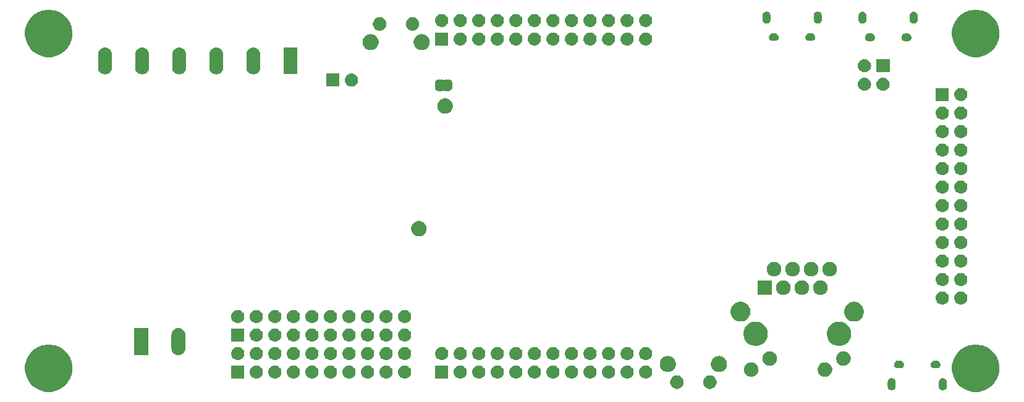
<source format=gbr>
%TF.GenerationSoftware,KiCad,Pcbnew,(5.0.2)-1*%
%TF.CreationDate,2019-05-26T18:44:40-03:00*%
%TF.ProjectId,dragonmanh7,64726167-6f6e-46d6-916e-68372e6b6963,rev?*%
%TF.SameCoordinates,Original*%
%TF.FileFunction,Soldermask,Bot*%
%TF.FilePolarity,Negative*%
%FSLAX46Y46*%
G04 Gerber Fmt 4.6, Leading zero omitted, Abs format (unit mm)*
G04 Created by KiCad (PCBNEW (5.0.2)-1) date 26/05/2019 18:44:40*
%MOMM*%
%LPD*%
G01*
G04 APERTURE LIST*
%ADD10C,0.150000*%
G04 APERTURE END LIST*
D10*
G36*
X190626239Y-75043467D02*
X190940282Y-75105934D01*
X191531926Y-75351001D01*
X191932073Y-75618371D01*
X192064395Y-75706786D01*
X192517214Y-76159605D01*
X192517216Y-76159608D01*
X192872999Y-76692074D01*
X193118066Y-77283718D01*
X193133654Y-77362083D01*
X193243000Y-77911803D01*
X193243000Y-78552197D01*
X193202031Y-78758160D01*
X193118066Y-79180282D01*
X192872999Y-79771926D01*
X192639131Y-80121933D01*
X192517214Y-80304395D01*
X192064395Y-80757214D01*
X192064392Y-80757216D01*
X191531926Y-81112999D01*
X190940282Y-81358066D01*
X190626239Y-81420533D01*
X190312197Y-81483000D01*
X189671803Y-81483000D01*
X189357761Y-81420533D01*
X189043718Y-81358066D01*
X188452074Y-81112999D01*
X187919608Y-80757216D01*
X187919605Y-80757214D01*
X187466786Y-80304395D01*
X187344869Y-80121933D01*
X187111001Y-79771926D01*
X186865934Y-79180282D01*
X186781969Y-78758160D01*
X186741000Y-78552197D01*
X186741000Y-77911803D01*
X186850346Y-77362083D01*
X186865934Y-77283718D01*
X187111001Y-76692074D01*
X187466784Y-76159608D01*
X187466786Y-76159605D01*
X187919605Y-75706786D01*
X188051927Y-75618371D01*
X188452074Y-75351001D01*
X189043718Y-75105934D01*
X189357761Y-75043467D01*
X189671803Y-74981000D01*
X190312197Y-74981000D01*
X190626239Y-75043467D01*
X190626239Y-75043467D01*
G37*
G36*
X63626239Y-75043467D02*
X63940282Y-75105934D01*
X64531926Y-75351001D01*
X64932073Y-75618371D01*
X65064395Y-75706786D01*
X65517214Y-76159605D01*
X65517216Y-76159608D01*
X65872999Y-76692074D01*
X66118066Y-77283718D01*
X66133654Y-77362083D01*
X66243000Y-77911803D01*
X66243000Y-78552197D01*
X66202031Y-78758160D01*
X66118066Y-79180282D01*
X65872999Y-79771926D01*
X65639131Y-80121933D01*
X65517214Y-80304395D01*
X65064395Y-80757214D01*
X65064392Y-80757216D01*
X64531926Y-81112999D01*
X63940282Y-81358066D01*
X63626239Y-81420533D01*
X63312197Y-81483000D01*
X62671803Y-81483000D01*
X62357761Y-81420533D01*
X62043718Y-81358066D01*
X61452074Y-81112999D01*
X60919608Y-80757216D01*
X60919605Y-80757214D01*
X60466786Y-80304395D01*
X60344869Y-80121933D01*
X60111001Y-79771926D01*
X59865934Y-79180282D01*
X59781969Y-78758160D01*
X59741000Y-78552197D01*
X59741000Y-77911803D01*
X59850346Y-77362083D01*
X59865934Y-77283718D01*
X60111001Y-76692074D01*
X60466784Y-76159608D01*
X60466786Y-76159605D01*
X60919605Y-75706786D01*
X61051927Y-75618371D01*
X61452074Y-75351001D01*
X62043718Y-75105934D01*
X62357761Y-75043467D01*
X62671803Y-74981000D01*
X63312197Y-74981000D01*
X63626239Y-75043467D01*
X63626239Y-75043467D01*
G37*
G36*
X185599014Y-79605973D02*
X185702878Y-79637479D01*
X185798600Y-79688644D01*
X185882501Y-79757499D01*
X185951356Y-79841400D01*
X186002521Y-79937121D01*
X186034027Y-80040985D01*
X186042000Y-80121933D01*
X186042000Y-80726067D01*
X186034027Y-80807015D01*
X186002521Y-80910879D01*
X185951356Y-81006600D01*
X185882501Y-81090501D01*
X185798600Y-81159356D01*
X185702879Y-81210521D01*
X185599015Y-81242027D01*
X185491000Y-81252666D01*
X185382986Y-81242027D01*
X185279122Y-81210521D01*
X185183401Y-81159356D01*
X185099500Y-81090501D01*
X185030645Y-81006600D01*
X184979480Y-80910879D01*
X184947973Y-80807015D01*
X184940000Y-80726067D01*
X184940000Y-80121934D01*
X184947973Y-80040986D01*
X184979479Y-79937122D01*
X185030644Y-79841400D01*
X185099499Y-79757499D01*
X185183400Y-79688644D01*
X185279121Y-79637479D01*
X185382985Y-79605973D01*
X185491000Y-79595334D01*
X185599014Y-79605973D01*
X185599014Y-79605973D01*
G37*
G36*
X178599014Y-79605973D02*
X178702878Y-79637479D01*
X178798600Y-79688644D01*
X178882501Y-79757499D01*
X178951356Y-79841400D01*
X179002521Y-79937121D01*
X179034027Y-80040985D01*
X179042000Y-80121933D01*
X179042000Y-80726067D01*
X179034027Y-80807015D01*
X179002521Y-80910879D01*
X178951356Y-81006600D01*
X178882501Y-81090501D01*
X178798600Y-81159356D01*
X178702879Y-81210521D01*
X178599015Y-81242027D01*
X178491000Y-81252666D01*
X178382986Y-81242027D01*
X178279122Y-81210521D01*
X178183401Y-81159356D01*
X178099500Y-81090501D01*
X178030645Y-81006600D01*
X177979480Y-80910879D01*
X177947973Y-80807015D01*
X177940000Y-80726067D01*
X177940000Y-80121934D01*
X177947973Y-80040986D01*
X177979479Y-79937122D01*
X178030644Y-79841400D01*
X178099499Y-79757499D01*
X178183400Y-79688644D01*
X178279121Y-79637479D01*
X178382985Y-79605973D01*
X178491000Y-79595334D01*
X178599014Y-79605973D01*
X178599014Y-79605973D01*
G37*
G36*
X149341044Y-79256745D02*
X149509566Y-79326549D01*
X149661231Y-79427888D01*
X149790212Y-79556869D01*
X149891551Y-79708534D01*
X149961355Y-79877056D01*
X149996940Y-80055957D01*
X149996940Y-80238363D01*
X149961355Y-80417264D01*
X149891551Y-80585786D01*
X149790212Y-80737451D01*
X149661231Y-80866432D01*
X149509566Y-80967771D01*
X149341044Y-81037575D01*
X149162143Y-81073160D01*
X148979737Y-81073160D01*
X148800836Y-81037575D01*
X148632314Y-80967771D01*
X148480649Y-80866432D01*
X148351668Y-80737451D01*
X148250329Y-80585786D01*
X148180525Y-80417264D01*
X148144940Y-80238363D01*
X148144940Y-80055957D01*
X148180525Y-79877056D01*
X148250329Y-79708534D01*
X148351668Y-79556869D01*
X148480649Y-79427888D01*
X148632314Y-79326549D01*
X148800836Y-79256745D01*
X148979737Y-79221160D01*
X149162143Y-79221160D01*
X149341044Y-79256745D01*
X149341044Y-79256745D01*
G37*
G36*
X153841044Y-79256745D02*
X154009566Y-79326549D01*
X154161231Y-79427888D01*
X154290212Y-79556869D01*
X154391551Y-79708534D01*
X154461355Y-79877056D01*
X154496940Y-80055957D01*
X154496940Y-80238363D01*
X154461355Y-80417264D01*
X154391551Y-80585786D01*
X154290212Y-80737451D01*
X154161231Y-80866432D01*
X154009566Y-80967771D01*
X153841044Y-81037575D01*
X153662143Y-81073160D01*
X153479737Y-81073160D01*
X153300836Y-81037575D01*
X153132314Y-80967771D01*
X152980649Y-80866432D01*
X152851668Y-80737451D01*
X152750329Y-80585786D01*
X152680525Y-80417264D01*
X152644940Y-80238363D01*
X152644940Y-80055957D01*
X152680525Y-79877056D01*
X152750329Y-79708534D01*
X152851668Y-79556869D01*
X152980649Y-79427888D01*
X153132314Y-79326549D01*
X153300836Y-79256745D01*
X153479737Y-79221160D01*
X153662143Y-79221160D01*
X153841044Y-79256745D01*
X153841044Y-79256745D01*
G37*
G36*
X99170443Y-77845519D02*
X99236627Y-77852037D01*
X99334367Y-77881686D01*
X99406467Y-77903557D01*
X99483072Y-77944504D01*
X99562991Y-77987222D01*
X99598729Y-78016552D01*
X99700186Y-78099814D01*
X99783448Y-78201271D01*
X99812778Y-78237009D01*
X99812779Y-78237011D01*
X99896443Y-78393533D01*
X99896443Y-78393534D01*
X99947963Y-78563373D01*
X99965359Y-78740000D01*
X99947963Y-78916627D01*
X99913616Y-79029853D01*
X99896443Y-79086467D01*
X99846297Y-79180282D01*
X99812778Y-79242991D01*
X99801490Y-79256745D01*
X99700186Y-79380186D01*
X99598729Y-79463448D01*
X99562991Y-79492778D01*
X99562989Y-79492779D01*
X99406467Y-79576443D01*
X99349853Y-79593616D01*
X99236627Y-79627963D01*
X99170442Y-79634482D01*
X99104260Y-79641000D01*
X99015740Y-79641000D01*
X98949558Y-79634482D01*
X98883373Y-79627963D01*
X98770147Y-79593616D01*
X98713533Y-79576443D01*
X98557011Y-79492779D01*
X98557009Y-79492778D01*
X98521271Y-79463448D01*
X98419814Y-79380186D01*
X98318510Y-79256745D01*
X98307222Y-79242991D01*
X98273703Y-79180282D01*
X98223557Y-79086467D01*
X98206384Y-79029853D01*
X98172037Y-78916627D01*
X98154641Y-78740000D01*
X98172037Y-78563373D01*
X98223557Y-78393534D01*
X98223557Y-78393533D01*
X98307221Y-78237011D01*
X98307222Y-78237009D01*
X98336552Y-78201271D01*
X98419814Y-78099814D01*
X98521271Y-78016552D01*
X98557009Y-77987222D01*
X98636928Y-77944504D01*
X98713533Y-77903557D01*
X98785633Y-77881686D01*
X98883373Y-77852037D01*
X98949557Y-77845519D01*
X99015740Y-77839000D01*
X99104260Y-77839000D01*
X99170443Y-77845519D01*
X99170443Y-77845519D01*
G37*
G36*
X89801000Y-79641000D02*
X87999000Y-79641000D01*
X87999000Y-77839000D01*
X89801000Y-77839000D01*
X89801000Y-79641000D01*
X89801000Y-79641000D01*
G37*
G36*
X91550443Y-77845519D02*
X91616627Y-77852037D01*
X91714367Y-77881686D01*
X91786467Y-77903557D01*
X91863072Y-77944504D01*
X91942991Y-77987222D01*
X91978729Y-78016552D01*
X92080186Y-78099814D01*
X92163448Y-78201271D01*
X92192778Y-78237009D01*
X92192779Y-78237011D01*
X92276443Y-78393533D01*
X92276443Y-78393534D01*
X92327963Y-78563373D01*
X92345359Y-78740000D01*
X92327963Y-78916627D01*
X92293616Y-79029853D01*
X92276443Y-79086467D01*
X92226297Y-79180282D01*
X92192778Y-79242991D01*
X92181490Y-79256745D01*
X92080186Y-79380186D01*
X91978729Y-79463448D01*
X91942991Y-79492778D01*
X91942989Y-79492779D01*
X91786467Y-79576443D01*
X91729853Y-79593616D01*
X91616627Y-79627963D01*
X91550442Y-79634482D01*
X91484260Y-79641000D01*
X91395740Y-79641000D01*
X91329558Y-79634482D01*
X91263373Y-79627963D01*
X91150147Y-79593616D01*
X91093533Y-79576443D01*
X90937011Y-79492779D01*
X90937009Y-79492778D01*
X90901271Y-79463448D01*
X90799814Y-79380186D01*
X90698510Y-79256745D01*
X90687222Y-79242991D01*
X90653703Y-79180282D01*
X90603557Y-79086467D01*
X90586384Y-79029853D01*
X90552037Y-78916627D01*
X90534641Y-78740000D01*
X90552037Y-78563373D01*
X90603557Y-78393534D01*
X90603557Y-78393533D01*
X90687221Y-78237011D01*
X90687222Y-78237009D01*
X90716552Y-78201271D01*
X90799814Y-78099814D01*
X90901271Y-78016552D01*
X90937009Y-77987222D01*
X91016928Y-77944504D01*
X91093533Y-77903557D01*
X91165633Y-77881686D01*
X91263373Y-77852037D01*
X91329557Y-77845519D01*
X91395740Y-77839000D01*
X91484260Y-77839000D01*
X91550443Y-77845519D01*
X91550443Y-77845519D01*
G37*
G36*
X94090443Y-77845519D02*
X94156627Y-77852037D01*
X94254367Y-77881686D01*
X94326467Y-77903557D01*
X94403072Y-77944504D01*
X94482991Y-77987222D01*
X94518729Y-78016552D01*
X94620186Y-78099814D01*
X94703448Y-78201271D01*
X94732778Y-78237009D01*
X94732779Y-78237011D01*
X94816443Y-78393533D01*
X94816443Y-78393534D01*
X94867963Y-78563373D01*
X94885359Y-78740000D01*
X94867963Y-78916627D01*
X94833616Y-79029853D01*
X94816443Y-79086467D01*
X94766297Y-79180282D01*
X94732778Y-79242991D01*
X94721490Y-79256745D01*
X94620186Y-79380186D01*
X94518729Y-79463448D01*
X94482991Y-79492778D01*
X94482989Y-79492779D01*
X94326467Y-79576443D01*
X94269853Y-79593616D01*
X94156627Y-79627963D01*
X94090442Y-79634482D01*
X94024260Y-79641000D01*
X93935740Y-79641000D01*
X93869558Y-79634482D01*
X93803373Y-79627963D01*
X93690147Y-79593616D01*
X93633533Y-79576443D01*
X93477011Y-79492779D01*
X93477009Y-79492778D01*
X93441271Y-79463448D01*
X93339814Y-79380186D01*
X93238510Y-79256745D01*
X93227222Y-79242991D01*
X93193703Y-79180282D01*
X93143557Y-79086467D01*
X93126384Y-79029853D01*
X93092037Y-78916627D01*
X93074641Y-78740000D01*
X93092037Y-78563373D01*
X93143557Y-78393534D01*
X93143557Y-78393533D01*
X93227221Y-78237011D01*
X93227222Y-78237009D01*
X93256552Y-78201271D01*
X93339814Y-78099814D01*
X93441271Y-78016552D01*
X93477009Y-77987222D01*
X93556928Y-77944504D01*
X93633533Y-77903557D01*
X93705633Y-77881686D01*
X93803373Y-77852037D01*
X93869557Y-77845519D01*
X93935740Y-77839000D01*
X94024260Y-77839000D01*
X94090443Y-77845519D01*
X94090443Y-77845519D01*
G37*
G36*
X96630443Y-77845519D02*
X96696627Y-77852037D01*
X96794367Y-77881686D01*
X96866467Y-77903557D01*
X96943072Y-77944504D01*
X97022991Y-77987222D01*
X97058729Y-78016552D01*
X97160186Y-78099814D01*
X97243448Y-78201271D01*
X97272778Y-78237009D01*
X97272779Y-78237011D01*
X97356443Y-78393533D01*
X97356443Y-78393534D01*
X97407963Y-78563373D01*
X97425359Y-78740000D01*
X97407963Y-78916627D01*
X97373616Y-79029853D01*
X97356443Y-79086467D01*
X97306297Y-79180282D01*
X97272778Y-79242991D01*
X97261490Y-79256745D01*
X97160186Y-79380186D01*
X97058729Y-79463448D01*
X97022991Y-79492778D01*
X97022989Y-79492779D01*
X96866467Y-79576443D01*
X96809853Y-79593616D01*
X96696627Y-79627963D01*
X96630442Y-79634482D01*
X96564260Y-79641000D01*
X96475740Y-79641000D01*
X96409558Y-79634482D01*
X96343373Y-79627963D01*
X96230147Y-79593616D01*
X96173533Y-79576443D01*
X96017011Y-79492779D01*
X96017009Y-79492778D01*
X95981271Y-79463448D01*
X95879814Y-79380186D01*
X95778510Y-79256745D01*
X95767222Y-79242991D01*
X95733703Y-79180282D01*
X95683557Y-79086467D01*
X95666384Y-79029853D01*
X95632037Y-78916627D01*
X95614641Y-78740000D01*
X95632037Y-78563373D01*
X95683557Y-78393534D01*
X95683557Y-78393533D01*
X95767221Y-78237011D01*
X95767222Y-78237009D01*
X95796552Y-78201271D01*
X95879814Y-78099814D01*
X95981271Y-78016552D01*
X96017009Y-77987222D01*
X96096928Y-77944504D01*
X96173533Y-77903557D01*
X96245633Y-77881686D01*
X96343373Y-77852037D01*
X96409557Y-77845519D01*
X96475740Y-77839000D01*
X96564260Y-77839000D01*
X96630443Y-77845519D01*
X96630443Y-77845519D01*
G37*
G36*
X144890443Y-77845519D02*
X144956627Y-77852037D01*
X145054367Y-77881686D01*
X145126467Y-77903557D01*
X145203072Y-77944504D01*
X145282991Y-77987222D01*
X145318729Y-78016552D01*
X145420186Y-78099814D01*
X145503448Y-78201271D01*
X145532778Y-78237009D01*
X145532779Y-78237011D01*
X145616443Y-78393533D01*
X145616443Y-78393534D01*
X145667963Y-78563373D01*
X145685359Y-78740000D01*
X145667963Y-78916627D01*
X145633616Y-79029853D01*
X145616443Y-79086467D01*
X145566297Y-79180282D01*
X145532778Y-79242991D01*
X145521490Y-79256745D01*
X145420186Y-79380186D01*
X145318729Y-79463448D01*
X145282991Y-79492778D01*
X145282989Y-79492779D01*
X145126467Y-79576443D01*
X145069853Y-79593616D01*
X144956627Y-79627963D01*
X144890442Y-79634482D01*
X144824260Y-79641000D01*
X144735740Y-79641000D01*
X144669558Y-79634482D01*
X144603373Y-79627963D01*
X144490147Y-79593616D01*
X144433533Y-79576443D01*
X144277011Y-79492779D01*
X144277009Y-79492778D01*
X144241271Y-79463448D01*
X144139814Y-79380186D01*
X144038510Y-79256745D01*
X144027222Y-79242991D01*
X143993703Y-79180282D01*
X143943557Y-79086467D01*
X143926384Y-79029853D01*
X143892037Y-78916627D01*
X143874641Y-78740000D01*
X143892037Y-78563373D01*
X143943557Y-78393534D01*
X143943557Y-78393533D01*
X144027221Y-78237011D01*
X144027222Y-78237009D01*
X144056552Y-78201271D01*
X144139814Y-78099814D01*
X144241271Y-78016552D01*
X144277009Y-77987222D01*
X144356928Y-77944504D01*
X144433533Y-77903557D01*
X144505633Y-77881686D01*
X144603373Y-77852037D01*
X144669557Y-77845519D01*
X144735740Y-77839000D01*
X144824260Y-77839000D01*
X144890443Y-77845519D01*
X144890443Y-77845519D01*
G37*
G36*
X142350443Y-77845519D02*
X142416627Y-77852037D01*
X142514367Y-77881686D01*
X142586467Y-77903557D01*
X142663072Y-77944504D01*
X142742991Y-77987222D01*
X142778729Y-78016552D01*
X142880186Y-78099814D01*
X142963448Y-78201271D01*
X142992778Y-78237009D01*
X142992779Y-78237011D01*
X143076443Y-78393533D01*
X143076443Y-78393534D01*
X143127963Y-78563373D01*
X143145359Y-78740000D01*
X143127963Y-78916627D01*
X143093616Y-79029853D01*
X143076443Y-79086467D01*
X143026297Y-79180282D01*
X142992778Y-79242991D01*
X142981490Y-79256745D01*
X142880186Y-79380186D01*
X142778729Y-79463448D01*
X142742991Y-79492778D01*
X142742989Y-79492779D01*
X142586467Y-79576443D01*
X142529853Y-79593616D01*
X142416627Y-79627963D01*
X142350442Y-79634482D01*
X142284260Y-79641000D01*
X142195740Y-79641000D01*
X142129558Y-79634482D01*
X142063373Y-79627963D01*
X141950147Y-79593616D01*
X141893533Y-79576443D01*
X141737011Y-79492779D01*
X141737009Y-79492778D01*
X141701271Y-79463448D01*
X141599814Y-79380186D01*
X141498510Y-79256745D01*
X141487222Y-79242991D01*
X141453703Y-79180282D01*
X141403557Y-79086467D01*
X141386384Y-79029853D01*
X141352037Y-78916627D01*
X141334641Y-78740000D01*
X141352037Y-78563373D01*
X141403557Y-78393534D01*
X141403557Y-78393533D01*
X141487221Y-78237011D01*
X141487222Y-78237009D01*
X141516552Y-78201271D01*
X141599814Y-78099814D01*
X141701271Y-78016552D01*
X141737009Y-77987222D01*
X141816928Y-77944504D01*
X141893533Y-77903557D01*
X141965633Y-77881686D01*
X142063373Y-77852037D01*
X142129557Y-77845519D01*
X142195740Y-77839000D01*
X142284260Y-77839000D01*
X142350443Y-77845519D01*
X142350443Y-77845519D01*
G37*
G36*
X139810443Y-77845519D02*
X139876627Y-77852037D01*
X139974367Y-77881686D01*
X140046467Y-77903557D01*
X140123072Y-77944504D01*
X140202991Y-77987222D01*
X140238729Y-78016552D01*
X140340186Y-78099814D01*
X140423448Y-78201271D01*
X140452778Y-78237009D01*
X140452779Y-78237011D01*
X140536443Y-78393533D01*
X140536443Y-78393534D01*
X140587963Y-78563373D01*
X140605359Y-78740000D01*
X140587963Y-78916627D01*
X140553616Y-79029853D01*
X140536443Y-79086467D01*
X140486297Y-79180282D01*
X140452778Y-79242991D01*
X140441490Y-79256745D01*
X140340186Y-79380186D01*
X140238729Y-79463448D01*
X140202991Y-79492778D01*
X140202989Y-79492779D01*
X140046467Y-79576443D01*
X139989853Y-79593616D01*
X139876627Y-79627963D01*
X139810442Y-79634482D01*
X139744260Y-79641000D01*
X139655740Y-79641000D01*
X139589558Y-79634482D01*
X139523373Y-79627963D01*
X139410147Y-79593616D01*
X139353533Y-79576443D01*
X139197011Y-79492779D01*
X139197009Y-79492778D01*
X139161271Y-79463448D01*
X139059814Y-79380186D01*
X138958510Y-79256745D01*
X138947222Y-79242991D01*
X138913703Y-79180282D01*
X138863557Y-79086467D01*
X138846384Y-79029853D01*
X138812037Y-78916627D01*
X138794641Y-78740000D01*
X138812037Y-78563373D01*
X138863557Y-78393534D01*
X138863557Y-78393533D01*
X138947221Y-78237011D01*
X138947222Y-78237009D01*
X138976552Y-78201271D01*
X139059814Y-78099814D01*
X139161271Y-78016552D01*
X139197009Y-77987222D01*
X139276928Y-77944504D01*
X139353533Y-77903557D01*
X139425633Y-77881686D01*
X139523373Y-77852037D01*
X139589557Y-77845519D01*
X139655740Y-77839000D01*
X139744260Y-77839000D01*
X139810443Y-77845519D01*
X139810443Y-77845519D01*
G37*
G36*
X137270443Y-77845519D02*
X137336627Y-77852037D01*
X137434367Y-77881686D01*
X137506467Y-77903557D01*
X137583072Y-77944504D01*
X137662991Y-77987222D01*
X137698729Y-78016552D01*
X137800186Y-78099814D01*
X137883448Y-78201271D01*
X137912778Y-78237009D01*
X137912779Y-78237011D01*
X137996443Y-78393533D01*
X137996443Y-78393534D01*
X138047963Y-78563373D01*
X138065359Y-78740000D01*
X138047963Y-78916627D01*
X138013616Y-79029853D01*
X137996443Y-79086467D01*
X137946297Y-79180282D01*
X137912778Y-79242991D01*
X137901490Y-79256745D01*
X137800186Y-79380186D01*
X137698729Y-79463448D01*
X137662991Y-79492778D01*
X137662989Y-79492779D01*
X137506467Y-79576443D01*
X137449853Y-79593616D01*
X137336627Y-79627963D01*
X137270442Y-79634482D01*
X137204260Y-79641000D01*
X137115740Y-79641000D01*
X137049558Y-79634482D01*
X136983373Y-79627963D01*
X136870147Y-79593616D01*
X136813533Y-79576443D01*
X136657011Y-79492779D01*
X136657009Y-79492778D01*
X136621271Y-79463448D01*
X136519814Y-79380186D01*
X136418510Y-79256745D01*
X136407222Y-79242991D01*
X136373703Y-79180282D01*
X136323557Y-79086467D01*
X136306384Y-79029853D01*
X136272037Y-78916627D01*
X136254641Y-78740000D01*
X136272037Y-78563373D01*
X136323557Y-78393534D01*
X136323557Y-78393533D01*
X136407221Y-78237011D01*
X136407222Y-78237009D01*
X136436552Y-78201271D01*
X136519814Y-78099814D01*
X136621271Y-78016552D01*
X136657009Y-77987222D01*
X136736928Y-77944504D01*
X136813533Y-77903557D01*
X136885633Y-77881686D01*
X136983373Y-77852037D01*
X137049557Y-77845519D01*
X137115740Y-77839000D01*
X137204260Y-77839000D01*
X137270443Y-77845519D01*
X137270443Y-77845519D01*
G37*
G36*
X132190443Y-77845519D02*
X132256627Y-77852037D01*
X132354367Y-77881686D01*
X132426467Y-77903557D01*
X132503072Y-77944504D01*
X132582991Y-77987222D01*
X132618729Y-78016552D01*
X132720186Y-78099814D01*
X132803448Y-78201271D01*
X132832778Y-78237009D01*
X132832779Y-78237011D01*
X132916443Y-78393533D01*
X132916443Y-78393534D01*
X132967963Y-78563373D01*
X132985359Y-78740000D01*
X132967963Y-78916627D01*
X132933616Y-79029853D01*
X132916443Y-79086467D01*
X132866297Y-79180282D01*
X132832778Y-79242991D01*
X132821490Y-79256745D01*
X132720186Y-79380186D01*
X132618729Y-79463448D01*
X132582991Y-79492778D01*
X132582989Y-79492779D01*
X132426467Y-79576443D01*
X132369853Y-79593616D01*
X132256627Y-79627963D01*
X132190442Y-79634482D01*
X132124260Y-79641000D01*
X132035740Y-79641000D01*
X131969558Y-79634482D01*
X131903373Y-79627963D01*
X131790147Y-79593616D01*
X131733533Y-79576443D01*
X131577011Y-79492779D01*
X131577009Y-79492778D01*
X131541271Y-79463448D01*
X131439814Y-79380186D01*
X131338510Y-79256745D01*
X131327222Y-79242991D01*
X131293703Y-79180282D01*
X131243557Y-79086467D01*
X131226384Y-79029853D01*
X131192037Y-78916627D01*
X131174641Y-78740000D01*
X131192037Y-78563373D01*
X131243557Y-78393534D01*
X131243557Y-78393533D01*
X131327221Y-78237011D01*
X131327222Y-78237009D01*
X131356552Y-78201271D01*
X131439814Y-78099814D01*
X131541271Y-78016552D01*
X131577009Y-77987222D01*
X131656928Y-77944504D01*
X131733533Y-77903557D01*
X131805633Y-77881686D01*
X131903373Y-77852037D01*
X131969557Y-77845519D01*
X132035740Y-77839000D01*
X132124260Y-77839000D01*
X132190443Y-77845519D01*
X132190443Y-77845519D01*
G37*
G36*
X129650443Y-77845519D02*
X129716627Y-77852037D01*
X129814367Y-77881686D01*
X129886467Y-77903557D01*
X129963072Y-77944504D01*
X130042991Y-77987222D01*
X130078729Y-78016552D01*
X130180186Y-78099814D01*
X130263448Y-78201271D01*
X130292778Y-78237009D01*
X130292779Y-78237011D01*
X130376443Y-78393533D01*
X130376443Y-78393534D01*
X130427963Y-78563373D01*
X130445359Y-78740000D01*
X130427963Y-78916627D01*
X130393616Y-79029853D01*
X130376443Y-79086467D01*
X130326297Y-79180282D01*
X130292778Y-79242991D01*
X130281490Y-79256745D01*
X130180186Y-79380186D01*
X130078729Y-79463448D01*
X130042991Y-79492778D01*
X130042989Y-79492779D01*
X129886467Y-79576443D01*
X129829853Y-79593616D01*
X129716627Y-79627963D01*
X129650442Y-79634482D01*
X129584260Y-79641000D01*
X129495740Y-79641000D01*
X129429558Y-79634482D01*
X129363373Y-79627963D01*
X129250147Y-79593616D01*
X129193533Y-79576443D01*
X129037011Y-79492779D01*
X129037009Y-79492778D01*
X129001271Y-79463448D01*
X128899814Y-79380186D01*
X128798510Y-79256745D01*
X128787222Y-79242991D01*
X128753703Y-79180282D01*
X128703557Y-79086467D01*
X128686384Y-79029853D01*
X128652037Y-78916627D01*
X128634641Y-78740000D01*
X128652037Y-78563373D01*
X128703557Y-78393534D01*
X128703557Y-78393533D01*
X128787221Y-78237011D01*
X128787222Y-78237009D01*
X128816552Y-78201271D01*
X128899814Y-78099814D01*
X129001271Y-78016552D01*
X129037009Y-77987222D01*
X129116928Y-77944504D01*
X129193533Y-77903557D01*
X129265633Y-77881686D01*
X129363373Y-77852037D01*
X129429557Y-77845519D01*
X129495740Y-77839000D01*
X129584260Y-77839000D01*
X129650443Y-77845519D01*
X129650443Y-77845519D01*
G37*
G36*
X124570443Y-77845519D02*
X124636627Y-77852037D01*
X124734367Y-77881686D01*
X124806467Y-77903557D01*
X124883072Y-77944504D01*
X124962991Y-77987222D01*
X124998729Y-78016552D01*
X125100186Y-78099814D01*
X125183448Y-78201271D01*
X125212778Y-78237009D01*
X125212779Y-78237011D01*
X125296443Y-78393533D01*
X125296443Y-78393534D01*
X125347963Y-78563373D01*
X125365359Y-78740000D01*
X125347963Y-78916627D01*
X125313616Y-79029853D01*
X125296443Y-79086467D01*
X125246297Y-79180282D01*
X125212778Y-79242991D01*
X125201490Y-79256745D01*
X125100186Y-79380186D01*
X124998729Y-79463448D01*
X124962991Y-79492778D01*
X124962989Y-79492779D01*
X124806467Y-79576443D01*
X124749853Y-79593616D01*
X124636627Y-79627963D01*
X124570442Y-79634482D01*
X124504260Y-79641000D01*
X124415740Y-79641000D01*
X124349558Y-79634482D01*
X124283373Y-79627963D01*
X124170147Y-79593616D01*
X124113533Y-79576443D01*
X123957011Y-79492779D01*
X123957009Y-79492778D01*
X123921271Y-79463448D01*
X123819814Y-79380186D01*
X123718510Y-79256745D01*
X123707222Y-79242991D01*
X123673703Y-79180282D01*
X123623557Y-79086467D01*
X123606384Y-79029853D01*
X123572037Y-78916627D01*
X123554641Y-78740000D01*
X123572037Y-78563373D01*
X123623557Y-78393534D01*
X123623557Y-78393533D01*
X123707221Y-78237011D01*
X123707222Y-78237009D01*
X123736552Y-78201271D01*
X123819814Y-78099814D01*
X123921271Y-78016552D01*
X123957009Y-77987222D01*
X124036928Y-77944504D01*
X124113533Y-77903557D01*
X124185633Y-77881686D01*
X124283373Y-77852037D01*
X124349557Y-77845519D01*
X124415740Y-77839000D01*
X124504260Y-77839000D01*
X124570443Y-77845519D01*
X124570443Y-77845519D01*
G37*
G36*
X122030443Y-77845519D02*
X122096627Y-77852037D01*
X122194367Y-77881686D01*
X122266467Y-77903557D01*
X122343072Y-77944504D01*
X122422991Y-77987222D01*
X122458729Y-78016552D01*
X122560186Y-78099814D01*
X122643448Y-78201271D01*
X122672778Y-78237009D01*
X122672779Y-78237011D01*
X122756443Y-78393533D01*
X122756443Y-78393534D01*
X122807963Y-78563373D01*
X122825359Y-78740000D01*
X122807963Y-78916627D01*
X122773616Y-79029853D01*
X122756443Y-79086467D01*
X122706297Y-79180282D01*
X122672778Y-79242991D01*
X122661490Y-79256745D01*
X122560186Y-79380186D01*
X122458729Y-79463448D01*
X122422991Y-79492778D01*
X122422989Y-79492779D01*
X122266467Y-79576443D01*
X122209853Y-79593616D01*
X122096627Y-79627963D01*
X122030442Y-79634482D01*
X121964260Y-79641000D01*
X121875740Y-79641000D01*
X121809558Y-79634482D01*
X121743373Y-79627963D01*
X121630147Y-79593616D01*
X121573533Y-79576443D01*
X121417011Y-79492779D01*
X121417009Y-79492778D01*
X121381271Y-79463448D01*
X121279814Y-79380186D01*
X121178510Y-79256745D01*
X121167222Y-79242991D01*
X121133703Y-79180282D01*
X121083557Y-79086467D01*
X121066384Y-79029853D01*
X121032037Y-78916627D01*
X121014641Y-78740000D01*
X121032037Y-78563373D01*
X121083557Y-78393534D01*
X121083557Y-78393533D01*
X121167221Y-78237011D01*
X121167222Y-78237009D01*
X121196552Y-78201271D01*
X121279814Y-78099814D01*
X121381271Y-78016552D01*
X121417009Y-77987222D01*
X121496928Y-77944504D01*
X121573533Y-77903557D01*
X121645633Y-77881686D01*
X121743373Y-77852037D01*
X121809557Y-77845519D01*
X121875740Y-77839000D01*
X121964260Y-77839000D01*
X122030443Y-77845519D01*
X122030443Y-77845519D01*
G37*
G36*
X119490443Y-77845519D02*
X119556627Y-77852037D01*
X119654367Y-77881686D01*
X119726467Y-77903557D01*
X119803072Y-77944504D01*
X119882991Y-77987222D01*
X119918729Y-78016552D01*
X120020186Y-78099814D01*
X120103448Y-78201271D01*
X120132778Y-78237009D01*
X120132779Y-78237011D01*
X120216443Y-78393533D01*
X120216443Y-78393534D01*
X120267963Y-78563373D01*
X120285359Y-78740000D01*
X120267963Y-78916627D01*
X120233616Y-79029853D01*
X120216443Y-79086467D01*
X120166297Y-79180282D01*
X120132778Y-79242991D01*
X120121490Y-79256745D01*
X120020186Y-79380186D01*
X119918729Y-79463448D01*
X119882991Y-79492778D01*
X119882989Y-79492779D01*
X119726467Y-79576443D01*
X119669853Y-79593616D01*
X119556627Y-79627963D01*
X119490442Y-79634482D01*
X119424260Y-79641000D01*
X119335740Y-79641000D01*
X119269558Y-79634482D01*
X119203373Y-79627963D01*
X119090147Y-79593616D01*
X119033533Y-79576443D01*
X118877011Y-79492779D01*
X118877009Y-79492778D01*
X118841271Y-79463448D01*
X118739814Y-79380186D01*
X118638510Y-79256745D01*
X118627222Y-79242991D01*
X118593703Y-79180282D01*
X118543557Y-79086467D01*
X118526384Y-79029853D01*
X118492037Y-78916627D01*
X118474641Y-78740000D01*
X118492037Y-78563373D01*
X118543557Y-78393534D01*
X118543557Y-78393533D01*
X118627221Y-78237011D01*
X118627222Y-78237009D01*
X118656552Y-78201271D01*
X118739814Y-78099814D01*
X118841271Y-78016552D01*
X118877009Y-77987222D01*
X118956928Y-77944504D01*
X119033533Y-77903557D01*
X119105633Y-77881686D01*
X119203373Y-77852037D01*
X119269557Y-77845519D01*
X119335740Y-77839000D01*
X119424260Y-77839000D01*
X119490443Y-77845519D01*
X119490443Y-77845519D01*
G37*
G36*
X117741000Y-79641000D02*
X115939000Y-79641000D01*
X115939000Y-77839000D01*
X117741000Y-77839000D01*
X117741000Y-79641000D01*
X117741000Y-79641000D01*
G37*
G36*
X111870443Y-77845519D02*
X111936627Y-77852037D01*
X112034367Y-77881686D01*
X112106467Y-77903557D01*
X112183072Y-77944504D01*
X112262991Y-77987222D01*
X112298729Y-78016552D01*
X112400186Y-78099814D01*
X112483448Y-78201271D01*
X112512778Y-78237009D01*
X112512779Y-78237011D01*
X112596443Y-78393533D01*
X112596443Y-78393534D01*
X112647963Y-78563373D01*
X112665359Y-78740000D01*
X112647963Y-78916627D01*
X112613616Y-79029853D01*
X112596443Y-79086467D01*
X112546297Y-79180282D01*
X112512778Y-79242991D01*
X112501490Y-79256745D01*
X112400186Y-79380186D01*
X112298729Y-79463448D01*
X112262991Y-79492778D01*
X112262989Y-79492779D01*
X112106467Y-79576443D01*
X112049853Y-79593616D01*
X111936627Y-79627963D01*
X111870442Y-79634482D01*
X111804260Y-79641000D01*
X111715740Y-79641000D01*
X111649558Y-79634482D01*
X111583373Y-79627963D01*
X111470147Y-79593616D01*
X111413533Y-79576443D01*
X111257011Y-79492779D01*
X111257009Y-79492778D01*
X111221271Y-79463448D01*
X111119814Y-79380186D01*
X111018510Y-79256745D01*
X111007222Y-79242991D01*
X110973703Y-79180282D01*
X110923557Y-79086467D01*
X110906384Y-79029853D01*
X110872037Y-78916627D01*
X110854641Y-78740000D01*
X110872037Y-78563373D01*
X110923557Y-78393534D01*
X110923557Y-78393533D01*
X111007221Y-78237011D01*
X111007222Y-78237009D01*
X111036552Y-78201271D01*
X111119814Y-78099814D01*
X111221271Y-78016552D01*
X111257009Y-77987222D01*
X111336928Y-77944504D01*
X111413533Y-77903557D01*
X111485633Y-77881686D01*
X111583373Y-77852037D01*
X111649557Y-77845519D01*
X111715740Y-77839000D01*
X111804260Y-77839000D01*
X111870443Y-77845519D01*
X111870443Y-77845519D01*
G37*
G36*
X109330443Y-77845519D02*
X109396627Y-77852037D01*
X109494367Y-77881686D01*
X109566467Y-77903557D01*
X109643072Y-77944504D01*
X109722991Y-77987222D01*
X109758729Y-78016552D01*
X109860186Y-78099814D01*
X109943448Y-78201271D01*
X109972778Y-78237009D01*
X109972779Y-78237011D01*
X110056443Y-78393533D01*
X110056443Y-78393534D01*
X110107963Y-78563373D01*
X110125359Y-78740000D01*
X110107963Y-78916627D01*
X110073616Y-79029853D01*
X110056443Y-79086467D01*
X110006297Y-79180282D01*
X109972778Y-79242991D01*
X109961490Y-79256745D01*
X109860186Y-79380186D01*
X109758729Y-79463448D01*
X109722991Y-79492778D01*
X109722989Y-79492779D01*
X109566467Y-79576443D01*
X109509853Y-79593616D01*
X109396627Y-79627963D01*
X109330442Y-79634482D01*
X109264260Y-79641000D01*
X109175740Y-79641000D01*
X109109558Y-79634482D01*
X109043373Y-79627963D01*
X108930147Y-79593616D01*
X108873533Y-79576443D01*
X108717011Y-79492779D01*
X108717009Y-79492778D01*
X108681271Y-79463448D01*
X108579814Y-79380186D01*
X108478510Y-79256745D01*
X108467222Y-79242991D01*
X108433703Y-79180282D01*
X108383557Y-79086467D01*
X108366384Y-79029853D01*
X108332037Y-78916627D01*
X108314641Y-78740000D01*
X108332037Y-78563373D01*
X108383557Y-78393534D01*
X108383557Y-78393533D01*
X108467221Y-78237011D01*
X108467222Y-78237009D01*
X108496552Y-78201271D01*
X108579814Y-78099814D01*
X108681271Y-78016552D01*
X108717009Y-77987222D01*
X108796928Y-77944504D01*
X108873533Y-77903557D01*
X108945633Y-77881686D01*
X109043373Y-77852037D01*
X109109557Y-77845519D01*
X109175740Y-77839000D01*
X109264260Y-77839000D01*
X109330443Y-77845519D01*
X109330443Y-77845519D01*
G37*
G36*
X134730443Y-77845519D02*
X134796627Y-77852037D01*
X134894367Y-77881686D01*
X134966467Y-77903557D01*
X135043072Y-77944504D01*
X135122991Y-77987222D01*
X135158729Y-78016552D01*
X135260186Y-78099814D01*
X135343448Y-78201271D01*
X135372778Y-78237009D01*
X135372779Y-78237011D01*
X135456443Y-78393533D01*
X135456443Y-78393534D01*
X135507963Y-78563373D01*
X135525359Y-78740000D01*
X135507963Y-78916627D01*
X135473616Y-79029853D01*
X135456443Y-79086467D01*
X135406297Y-79180282D01*
X135372778Y-79242991D01*
X135361490Y-79256745D01*
X135260186Y-79380186D01*
X135158729Y-79463448D01*
X135122991Y-79492778D01*
X135122989Y-79492779D01*
X134966467Y-79576443D01*
X134909853Y-79593616D01*
X134796627Y-79627963D01*
X134730442Y-79634482D01*
X134664260Y-79641000D01*
X134575740Y-79641000D01*
X134509558Y-79634482D01*
X134443373Y-79627963D01*
X134330147Y-79593616D01*
X134273533Y-79576443D01*
X134117011Y-79492779D01*
X134117009Y-79492778D01*
X134081271Y-79463448D01*
X133979814Y-79380186D01*
X133878510Y-79256745D01*
X133867222Y-79242991D01*
X133833703Y-79180282D01*
X133783557Y-79086467D01*
X133766384Y-79029853D01*
X133732037Y-78916627D01*
X133714641Y-78740000D01*
X133732037Y-78563373D01*
X133783557Y-78393534D01*
X133783557Y-78393533D01*
X133867221Y-78237011D01*
X133867222Y-78237009D01*
X133896552Y-78201271D01*
X133979814Y-78099814D01*
X134081271Y-78016552D01*
X134117009Y-77987222D01*
X134196928Y-77944504D01*
X134273533Y-77903557D01*
X134345633Y-77881686D01*
X134443373Y-77852037D01*
X134509557Y-77845519D01*
X134575740Y-77839000D01*
X134664260Y-77839000D01*
X134730443Y-77845519D01*
X134730443Y-77845519D01*
G37*
G36*
X106790443Y-77845519D02*
X106856627Y-77852037D01*
X106954367Y-77881686D01*
X107026467Y-77903557D01*
X107103072Y-77944504D01*
X107182991Y-77987222D01*
X107218729Y-78016552D01*
X107320186Y-78099814D01*
X107403448Y-78201271D01*
X107432778Y-78237009D01*
X107432779Y-78237011D01*
X107516443Y-78393533D01*
X107516443Y-78393534D01*
X107567963Y-78563373D01*
X107585359Y-78740000D01*
X107567963Y-78916627D01*
X107533616Y-79029853D01*
X107516443Y-79086467D01*
X107466297Y-79180282D01*
X107432778Y-79242991D01*
X107421490Y-79256745D01*
X107320186Y-79380186D01*
X107218729Y-79463448D01*
X107182991Y-79492778D01*
X107182989Y-79492779D01*
X107026467Y-79576443D01*
X106969853Y-79593616D01*
X106856627Y-79627963D01*
X106790442Y-79634482D01*
X106724260Y-79641000D01*
X106635740Y-79641000D01*
X106569558Y-79634482D01*
X106503373Y-79627963D01*
X106390147Y-79593616D01*
X106333533Y-79576443D01*
X106177011Y-79492779D01*
X106177009Y-79492778D01*
X106141271Y-79463448D01*
X106039814Y-79380186D01*
X105938510Y-79256745D01*
X105927222Y-79242991D01*
X105893703Y-79180282D01*
X105843557Y-79086467D01*
X105826384Y-79029853D01*
X105792037Y-78916627D01*
X105774641Y-78740000D01*
X105792037Y-78563373D01*
X105843557Y-78393534D01*
X105843557Y-78393533D01*
X105927221Y-78237011D01*
X105927222Y-78237009D01*
X105956552Y-78201271D01*
X106039814Y-78099814D01*
X106141271Y-78016552D01*
X106177009Y-77987222D01*
X106256928Y-77944504D01*
X106333533Y-77903557D01*
X106405633Y-77881686D01*
X106503373Y-77852037D01*
X106569557Y-77845519D01*
X106635740Y-77839000D01*
X106724260Y-77839000D01*
X106790443Y-77845519D01*
X106790443Y-77845519D01*
G37*
G36*
X104250443Y-77845519D02*
X104316627Y-77852037D01*
X104414367Y-77881686D01*
X104486467Y-77903557D01*
X104563072Y-77944504D01*
X104642991Y-77987222D01*
X104678729Y-78016552D01*
X104780186Y-78099814D01*
X104863448Y-78201271D01*
X104892778Y-78237009D01*
X104892779Y-78237011D01*
X104976443Y-78393533D01*
X104976443Y-78393534D01*
X105027963Y-78563373D01*
X105045359Y-78740000D01*
X105027963Y-78916627D01*
X104993616Y-79029853D01*
X104976443Y-79086467D01*
X104926297Y-79180282D01*
X104892778Y-79242991D01*
X104881490Y-79256745D01*
X104780186Y-79380186D01*
X104678729Y-79463448D01*
X104642991Y-79492778D01*
X104642989Y-79492779D01*
X104486467Y-79576443D01*
X104429853Y-79593616D01*
X104316627Y-79627963D01*
X104250442Y-79634482D01*
X104184260Y-79641000D01*
X104095740Y-79641000D01*
X104029558Y-79634482D01*
X103963373Y-79627963D01*
X103850147Y-79593616D01*
X103793533Y-79576443D01*
X103637011Y-79492779D01*
X103637009Y-79492778D01*
X103601271Y-79463448D01*
X103499814Y-79380186D01*
X103398510Y-79256745D01*
X103387222Y-79242991D01*
X103353703Y-79180282D01*
X103303557Y-79086467D01*
X103286384Y-79029853D01*
X103252037Y-78916627D01*
X103234641Y-78740000D01*
X103252037Y-78563373D01*
X103303557Y-78393534D01*
X103303557Y-78393533D01*
X103387221Y-78237011D01*
X103387222Y-78237009D01*
X103416552Y-78201271D01*
X103499814Y-78099814D01*
X103601271Y-78016552D01*
X103637009Y-77987222D01*
X103716928Y-77944504D01*
X103793533Y-77903557D01*
X103865633Y-77881686D01*
X103963373Y-77852037D01*
X104029557Y-77845519D01*
X104095740Y-77839000D01*
X104184260Y-77839000D01*
X104250443Y-77845519D01*
X104250443Y-77845519D01*
G37*
G36*
X101710443Y-77845519D02*
X101776627Y-77852037D01*
X101874367Y-77881686D01*
X101946467Y-77903557D01*
X102023072Y-77944504D01*
X102102991Y-77987222D01*
X102138729Y-78016552D01*
X102240186Y-78099814D01*
X102323448Y-78201271D01*
X102352778Y-78237009D01*
X102352779Y-78237011D01*
X102436443Y-78393533D01*
X102436443Y-78393534D01*
X102487963Y-78563373D01*
X102505359Y-78740000D01*
X102487963Y-78916627D01*
X102453616Y-79029853D01*
X102436443Y-79086467D01*
X102386297Y-79180282D01*
X102352778Y-79242991D01*
X102341490Y-79256745D01*
X102240186Y-79380186D01*
X102138729Y-79463448D01*
X102102991Y-79492778D01*
X102102989Y-79492779D01*
X101946467Y-79576443D01*
X101889853Y-79593616D01*
X101776627Y-79627963D01*
X101710442Y-79634482D01*
X101644260Y-79641000D01*
X101555740Y-79641000D01*
X101489558Y-79634482D01*
X101423373Y-79627963D01*
X101310147Y-79593616D01*
X101253533Y-79576443D01*
X101097011Y-79492779D01*
X101097009Y-79492778D01*
X101061271Y-79463448D01*
X100959814Y-79380186D01*
X100858510Y-79256745D01*
X100847222Y-79242991D01*
X100813703Y-79180282D01*
X100763557Y-79086467D01*
X100746384Y-79029853D01*
X100712037Y-78916627D01*
X100694641Y-78740000D01*
X100712037Y-78563373D01*
X100763557Y-78393534D01*
X100763557Y-78393533D01*
X100847221Y-78237011D01*
X100847222Y-78237009D01*
X100876552Y-78201271D01*
X100959814Y-78099814D01*
X101061271Y-78016552D01*
X101097009Y-77987222D01*
X101176928Y-77944504D01*
X101253533Y-77903557D01*
X101325633Y-77881686D01*
X101423373Y-77852037D01*
X101489557Y-77845519D01*
X101555740Y-77839000D01*
X101644260Y-77839000D01*
X101710443Y-77845519D01*
X101710443Y-77845519D01*
G37*
G36*
X127110443Y-77845519D02*
X127176627Y-77852037D01*
X127274367Y-77881686D01*
X127346467Y-77903557D01*
X127423072Y-77944504D01*
X127502991Y-77987222D01*
X127538729Y-78016552D01*
X127640186Y-78099814D01*
X127723448Y-78201271D01*
X127752778Y-78237009D01*
X127752779Y-78237011D01*
X127836443Y-78393533D01*
X127836443Y-78393534D01*
X127887963Y-78563373D01*
X127905359Y-78740000D01*
X127887963Y-78916627D01*
X127853616Y-79029853D01*
X127836443Y-79086467D01*
X127786297Y-79180282D01*
X127752778Y-79242991D01*
X127741490Y-79256745D01*
X127640186Y-79380186D01*
X127538729Y-79463448D01*
X127502991Y-79492778D01*
X127502989Y-79492779D01*
X127346467Y-79576443D01*
X127289853Y-79593616D01*
X127176627Y-79627963D01*
X127110442Y-79634482D01*
X127044260Y-79641000D01*
X126955740Y-79641000D01*
X126889558Y-79634482D01*
X126823373Y-79627963D01*
X126710147Y-79593616D01*
X126653533Y-79576443D01*
X126497011Y-79492779D01*
X126497009Y-79492778D01*
X126461271Y-79463448D01*
X126359814Y-79380186D01*
X126258510Y-79256745D01*
X126247222Y-79242991D01*
X126213703Y-79180282D01*
X126163557Y-79086467D01*
X126146384Y-79029853D01*
X126112037Y-78916627D01*
X126094641Y-78740000D01*
X126112037Y-78563373D01*
X126163557Y-78393534D01*
X126163557Y-78393533D01*
X126247221Y-78237011D01*
X126247222Y-78237009D01*
X126276552Y-78201271D01*
X126359814Y-78099814D01*
X126461271Y-78016552D01*
X126497009Y-77987222D01*
X126576928Y-77944504D01*
X126653533Y-77903557D01*
X126725633Y-77881686D01*
X126823373Y-77852037D01*
X126889557Y-77845519D01*
X126955740Y-77839000D01*
X127044260Y-77839000D01*
X127110443Y-77845519D01*
X127110443Y-77845519D01*
G37*
G36*
X159522720Y-77452575D02*
X159522723Y-77452576D01*
X159522722Y-77452576D01*
X159703983Y-77527656D01*
X159864916Y-77635188D01*
X159867116Y-77636658D01*
X160005842Y-77775384D01*
X160005844Y-77775387D01*
X160114844Y-77938517D01*
X160147920Y-78018371D01*
X160189925Y-78119780D01*
X160228200Y-78312201D01*
X160228200Y-78508399D01*
X160189925Y-78700820D01*
X160189924Y-78700822D01*
X160114844Y-78882083D01*
X160114843Y-78882084D01*
X160005842Y-79045216D01*
X159867116Y-79183942D01*
X159867113Y-79183944D01*
X159703983Y-79292944D01*
X159563785Y-79351015D01*
X159522720Y-79368025D01*
X159330299Y-79406300D01*
X159134101Y-79406300D01*
X158941680Y-79368025D01*
X158900615Y-79351015D01*
X158760417Y-79292944D01*
X158597287Y-79183944D01*
X158597284Y-79183942D01*
X158458558Y-79045216D01*
X158349557Y-78882084D01*
X158349556Y-78882083D01*
X158274476Y-78700822D01*
X158274475Y-78700820D01*
X158236200Y-78508399D01*
X158236200Y-78312201D01*
X158274475Y-78119780D01*
X158316480Y-78018371D01*
X158349556Y-77938517D01*
X158458556Y-77775387D01*
X158458558Y-77775384D01*
X158597284Y-77636658D01*
X158599484Y-77635188D01*
X158760417Y-77527656D01*
X158941678Y-77452576D01*
X158941677Y-77452576D01*
X158941680Y-77452575D01*
X159134101Y-77414300D01*
X159330299Y-77414300D01*
X159522720Y-77452575D01*
X159522720Y-77452575D01*
G37*
G36*
X169632720Y-77452575D02*
X169632723Y-77452576D01*
X169632722Y-77452576D01*
X169813983Y-77527656D01*
X169974916Y-77635188D01*
X169977116Y-77636658D01*
X170115842Y-77775384D01*
X170115844Y-77775387D01*
X170224844Y-77938517D01*
X170257920Y-78018371D01*
X170299925Y-78119780D01*
X170338200Y-78312201D01*
X170338200Y-78508399D01*
X170299925Y-78700820D01*
X170299924Y-78700822D01*
X170224844Y-78882083D01*
X170224843Y-78882084D01*
X170115842Y-79045216D01*
X169977116Y-79183942D01*
X169977113Y-79183944D01*
X169813983Y-79292944D01*
X169673785Y-79351015D01*
X169632720Y-79368025D01*
X169440299Y-79406300D01*
X169244101Y-79406300D01*
X169051680Y-79368025D01*
X169010615Y-79351015D01*
X168870417Y-79292944D01*
X168707287Y-79183944D01*
X168707284Y-79183942D01*
X168568558Y-79045216D01*
X168459557Y-78882084D01*
X168459556Y-78882083D01*
X168384476Y-78700822D01*
X168384475Y-78700820D01*
X168346200Y-78508399D01*
X168346200Y-78312201D01*
X168384475Y-78119780D01*
X168426480Y-78018371D01*
X168459556Y-77938517D01*
X168568556Y-77775387D01*
X168568558Y-77775384D01*
X168707284Y-77636658D01*
X168709484Y-77635188D01*
X168870417Y-77527656D01*
X169051678Y-77452576D01*
X169051677Y-77452576D01*
X169051680Y-77452575D01*
X169244101Y-77414300D01*
X169440299Y-77414300D01*
X169632720Y-77452575D01*
X169632720Y-77452575D01*
G37*
G36*
X155035735Y-76577316D02*
X155142090Y-76598471D01*
X155212930Y-76627814D01*
X155342456Y-76681465D01*
X155342459Y-76681467D01*
X155508187Y-76792203D01*
X155522790Y-76801961D01*
X155676139Y-76955310D01*
X155676141Y-76955313D01*
X155676142Y-76955314D01*
X155796633Y-77135641D01*
X155796635Y-77135644D01*
X155815347Y-77180820D01*
X155879629Y-77336010D01*
X155921940Y-77548721D01*
X155921940Y-77765599D01*
X155879629Y-77978310D01*
X155863336Y-78017644D01*
X155796635Y-78178676D01*
X155676139Y-78359010D01*
X155522790Y-78512359D01*
X155342456Y-78632855D01*
X155221394Y-78683000D01*
X155142090Y-78715849D01*
X155035735Y-78737004D01*
X154929380Y-78758160D01*
X154712500Y-78758160D01*
X154606146Y-78737005D01*
X154499790Y-78715849D01*
X154420486Y-78683000D01*
X154299424Y-78632855D01*
X154119090Y-78512359D01*
X153965741Y-78359010D01*
X153845245Y-78178676D01*
X153778544Y-78017644D01*
X153762251Y-77978310D01*
X153719940Y-77765599D01*
X153719940Y-77548721D01*
X153762251Y-77336010D01*
X153826533Y-77180820D01*
X153845245Y-77135644D01*
X153845247Y-77135641D01*
X153965738Y-76955314D01*
X153965739Y-76955313D01*
X153965741Y-76955310D01*
X154119090Y-76801961D01*
X154133694Y-76792203D01*
X154299421Y-76681467D01*
X154299424Y-76681465D01*
X154428950Y-76627814D01*
X154499790Y-76598471D01*
X154606146Y-76577315D01*
X154712500Y-76556160D01*
X154929380Y-76556160D01*
X155035735Y-76577316D01*
X155035735Y-76577316D01*
G37*
G36*
X148025735Y-76577316D02*
X148132090Y-76598471D01*
X148202930Y-76627814D01*
X148332456Y-76681465D01*
X148332459Y-76681467D01*
X148498187Y-76792203D01*
X148512790Y-76801961D01*
X148666139Y-76955310D01*
X148666141Y-76955313D01*
X148666142Y-76955314D01*
X148786633Y-77135641D01*
X148786635Y-77135644D01*
X148805347Y-77180820D01*
X148869629Y-77336010D01*
X148911940Y-77548721D01*
X148911940Y-77765599D01*
X148869629Y-77978310D01*
X148853336Y-78017644D01*
X148786635Y-78178676D01*
X148666139Y-78359010D01*
X148512790Y-78512359D01*
X148332456Y-78632855D01*
X148211394Y-78683000D01*
X148132090Y-78715849D01*
X148025735Y-78737004D01*
X147919380Y-78758160D01*
X147702500Y-78758160D01*
X147596146Y-78737005D01*
X147489790Y-78715849D01*
X147410486Y-78683000D01*
X147289424Y-78632855D01*
X147109090Y-78512359D01*
X146955741Y-78359010D01*
X146835245Y-78178676D01*
X146768544Y-78017644D01*
X146752251Y-77978310D01*
X146709940Y-77765599D01*
X146709940Y-77548721D01*
X146752251Y-77336010D01*
X146816533Y-77180820D01*
X146835245Y-77135644D01*
X146835247Y-77135641D01*
X146955738Y-76955314D01*
X146955739Y-76955313D01*
X146955741Y-76955310D01*
X147109090Y-76801961D01*
X147123694Y-76792203D01*
X147289421Y-76681467D01*
X147289424Y-76681465D01*
X147418950Y-76627814D01*
X147489790Y-76598471D01*
X147596145Y-76577316D01*
X147702500Y-76556160D01*
X147919380Y-76556160D01*
X148025735Y-76577316D01*
X148025735Y-76577316D01*
G37*
G36*
X184744114Y-77205611D02*
X184843265Y-77235688D01*
X184934644Y-77284531D01*
X185014738Y-77350262D01*
X185080469Y-77430356D01*
X185129312Y-77521735D01*
X185159389Y-77620886D01*
X185169545Y-77724000D01*
X185159389Y-77827114D01*
X185129312Y-77926265D01*
X185080469Y-78017644D01*
X185014738Y-78097738D01*
X184934644Y-78163469D01*
X184843265Y-78212312D01*
X184744114Y-78242389D01*
X184666839Y-78250000D01*
X184315161Y-78250000D01*
X184237886Y-78242389D01*
X184138735Y-78212312D01*
X184047356Y-78163469D01*
X183967262Y-78097738D01*
X183901531Y-78017644D01*
X183852688Y-77926265D01*
X183822611Y-77827114D01*
X183812455Y-77724000D01*
X183822611Y-77620886D01*
X183852688Y-77521735D01*
X183901531Y-77430356D01*
X183967262Y-77350262D01*
X184047356Y-77284531D01*
X184138735Y-77235688D01*
X184237886Y-77205611D01*
X184315161Y-77198000D01*
X184666839Y-77198000D01*
X184744114Y-77205611D01*
X184744114Y-77205611D01*
G37*
G36*
X179744114Y-77205611D02*
X179843265Y-77235688D01*
X179934644Y-77284531D01*
X180014738Y-77350262D01*
X180080469Y-77430356D01*
X180129312Y-77521735D01*
X180159389Y-77620886D01*
X180169545Y-77724000D01*
X180159389Y-77827114D01*
X180129312Y-77926265D01*
X180080469Y-78017644D01*
X180014738Y-78097738D01*
X179934644Y-78163469D01*
X179843265Y-78212312D01*
X179744114Y-78242389D01*
X179666839Y-78250000D01*
X179315161Y-78250000D01*
X179237886Y-78242389D01*
X179138735Y-78212312D01*
X179047356Y-78163469D01*
X178967262Y-78097738D01*
X178901531Y-78017644D01*
X178852688Y-77926265D01*
X178822611Y-77827114D01*
X178812455Y-77724000D01*
X178822611Y-77620886D01*
X178852688Y-77521735D01*
X178901531Y-77430356D01*
X178967262Y-77350262D01*
X179047356Y-77284531D01*
X179138735Y-77235688D01*
X179237886Y-77205611D01*
X179315161Y-77198000D01*
X179666839Y-77198000D01*
X179744114Y-77205611D01*
X179744114Y-77205611D01*
G37*
G36*
X172172720Y-75932575D02*
X172172723Y-75932576D01*
X172172722Y-75932576D01*
X172353983Y-76007656D01*
X172468156Y-76083944D01*
X172517116Y-76116658D01*
X172655842Y-76255384D01*
X172655844Y-76255387D01*
X172764844Y-76418517D01*
X172776816Y-76447421D01*
X172839925Y-76599780D01*
X172878200Y-76792201D01*
X172878200Y-76988399D01*
X172839925Y-77180820D01*
X172839924Y-77180822D01*
X172764844Y-77362083D01*
X172658169Y-77521733D01*
X172655842Y-77525216D01*
X172517116Y-77663942D01*
X172517113Y-77663944D01*
X172353983Y-77772944D01*
X172292690Y-77798332D01*
X172172720Y-77848025D01*
X171980299Y-77886300D01*
X171784101Y-77886300D01*
X171591680Y-77848025D01*
X171471710Y-77798332D01*
X171410417Y-77772944D01*
X171247287Y-77663944D01*
X171247284Y-77663942D01*
X171108558Y-77525216D01*
X171106231Y-77521733D01*
X170999556Y-77362083D01*
X170924476Y-77180822D01*
X170924475Y-77180820D01*
X170886200Y-76988399D01*
X170886200Y-76792201D01*
X170924475Y-76599780D01*
X170987584Y-76447421D01*
X170999556Y-76418517D01*
X171108556Y-76255387D01*
X171108558Y-76255384D01*
X171247284Y-76116658D01*
X171296244Y-76083944D01*
X171410417Y-76007656D01*
X171591678Y-75932576D01*
X171591677Y-75932576D01*
X171591680Y-75932575D01*
X171784101Y-75894300D01*
X171980299Y-75894300D01*
X172172720Y-75932575D01*
X172172720Y-75932575D01*
G37*
G36*
X162062720Y-75932575D02*
X162062723Y-75932576D01*
X162062722Y-75932576D01*
X162243983Y-76007656D01*
X162358156Y-76083944D01*
X162407116Y-76116658D01*
X162545842Y-76255384D01*
X162545844Y-76255387D01*
X162654844Y-76418517D01*
X162666816Y-76447421D01*
X162729925Y-76599780D01*
X162768200Y-76792201D01*
X162768200Y-76988399D01*
X162729925Y-77180820D01*
X162729924Y-77180822D01*
X162654844Y-77362083D01*
X162548169Y-77521733D01*
X162545842Y-77525216D01*
X162407116Y-77663942D01*
X162407113Y-77663944D01*
X162243983Y-77772944D01*
X162182690Y-77798332D01*
X162062720Y-77848025D01*
X161870299Y-77886300D01*
X161674101Y-77886300D01*
X161481680Y-77848025D01*
X161361710Y-77798332D01*
X161300417Y-77772944D01*
X161137287Y-77663944D01*
X161137284Y-77663942D01*
X160998558Y-77525216D01*
X160996231Y-77521733D01*
X160889556Y-77362083D01*
X160814476Y-77180822D01*
X160814475Y-77180820D01*
X160776200Y-76988399D01*
X160776200Y-76792201D01*
X160814475Y-76599780D01*
X160877584Y-76447421D01*
X160889556Y-76418517D01*
X160998556Y-76255387D01*
X160998558Y-76255384D01*
X161137284Y-76116658D01*
X161186244Y-76083944D01*
X161300417Y-76007656D01*
X161481678Y-75932576D01*
X161481677Y-75932576D01*
X161481680Y-75932575D01*
X161674101Y-75894300D01*
X161870299Y-75894300D01*
X162062720Y-75932575D01*
X162062720Y-75932575D01*
G37*
G36*
X111870442Y-75305518D02*
X111936627Y-75312037D01*
X112049853Y-75346384D01*
X112106467Y-75363557D01*
X112171525Y-75398332D01*
X112262991Y-75447222D01*
X112298729Y-75476552D01*
X112400186Y-75559814D01*
X112483448Y-75661271D01*
X112512778Y-75697009D01*
X112512779Y-75697011D01*
X112596443Y-75853533D01*
X112608809Y-75894300D01*
X112647963Y-76023373D01*
X112665359Y-76200000D01*
X112647963Y-76376627D01*
X112626488Y-76447421D01*
X112596443Y-76546467D01*
X112578859Y-76579364D01*
X112512778Y-76702991D01*
X112483448Y-76738729D01*
X112400186Y-76840186D01*
X112298729Y-76923448D01*
X112262991Y-76952778D01*
X112245087Y-76962348D01*
X112106467Y-77036443D01*
X112049853Y-77053616D01*
X111936627Y-77087963D01*
X111870442Y-77094482D01*
X111804260Y-77101000D01*
X111715740Y-77101000D01*
X111649558Y-77094482D01*
X111583373Y-77087963D01*
X111470147Y-77053616D01*
X111413533Y-77036443D01*
X111274913Y-76962348D01*
X111257009Y-76952778D01*
X111221271Y-76923448D01*
X111119814Y-76840186D01*
X111036552Y-76738729D01*
X111007222Y-76702991D01*
X110941141Y-76579364D01*
X110923557Y-76546467D01*
X110893512Y-76447421D01*
X110872037Y-76376627D01*
X110854641Y-76200000D01*
X110872037Y-76023373D01*
X110911191Y-75894300D01*
X110923557Y-75853533D01*
X111007221Y-75697011D01*
X111007222Y-75697009D01*
X111036552Y-75661271D01*
X111119814Y-75559814D01*
X111221271Y-75476552D01*
X111257009Y-75447222D01*
X111348475Y-75398332D01*
X111413533Y-75363557D01*
X111470147Y-75346384D01*
X111583373Y-75312037D01*
X111649558Y-75305518D01*
X111715740Y-75299000D01*
X111804260Y-75299000D01*
X111870442Y-75305518D01*
X111870442Y-75305518D01*
G37*
G36*
X119490442Y-75305518D02*
X119556627Y-75312037D01*
X119669853Y-75346384D01*
X119726467Y-75363557D01*
X119791525Y-75398332D01*
X119882991Y-75447222D01*
X119918729Y-75476552D01*
X120020186Y-75559814D01*
X120103448Y-75661271D01*
X120132778Y-75697009D01*
X120132779Y-75697011D01*
X120216443Y-75853533D01*
X120228809Y-75894300D01*
X120267963Y-76023373D01*
X120285359Y-76200000D01*
X120267963Y-76376627D01*
X120246488Y-76447421D01*
X120216443Y-76546467D01*
X120198859Y-76579364D01*
X120132778Y-76702991D01*
X120103448Y-76738729D01*
X120020186Y-76840186D01*
X119918729Y-76923448D01*
X119882991Y-76952778D01*
X119865087Y-76962348D01*
X119726467Y-77036443D01*
X119669853Y-77053616D01*
X119556627Y-77087963D01*
X119490442Y-77094482D01*
X119424260Y-77101000D01*
X119335740Y-77101000D01*
X119269558Y-77094482D01*
X119203373Y-77087963D01*
X119090147Y-77053616D01*
X119033533Y-77036443D01*
X118894913Y-76962348D01*
X118877009Y-76952778D01*
X118841271Y-76923448D01*
X118739814Y-76840186D01*
X118656552Y-76738729D01*
X118627222Y-76702991D01*
X118561141Y-76579364D01*
X118543557Y-76546467D01*
X118513512Y-76447421D01*
X118492037Y-76376627D01*
X118474641Y-76200000D01*
X118492037Y-76023373D01*
X118531191Y-75894300D01*
X118543557Y-75853533D01*
X118627221Y-75697011D01*
X118627222Y-75697009D01*
X118656552Y-75661271D01*
X118739814Y-75559814D01*
X118841271Y-75476552D01*
X118877009Y-75447222D01*
X118968475Y-75398332D01*
X119033533Y-75363557D01*
X119090147Y-75346384D01*
X119203373Y-75312037D01*
X119269558Y-75305518D01*
X119335740Y-75299000D01*
X119424260Y-75299000D01*
X119490442Y-75305518D01*
X119490442Y-75305518D01*
G37*
G36*
X109330442Y-75305518D02*
X109396627Y-75312037D01*
X109509853Y-75346384D01*
X109566467Y-75363557D01*
X109631525Y-75398332D01*
X109722991Y-75447222D01*
X109758729Y-75476552D01*
X109860186Y-75559814D01*
X109943448Y-75661271D01*
X109972778Y-75697009D01*
X109972779Y-75697011D01*
X110056443Y-75853533D01*
X110068809Y-75894300D01*
X110107963Y-76023373D01*
X110125359Y-76200000D01*
X110107963Y-76376627D01*
X110086488Y-76447421D01*
X110056443Y-76546467D01*
X110038859Y-76579364D01*
X109972778Y-76702991D01*
X109943448Y-76738729D01*
X109860186Y-76840186D01*
X109758729Y-76923448D01*
X109722991Y-76952778D01*
X109705087Y-76962348D01*
X109566467Y-77036443D01*
X109509853Y-77053616D01*
X109396627Y-77087963D01*
X109330442Y-77094482D01*
X109264260Y-77101000D01*
X109175740Y-77101000D01*
X109109558Y-77094482D01*
X109043373Y-77087963D01*
X108930147Y-77053616D01*
X108873533Y-77036443D01*
X108734913Y-76962348D01*
X108717009Y-76952778D01*
X108681271Y-76923448D01*
X108579814Y-76840186D01*
X108496552Y-76738729D01*
X108467222Y-76702991D01*
X108401141Y-76579364D01*
X108383557Y-76546467D01*
X108353512Y-76447421D01*
X108332037Y-76376627D01*
X108314641Y-76200000D01*
X108332037Y-76023373D01*
X108371191Y-75894300D01*
X108383557Y-75853533D01*
X108467221Y-75697011D01*
X108467222Y-75697009D01*
X108496552Y-75661271D01*
X108579814Y-75559814D01*
X108681271Y-75476552D01*
X108717009Y-75447222D01*
X108808475Y-75398332D01*
X108873533Y-75363557D01*
X108930147Y-75346384D01*
X109043373Y-75312037D01*
X109109558Y-75305518D01*
X109175740Y-75299000D01*
X109264260Y-75299000D01*
X109330442Y-75305518D01*
X109330442Y-75305518D01*
G37*
G36*
X144890442Y-75305518D02*
X144956627Y-75312037D01*
X145069853Y-75346384D01*
X145126467Y-75363557D01*
X145191525Y-75398332D01*
X145282991Y-75447222D01*
X145318729Y-75476552D01*
X145420186Y-75559814D01*
X145503448Y-75661271D01*
X145532778Y-75697009D01*
X145532779Y-75697011D01*
X145616443Y-75853533D01*
X145628809Y-75894300D01*
X145667963Y-76023373D01*
X145685359Y-76200000D01*
X145667963Y-76376627D01*
X145646488Y-76447421D01*
X145616443Y-76546467D01*
X145598859Y-76579364D01*
X145532778Y-76702991D01*
X145503448Y-76738729D01*
X145420186Y-76840186D01*
X145318729Y-76923448D01*
X145282991Y-76952778D01*
X145265087Y-76962348D01*
X145126467Y-77036443D01*
X145069853Y-77053616D01*
X144956627Y-77087963D01*
X144890442Y-77094482D01*
X144824260Y-77101000D01*
X144735740Y-77101000D01*
X144669558Y-77094482D01*
X144603373Y-77087963D01*
X144490147Y-77053616D01*
X144433533Y-77036443D01*
X144294913Y-76962348D01*
X144277009Y-76952778D01*
X144241271Y-76923448D01*
X144139814Y-76840186D01*
X144056552Y-76738729D01*
X144027222Y-76702991D01*
X143961141Y-76579364D01*
X143943557Y-76546467D01*
X143913512Y-76447421D01*
X143892037Y-76376627D01*
X143874641Y-76200000D01*
X143892037Y-76023373D01*
X143931191Y-75894300D01*
X143943557Y-75853533D01*
X144027221Y-75697011D01*
X144027222Y-75697009D01*
X144056552Y-75661271D01*
X144139814Y-75559814D01*
X144241271Y-75476552D01*
X144277009Y-75447222D01*
X144368475Y-75398332D01*
X144433533Y-75363557D01*
X144490147Y-75346384D01*
X144603373Y-75312037D01*
X144669558Y-75305518D01*
X144735740Y-75299000D01*
X144824260Y-75299000D01*
X144890442Y-75305518D01*
X144890442Y-75305518D01*
G37*
G36*
X142350442Y-75305518D02*
X142416627Y-75312037D01*
X142529853Y-75346384D01*
X142586467Y-75363557D01*
X142651525Y-75398332D01*
X142742991Y-75447222D01*
X142778729Y-75476552D01*
X142880186Y-75559814D01*
X142963448Y-75661271D01*
X142992778Y-75697009D01*
X142992779Y-75697011D01*
X143076443Y-75853533D01*
X143088809Y-75894300D01*
X143127963Y-76023373D01*
X143145359Y-76200000D01*
X143127963Y-76376627D01*
X143106488Y-76447421D01*
X143076443Y-76546467D01*
X143058859Y-76579364D01*
X142992778Y-76702991D01*
X142963448Y-76738729D01*
X142880186Y-76840186D01*
X142778729Y-76923448D01*
X142742991Y-76952778D01*
X142725087Y-76962348D01*
X142586467Y-77036443D01*
X142529853Y-77053616D01*
X142416627Y-77087963D01*
X142350442Y-77094482D01*
X142284260Y-77101000D01*
X142195740Y-77101000D01*
X142129558Y-77094482D01*
X142063373Y-77087963D01*
X141950147Y-77053616D01*
X141893533Y-77036443D01*
X141754913Y-76962348D01*
X141737009Y-76952778D01*
X141701271Y-76923448D01*
X141599814Y-76840186D01*
X141516552Y-76738729D01*
X141487222Y-76702991D01*
X141421141Y-76579364D01*
X141403557Y-76546467D01*
X141373512Y-76447421D01*
X141352037Y-76376627D01*
X141334641Y-76200000D01*
X141352037Y-76023373D01*
X141391191Y-75894300D01*
X141403557Y-75853533D01*
X141487221Y-75697011D01*
X141487222Y-75697009D01*
X141516552Y-75661271D01*
X141599814Y-75559814D01*
X141701271Y-75476552D01*
X141737009Y-75447222D01*
X141828475Y-75398332D01*
X141893533Y-75363557D01*
X141950147Y-75346384D01*
X142063373Y-75312037D01*
X142129558Y-75305518D01*
X142195740Y-75299000D01*
X142284260Y-75299000D01*
X142350442Y-75305518D01*
X142350442Y-75305518D01*
G37*
G36*
X139810442Y-75305518D02*
X139876627Y-75312037D01*
X139989853Y-75346384D01*
X140046467Y-75363557D01*
X140111525Y-75398332D01*
X140202991Y-75447222D01*
X140238729Y-75476552D01*
X140340186Y-75559814D01*
X140423448Y-75661271D01*
X140452778Y-75697009D01*
X140452779Y-75697011D01*
X140536443Y-75853533D01*
X140548809Y-75894300D01*
X140587963Y-76023373D01*
X140605359Y-76200000D01*
X140587963Y-76376627D01*
X140566488Y-76447421D01*
X140536443Y-76546467D01*
X140518859Y-76579364D01*
X140452778Y-76702991D01*
X140423448Y-76738729D01*
X140340186Y-76840186D01*
X140238729Y-76923448D01*
X140202991Y-76952778D01*
X140185087Y-76962348D01*
X140046467Y-77036443D01*
X139989853Y-77053616D01*
X139876627Y-77087963D01*
X139810442Y-77094482D01*
X139744260Y-77101000D01*
X139655740Y-77101000D01*
X139589558Y-77094482D01*
X139523373Y-77087963D01*
X139410147Y-77053616D01*
X139353533Y-77036443D01*
X139214913Y-76962348D01*
X139197009Y-76952778D01*
X139161271Y-76923448D01*
X139059814Y-76840186D01*
X138976552Y-76738729D01*
X138947222Y-76702991D01*
X138881141Y-76579364D01*
X138863557Y-76546467D01*
X138833512Y-76447421D01*
X138812037Y-76376627D01*
X138794641Y-76200000D01*
X138812037Y-76023373D01*
X138851191Y-75894300D01*
X138863557Y-75853533D01*
X138947221Y-75697011D01*
X138947222Y-75697009D01*
X138976552Y-75661271D01*
X139059814Y-75559814D01*
X139161271Y-75476552D01*
X139197009Y-75447222D01*
X139288475Y-75398332D01*
X139353533Y-75363557D01*
X139410147Y-75346384D01*
X139523373Y-75312037D01*
X139589558Y-75305518D01*
X139655740Y-75299000D01*
X139744260Y-75299000D01*
X139810442Y-75305518D01*
X139810442Y-75305518D01*
G37*
G36*
X89010442Y-75305518D02*
X89076627Y-75312037D01*
X89189853Y-75346384D01*
X89246467Y-75363557D01*
X89311525Y-75398332D01*
X89402991Y-75447222D01*
X89438729Y-75476552D01*
X89540186Y-75559814D01*
X89623448Y-75661271D01*
X89652778Y-75697009D01*
X89652779Y-75697011D01*
X89736443Y-75853533D01*
X89748809Y-75894300D01*
X89787963Y-76023373D01*
X89805359Y-76200000D01*
X89787963Y-76376627D01*
X89766488Y-76447421D01*
X89736443Y-76546467D01*
X89718859Y-76579364D01*
X89652778Y-76702991D01*
X89623448Y-76738729D01*
X89540186Y-76840186D01*
X89438729Y-76923448D01*
X89402991Y-76952778D01*
X89385087Y-76962348D01*
X89246467Y-77036443D01*
X89189853Y-77053616D01*
X89076627Y-77087963D01*
X89010442Y-77094482D01*
X88944260Y-77101000D01*
X88855740Y-77101000D01*
X88789558Y-77094482D01*
X88723373Y-77087963D01*
X88610147Y-77053616D01*
X88553533Y-77036443D01*
X88414913Y-76962348D01*
X88397009Y-76952778D01*
X88361271Y-76923448D01*
X88259814Y-76840186D01*
X88176552Y-76738729D01*
X88147222Y-76702991D01*
X88081141Y-76579364D01*
X88063557Y-76546467D01*
X88033512Y-76447421D01*
X88012037Y-76376627D01*
X87994641Y-76200000D01*
X88012037Y-76023373D01*
X88051191Y-75894300D01*
X88063557Y-75853533D01*
X88147221Y-75697011D01*
X88147222Y-75697009D01*
X88176552Y-75661271D01*
X88259814Y-75559814D01*
X88361271Y-75476552D01*
X88397009Y-75447222D01*
X88488475Y-75398332D01*
X88553533Y-75363557D01*
X88610147Y-75346384D01*
X88723373Y-75312037D01*
X88789558Y-75305518D01*
X88855740Y-75299000D01*
X88944260Y-75299000D01*
X89010442Y-75305518D01*
X89010442Y-75305518D01*
G37*
G36*
X99170442Y-75305518D02*
X99236627Y-75312037D01*
X99349853Y-75346384D01*
X99406467Y-75363557D01*
X99471525Y-75398332D01*
X99562991Y-75447222D01*
X99598729Y-75476552D01*
X99700186Y-75559814D01*
X99783448Y-75661271D01*
X99812778Y-75697009D01*
X99812779Y-75697011D01*
X99896443Y-75853533D01*
X99908809Y-75894300D01*
X99947963Y-76023373D01*
X99965359Y-76200000D01*
X99947963Y-76376627D01*
X99926488Y-76447421D01*
X99896443Y-76546467D01*
X99878859Y-76579364D01*
X99812778Y-76702991D01*
X99783448Y-76738729D01*
X99700186Y-76840186D01*
X99598729Y-76923448D01*
X99562991Y-76952778D01*
X99545087Y-76962348D01*
X99406467Y-77036443D01*
X99349853Y-77053616D01*
X99236627Y-77087963D01*
X99170442Y-77094482D01*
X99104260Y-77101000D01*
X99015740Y-77101000D01*
X98949558Y-77094482D01*
X98883373Y-77087963D01*
X98770147Y-77053616D01*
X98713533Y-77036443D01*
X98574913Y-76962348D01*
X98557009Y-76952778D01*
X98521271Y-76923448D01*
X98419814Y-76840186D01*
X98336552Y-76738729D01*
X98307222Y-76702991D01*
X98241141Y-76579364D01*
X98223557Y-76546467D01*
X98193512Y-76447421D01*
X98172037Y-76376627D01*
X98154641Y-76200000D01*
X98172037Y-76023373D01*
X98211191Y-75894300D01*
X98223557Y-75853533D01*
X98307221Y-75697011D01*
X98307222Y-75697009D01*
X98336552Y-75661271D01*
X98419814Y-75559814D01*
X98521271Y-75476552D01*
X98557009Y-75447222D01*
X98648475Y-75398332D01*
X98713533Y-75363557D01*
X98770147Y-75346384D01*
X98883373Y-75312037D01*
X98949558Y-75305518D01*
X99015740Y-75299000D01*
X99104260Y-75299000D01*
X99170442Y-75305518D01*
X99170442Y-75305518D01*
G37*
G36*
X137270442Y-75305518D02*
X137336627Y-75312037D01*
X137449853Y-75346384D01*
X137506467Y-75363557D01*
X137571525Y-75398332D01*
X137662991Y-75447222D01*
X137698729Y-75476552D01*
X137800186Y-75559814D01*
X137883448Y-75661271D01*
X137912778Y-75697009D01*
X137912779Y-75697011D01*
X137996443Y-75853533D01*
X138008809Y-75894300D01*
X138047963Y-76023373D01*
X138065359Y-76200000D01*
X138047963Y-76376627D01*
X138026488Y-76447421D01*
X137996443Y-76546467D01*
X137978859Y-76579364D01*
X137912778Y-76702991D01*
X137883448Y-76738729D01*
X137800186Y-76840186D01*
X137698729Y-76923448D01*
X137662991Y-76952778D01*
X137645087Y-76962348D01*
X137506467Y-77036443D01*
X137449853Y-77053616D01*
X137336627Y-77087963D01*
X137270442Y-77094482D01*
X137204260Y-77101000D01*
X137115740Y-77101000D01*
X137049558Y-77094482D01*
X136983373Y-77087963D01*
X136870147Y-77053616D01*
X136813533Y-77036443D01*
X136674913Y-76962348D01*
X136657009Y-76952778D01*
X136621271Y-76923448D01*
X136519814Y-76840186D01*
X136436552Y-76738729D01*
X136407222Y-76702991D01*
X136341141Y-76579364D01*
X136323557Y-76546467D01*
X136293512Y-76447421D01*
X136272037Y-76376627D01*
X136254641Y-76200000D01*
X136272037Y-76023373D01*
X136311191Y-75894300D01*
X136323557Y-75853533D01*
X136407221Y-75697011D01*
X136407222Y-75697009D01*
X136436552Y-75661271D01*
X136519814Y-75559814D01*
X136621271Y-75476552D01*
X136657009Y-75447222D01*
X136748475Y-75398332D01*
X136813533Y-75363557D01*
X136870147Y-75346384D01*
X136983373Y-75312037D01*
X137049558Y-75305518D01*
X137115740Y-75299000D01*
X137204260Y-75299000D01*
X137270442Y-75305518D01*
X137270442Y-75305518D01*
G37*
G36*
X91550442Y-75305518D02*
X91616627Y-75312037D01*
X91729853Y-75346384D01*
X91786467Y-75363557D01*
X91851525Y-75398332D01*
X91942991Y-75447222D01*
X91978729Y-75476552D01*
X92080186Y-75559814D01*
X92163448Y-75661271D01*
X92192778Y-75697009D01*
X92192779Y-75697011D01*
X92276443Y-75853533D01*
X92288809Y-75894300D01*
X92327963Y-76023373D01*
X92345359Y-76200000D01*
X92327963Y-76376627D01*
X92306488Y-76447421D01*
X92276443Y-76546467D01*
X92258859Y-76579364D01*
X92192778Y-76702991D01*
X92163448Y-76738729D01*
X92080186Y-76840186D01*
X91978729Y-76923448D01*
X91942991Y-76952778D01*
X91925087Y-76962348D01*
X91786467Y-77036443D01*
X91729853Y-77053616D01*
X91616627Y-77087963D01*
X91550442Y-77094482D01*
X91484260Y-77101000D01*
X91395740Y-77101000D01*
X91329558Y-77094482D01*
X91263373Y-77087963D01*
X91150147Y-77053616D01*
X91093533Y-77036443D01*
X90954913Y-76962348D01*
X90937009Y-76952778D01*
X90901271Y-76923448D01*
X90799814Y-76840186D01*
X90716552Y-76738729D01*
X90687222Y-76702991D01*
X90621141Y-76579364D01*
X90603557Y-76546467D01*
X90573512Y-76447421D01*
X90552037Y-76376627D01*
X90534641Y-76200000D01*
X90552037Y-76023373D01*
X90591191Y-75894300D01*
X90603557Y-75853533D01*
X90687221Y-75697011D01*
X90687222Y-75697009D01*
X90716552Y-75661271D01*
X90799814Y-75559814D01*
X90901271Y-75476552D01*
X90937009Y-75447222D01*
X91028475Y-75398332D01*
X91093533Y-75363557D01*
X91150147Y-75346384D01*
X91263373Y-75312037D01*
X91329558Y-75305518D01*
X91395740Y-75299000D01*
X91484260Y-75299000D01*
X91550442Y-75305518D01*
X91550442Y-75305518D01*
G37*
G36*
X134730442Y-75305518D02*
X134796627Y-75312037D01*
X134909853Y-75346384D01*
X134966467Y-75363557D01*
X135031525Y-75398332D01*
X135122991Y-75447222D01*
X135158729Y-75476552D01*
X135260186Y-75559814D01*
X135343448Y-75661271D01*
X135372778Y-75697009D01*
X135372779Y-75697011D01*
X135456443Y-75853533D01*
X135468809Y-75894300D01*
X135507963Y-76023373D01*
X135525359Y-76200000D01*
X135507963Y-76376627D01*
X135486488Y-76447421D01*
X135456443Y-76546467D01*
X135438859Y-76579364D01*
X135372778Y-76702991D01*
X135343448Y-76738729D01*
X135260186Y-76840186D01*
X135158729Y-76923448D01*
X135122991Y-76952778D01*
X135105087Y-76962348D01*
X134966467Y-77036443D01*
X134909853Y-77053616D01*
X134796627Y-77087963D01*
X134730442Y-77094482D01*
X134664260Y-77101000D01*
X134575740Y-77101000D01*
X134509558Y-77094482D01*
X134443373Y-77087963D01*
X134330147Y-77053616D01*
X134273533Y-77036443D01*
X134134913Y-76962348D01*
X134117009Y-76952778D01*
X134081271Y-76923448D01*
X133979814Y-76840186D01*
X133896552Y-76738729D01*
X133867222Y-76702991D01*
X133801141Y-76579364D01*
X133783557Y-76546467D01*
X133753512Y-76447421D01*
X133732037Y-76376627D01*
X133714641Y-76200000D01*
X133732037Y-76023373D01*
X133771191Y-75894300D01*
X133783557Y-75853533D01*
X133867221Y-75697011D01*
X133867222Y-75697009D01*
X133896552Y-75661271D01*
X133979814Y-75559814D01*
X134081271Y-75476552D01*
X134117009Y-75447222D01*
X134208475Y-75398332D01*
X134273533Y-75363557D01*
X134330147Y-75346384D01*
X134443373Y-75312037D01*
X134509558Y-75305518D01*
X134575740Y-75299000D01*
X134664260Y-75299000D01*
X134730442Y-75305518D01*
X134730442Y-75305518D01*
G37*
G36*
X106790442Y-75305518D02*
X106856627Y-75312037D01*
X106969853Y-75346384D01*
X107026467Y-75363557D01*
X107091525Y-75398332D01*
X107182991Y-75447222D01*
X107218729Y-75476552D01*
X107320186Y-75559814D01*
X107403448Y-75661271D01*
X107432778Y-75697009D01*
X107432779Y-75697011D01*
X107516443Y-75853533D01*
X107528809Y-75894300D01*
X107567963Y-76023373D01*
X107585359Y-76200000D01*
X107567963Y-76376627D01*
X107546488Y-76447421D01*
X107516443Y-76546467D01*
X107498859Y-76579364D01*
X107432778Y-76702991D01*
X107403448Y-76738729D01*
X107320186Y-76840186D01*
X107218729Y-76923448D01*
X107182991Y-76952778D01*
X107165087Y-76962348D01*
X107026467Y-77036443D01*
X106969853Y-77053616D01*
X106856627Y-77087963D01*
X106790442Y-77094482D01*
X106724260Y-77101000D01*
X106635740Y-77101000D01*
X106569558Y-77094482D01*
X106503373Y-77087963D01*
X106390147Y-77053616D01*
X106333533Y-77036443D01*
X106194913Y-76962348D01*
X106177009Y-76952778D01*
X106141271Y-76923448D01*
X106039814Y-76840186D01*
X105956552Y-76738729D01*
X105927222Y-76702991D01*
X105861141Y-76579364D01*
X105843557Y-76546467D01*
X105813512Y-76447421D01*
X105792037Y-76376627D01*
X105774641Y-76200000D01*
X105792037Y-76023373D01*
X105831191Y-75894300D01*
X105843557Y-75853533D01*
X105927221Y-75697011D01*
X105927222Y-75697009D01*
X105956552Y-75661271D01*
X106039814Y-75559814D01*
X106141271Y-75476552D01*
X106177009Y-75447222D01*
X106268475Y-75398332D01*
X106333533Y-75363557D01*
X106390147Y-75346384D01*
X106503373Y-75312037D01*
X106569558Y-75305518D01*
X106635740Y-75299000D01*
X106724260Y-75299000D01*
X106790442Y-75305518D01*
X106790442Y-75305518D01*
G37*
G36*
X94090442Y-75305518D02*
X94156627Y-75312037D01*
X94269853Y-75346384D01*
X94326467Y-75363557D01*
X94391525Y-75398332D01*
X94482991Y-75447222D01*
X94518729Y-75476552D01*
X94620186Y-75559814D01*
X94703448Y-75661271D01*
X94732778Y-75697009D01*
X94732779Y-75697011D01*
X94816443Y-75853533D01*
X94828809Y-75894300D01*
X94867963Y-76023373D01*
X94885359Y-76200000D01*
X94867963Y-76376627D01*
X94846488Y-76447421D01*
X94816443Y-76546467D01*
X94798859Y-76579364D01*
X94732778Y-76702991D01*
X94703448Y-76738729D01*
X94620186Y-76840186D01*
X94518729Y-76923448D01*
X94482991Y-76952778D01*
X94465087Y-76962348D01*
X94326467Y-77036443D01*
X94269853Y-77053616D01*
X94156627Y-77087963D01*
X94090442Y-77094482D01*
X94024260Y-77101000D01*
X93935740Y-77101000D01*
X93869558Y-77094482D01*
X93803373Y-77087963D01*
X93690147Y-77053616D01*
X93633533Y-77036443D01*
X93494913Y-76962348D01*
X93477009Y-76952778D01*
X93441271Y-76923448D01*
X93339814Y-76840186D01*
X93256552Y-76738729D01*
X93227222Y-76702991D01*
X93161141Y-76579364D01*
X93143557Y-76546467D01*
X93113512Y-76447421D01*
X93092037Y-76376627D01*
X93074641Y-76200000D01*
X93092037Y-76023373D01*
X93131191Y-75894300D01*
X93143557Y-75853533D01*
X93227221Y-75697011D01*
X93227222Y-75697009D01*
X93256552Y-75661271D01*
X93339814Y-75559814D01*
X93441271Y-75476552D01*
X93477009Y-75447222D01*
X93568475Y-75398332D01*
X93633533Y-75363557D01*
X93690147Y-75346384D01*
X93803373Y-75312037D01*
X93869558Y-75305518D01*
X93935740Y-75299000D01*
X94024260Y-75299000D01*
X94090442Y-75305518D01*
X94090442Y-75305518D01*
G37*
G36*
X116950442Y-75305518D02*
X117016627Y-75312037D01*
X117129853Y-75346384D01*
X117186467Y-75363557D01*
X117251525Y-75398332D01*
X117342991Y-75447222D01*
X117378729Y-75476552D01*
X117480186Y-75559814D01*
X117563448Y-75661271D01*
X117592778Y-75697009D01*
X117592779Y-75697011D01*
X117676443Y-75853533D01*
X117688809Y-75894300D01*
X117727963Y-76023373D01*
X117745359Y-76200000D01*
X117727963Y-76376627D01*
X117706488Y-76447421D01*
X117676443Y-76546467D01*
X117658859Y-76579364D01*
X117592778Y-76702991D01*
X117563448Y-76738729D01*
X117480186Y-76840186D01*
X117378729Y-76923448D01*
X117342991Y-76952778D01*
X117325087Y-76962348D01*
X117186467Y-77036443D01*
X117129853Y-77053616D01*
X117016627Y-77087963D01*
X116950442Y-77094482D01*
X116884260Y-77101000D01*
X116795740Y-77101000D01*
X116729558Y-77094482D01*
X116663373Y-77087963D01*
X116550147Y-77053616D01*
X116493533Y-77036443D01*
X116354913Y-76962348D01*
X116337009Y-76952778D01*
X116301271Y-76923448D01*
X116199814Y-76840186D01*
X116116552Y-76738729D01*
X116087222Y-76702991D01*
X116021141Y-76579364D01*
X116003557Y-76546467D01*
X115973512Y-76447421D01*
X115952037Y-76376627D01*
X115934641Y-76200000D01*
X115952037Y-76023373D01*
X115991191Y-75894300D01*
X116003557Y-75853533D01*
X116087221Y-75697011D01*
X116087222Y-75697009D01*
X116116552Y-75661271D01*
X116199814Y-75559814D01*
X116301271Y-75476552D01*
X116337009Y-75447222D01*
X116428475Y-75398332D01*
X116493533Y-75363557D01*
X116550147Y-75346384D01*
X116663373Y-75312037D01*
X116729558Y-75305518D01*
X116795740Y-75299000D01*
X116884260Y-75299000D01*
X116950442Y-75305518D01*
X116950442Y-75305518D01*
G37*
G36*
X122030442Y-75305518D02*
X122096627Y-75312037D01*
X122209853Y-75346384D01*
X122266467Y-75363557D01*
X122331525Y-75398332D01*
X122422991Y-75447222D01*
X122458729Y-75476552D01*
X122560186Y-75559814D01*
X122643448Y-75661271D01*
X122672778Y-75697009D01*
X122672779Y-75697011D01*
X122756443Y-75853533D01*
X122768809Y-75894300D01*
X122807963Y-76023373D01*
X122825359Y-76200000D01*
X122807963Y-76376627D01*
X122786488Y-76447421D01*
X122756443Y-76546467D01*
X122738859Y-76579364D01*
X122672778Y-76702991D01*
X122643448Y-76738729D01*
X122560186Y-76840186D01*
X122458729Y-76923448D01*
X122422991Y-76952778D01*
X122405087Y-76962348D01*
X122266467Y-77036443D01*
X122209853Y-77053616D01*
X122096627Y-77087963D01*
X122030442Y-77094482D01*
X121964260Y-77101000D01*
X121875740Y-77101000D01*
X121809558Y-77094482D01*
X121743373Y-77087963D01*
X121630147Y-77053616D01*
X121573533Y-77036443D01*
X121434913Y-76962348D01*
X121417009Y-76952778D01*
X121381271Y-76923448D01*
X121279814Y-76840186D01*
X121196552Y-76738729D01*
X121167222Y-76702991D01*
X121101141Y-76579364D01*
X121083557Y-76546467D01*
X121053512Y-76447421D01*
X121032037Y-76376627D01*
X121014641Y-76200000D01*
X121032037Y-76023373D01*
X121071191Y-75894300D01*
X121083557Y-75853533D01*
X121167221Y-75697011D01*
X121167222Y-75697009D01*
X121196552Y-75661271D01*
X121279814Y-75559814D01*
X121381271Y-75476552D01*
X121417009Y-75447222D01*
X121508475Y-75398332D01*
X121573533Y-75363557D01*
X121630147Y-75346384D01*
X121743373Y-75312037D01*
X121809558Y-75305518D01*
X121875740Y-75299000D01*
X121964260Y-75299000D01*
X122030442Y-75305518D01*
X122030442Y-75305518D01*
G37*
G36*
X104250442Y-75305518D02*
X104316627Y-75312037D01*
X104429853Y-75346384D01*
X104486467Y-75363557D01*
X104551525Y-75398332D01*
X104642991Y-75447222D01*
X104678729Y-75476552D01*
X104780186Y-75559814D01*
X104863448Y-75661271D01*
X104892778Y-75697009D01*
X104892779Y-75697011D01*
X104976443Y-75853533D01*
X104988809Y-75894300D01*
X105027963Y-76023373D01*
X105045359Y-76200000D01*
X105027963Y-76376627D01*
X105006488Y-76447421D01*
X104976443Y-76546467D01*
X104958859Y-76579364D01*
X104892778Y-76702991D01*
X104863448Y-76738729D01*
X104780186Y-76840186D01*
X104678729Y-76923448D01*
X104642991Y-76952778D01*
X104625087Y-76962348D01*
X104486467Y-77036443D01*
X104429853Y-77053616D01*
X104316627Y-77087963D01*
X104250442Y-77094482D01*
X104184260Y-77101000D01*
X104095740Y-77101000D01*
X104029558Y-77094482D01*
X103963373Y-77087963D01*
X103850147Y-77053616D01*
X103793533Y-77036443D01*
X103654913Y-76962348D01*
X103637009Y-76952778D01*
X103601271Y-76923448D01*
X103499814Y-76840186D01*
X103416552Y-76738729D01*
X103387222Y-76702991D01*
X103321141Y-76579364D01*
X103303557Y-76546467D01*
X103273512Y-76447421D01*
X103252037Y-76376627D01*
X103234641Y-76200000D01*
X103252037Y-76023373D01*
X103291191Y-75894300D01*
X103303557Y-75853533D01*
X103387221Y-75697011D01*
X103387222Y-75697009D01*
X103416552Y-75661271D01*
X103499814Y-75559814D01*
X103601271Y-75476552D01*
X103637009Y-75447222D01*
X103728475Y-75398332D01*
X103793533Y-75363557D01*
X103850147Y-75346384D01*
X103963373Y-75312037D01*
X104029558Y-75305518D01*
X104095740Y-75299000D01*
X104184260Y-75299000D01*
X104250442Y-75305518D01*
X104250442Y-75305518D01*
G37*
G36*
X124570442Y-75305518D02*
X124636627Y-75312037D01*
X124749853Y-75346384D01*
X124806467Y-75363557D01*
X124871525Y-75398332D01*
X124962991Y-75447222D01*
X124998729Y-75476552D01*
X125100186Y-75559814D01*
X125183448Y-75661271D01*
X125212778Y-75697009D01*
X125212779Y-75697011D01*
X125296443Y-75853533D01*
X125308809Y-75894300D01*
X125347963Y-76023373D01*
X125365359Y-76200000D01*
X125347963Y-76376627D01*
X125326488Y-76447421D01*
X125296443Y-76546467D01*
X125278859Y-76579364D01*
X125212778Y-76702991D01*
X125183448Y-76738729D01*
X125100186Y-76840186D01*
X124998729Y-76923448D01*
X124962991Y-76952778D01*
X124945087Y-76962348D01*
X124806467Y-77036443D01*
X124749853Y-77053616D01*
X124636627Y-77087963D01*
X124570442Y-77094482D01*
X124504260Y-77101000D01*
X124415740Y-77101000D01*
X124349558Y-77094482D01*
X124283373Y-77087963D01*
X124170147Y-77053616D01*
X124113533Y-77036443D01*
X123974913Y-76962348D01*
X123957009Y-76952778D01*
X123921271Y-76923448D01*
X123819814Y-76840186D01*
X123736552Y-76738729D01*
X123707222Y-76702991D01*
X123641141Y-76579364D01*
X123623557Y-76546467D01*
X123593512Y-76447421D01*
X123572037Y-76376627D01*
X123554641Y-76200000D01*
X123572037Y-76023373D01*
X123611191Y-75894300D01*
X123623557Y-75853533D01*
X123707221Y-75697011D01*
X123707222Y-75697009D01*
X123736552Y-75661271D01*
X123819814Y-75559814D01*
X123921271Y-75476552D01*
X123957009Y-75447222D01*
X124048475Y-75398332D01*
X124113533Y-75363557D01*
X124170147Y-75346384D01*
X124283373Y-75312037D01*
X124349558Y-75305518D01*
X124415740Y-75299000D01*
X124504260Y-75299000D01*
X124570442Y-75305518D01*
X124570442Y-75305518D01*
G37*
G36*
X101710442Y-75305518D02*
X101776627Y-75312037D01*
X101889853Y-75346384D01*
X101946467Y-75363557D01*
X102011525Y-75398332D01*
X102102991Y-75447222D01*
X102138729Y-75476552D01*
X102240186Y-75559814D01*
X102323448Y-75661271D01*
X102352778Y-75697009D01*
X102352779Y-75697011D01*
X102436443Y-75853533D01*
X102448809Y-75894300D01*
X102487963Y-76023373D01*
X102505359Y-76200000D01*
X102487963Y-76376627D01*
X102466488Y-76447421D01*
X102436443Y-76546467D01*
X102418859Y-76579364D01*
X102352778Y-76702991D01*
X102323448Y-76738729D01*
X102240186Y-76840186D01*
X102138729Y-76923448D01*
X102102991Y-76952778D01*
X102085087Y-76962348D01*
X101946467Y-77036443D01*
X101889853Y-77053616D01*
X101776627Y-77087963D01*
X101710442Y-77094482D01*
X101644260Y-77101000D01*
X101555740Y-77101000D01*
X101489558Y-77094482D01*
X101423373Y-77087963D01*
X101310147Y-77053616D01*
X101253533Y-77036443D01*
X101114913Y-76962348D01*
X101097009Y-76952778D01*
X101061271Y-76923448D01*
X100959814Y-76840186D01*
X100876552Y-76738729D01*
X100847222Y-76702991D01*
X100781141Y-76579364D01*
X100763557Y-76546467D01*
X100733512Y-76447421D01*
X100712037Y-76376627D01*
X100694641Y-76200000D01*
X100712037Y-76023373D01*
X100751191Y-75894300D01*
X100763557Y-75853533D01*
X100847221Y-75697011D01*
X100847222Y-75697009D01*
X100876552Y-75661271D01*
X100959814Y-75559814D01*
X101061271Y-75476552D01*
X101097009Y-75447222D01*
X101188475Y-75398332D01*
X101253533Y-75363557D01*
X101310147Y-75346384D01*
X101423373Y-75312037D01*
X101489558Y-75305518D01*
X101555740Y-75299000D01*
X101644260Y-75299000D01*
X101710442Y-75305518D01*
X101710442Y-75305518D01*
G37*
G36*
X127110442Y-75305518D02*
X127176627Y-75312037D01*
X127289853Y-75346384D01*
X127346467Y-75363557D01*
X127411525Y-75398332D01*
X127502991Y-75447222D01*
X127538729Y-75476552D01*
X127640186Y-75559814D01*
X127723448Y-75661271D01*
X127752778Y-75697009D01*
X127752779Y-75697011D01*
X127836443Y-75853533D01*
X127848809Y-75894300D01*
X127887963Y-76023373D01*
X127905359Y-76200000D01*
X127887963Y-76376627D01*
X127866488Y-76447421D01*
X127836443Y-76546467D01*
X127818859Y-76579364D01*
X127752778Y-76702991D01*
X127723448Y-76738729D01*
X127640186Y-76840186D01*
X127538729Y-76923448D01*
X127502991Y-76952778D01*
X127485087Y-76962348D01*
X127346467Y-77036443D01*
X127289853Y-77053616D01*
X127176627Y-77087963D01*
X127110442Y-77094482D01*
X127044260Y-77101000D01*
X126955740Y-77101000D01*
X126889558Y-77094482D01*
X126823373Y-77087963D01*
X126710147Y-77053616D01*
X126653533Y-77036443D01*
X126514913Y-76962348D01*
X126497009Y-76952778D01*
X126461271Y-76923448D01*
X126359814Y-76840186D01*
X126276552Y-76738729D01*
X126247222Y-76702991D01*
X126181141Y-76579364D01*
X126163557Y-76546467D01*
X126133512Y-76447421D01*
X126112037Y-76376627D01*
X126094641Y-76200000D01*
X126112037Y-76023373D01*
X126151191Y-75894300D01*
X126163557Y-75853533D01*
X126247221Y-75697011D01*
X126247222Y-75697009D01*
X126276552Y-75661271D01*
X126359814Y-75559814D01*
X126461271Y-75476552D01*
X126497009Y-75447222D01*
X126588475Y-75398332D01*
X126653533Y-75363557D01*
X126710147Y-75346384D01*
X126823373Y-75312037D01*
X126889558Y-75305518D01*
X126955740Y-75299000D01*
X127044260Y-75299000D01*
X127110442Y-75305518D01*
X127110442Y-75305518D01*
G37*
G36*
X129650442Y-75305518D02*
X129716627Y-75312037D01*
X129829853Y-75346384D01*
X129886467Y-75363557D01*
X129951525Y-75398332D01*
X130042991Y-75447222D01*
X130078729Y-75476552D01*
X130180186Y-75559814D01*
X130263448Y-75661271D01*
X130292778Y-75697009D01*
X130292779Y-75697011D01*
X130376443Y-75853533D01*
X130388809Y-75894300D01*
X130427963Y-76023373D01*
X130445359Y-76200000D01*
X130427963Y-76376627D01*
X130406488Y-76447421D01*
X130376443Y-76546467D01*
X130358859Y-76579364D01*
X130292778Y-76702991D01*
X130263448Y-76738729D01*
X130180186Y-76840186D01*
X130078729Y-76923448D01*
X130042991Y-76952778D01*
X130025087Y-76962348D01*
X129886467Y-77036443D01*
X129829853Y-77053616D01*
X129716627Y-77087963D01*
X129650442Y-77094482D01*
X129584260Y-77101000D01*
X129495740Y-77101000D01*
X129429558Y-77094482D01*
X129363373Y-77087963D01*
X129250147Y-77053616D01*
X129193533Y-77036443D01*
X129054913Y-76962348D01*
X129037009Y-76952778D01*
X129001271Y-76923448D01*
X128899814Y-76840186D01*
X128816552Y-76738729D01*
X128787222Y-76702991D01*
X128721141Y-76579364D01*
X128703557Y-76546467D01*
X128673512Y-76447421D01*
X128652037Y-76376627D01*
X128634641Y-76200000D01*
X128652037Y-76023373D01*
X128691191Y-75894300D01*
X128703557Y-75853533D01*
X128787221Y-75697011D01*
X128787222Y-75697009D01*
X128816552Y-75661271D01*
X128899814Y-75559814D01*
X129001271Y-75476552D01*
X129037009Y-75447222D01*
X129128475Y-75398332D01*
X129193533Y-75363557D01*
X129250147Y-75346384D01*
X129363373Y-75312037D01*
X129429558Y-75305518D01*
X129495740Y-75299000D01*
X129584260Y-75299000D01*
X129650442Y-75305518D01*
X129650442Y-75305518D01*
G37*
G36*
X96630442Y-75305518D02*
X96696627Y-75312037D01*
X96809853Y-75346384D01*
X96866467Y-75363557D01*
X96931525Y-75398332D01*
X97022991Y-75447222D01*
X97058729Y-75476552D01*
X97160186Y-75559814D01*
X97243448Y-75661271D01*
X97272778Y-75697009D01*
X97272779Y-75697011D01*
X97356443Y-75853533D01*
X97368809Y-75894300D01*
X97407963Y-76023373D01*
X97425359Y-76200000D01*
X97407963Y-76376627D01*
X97386488Y-76447421D01*
X97356443Y-76546467D01*
X97338859Y-76579364D01*
X97272778Y-76702991D01*
X97243448Y-76738729D01*
X97160186Y-76840186D01*
X97058729Y-76923448D01*
X97022991Y-76952778D01*
X97005087Y-76962348D01*
X96866467Y-77036443D01*
X96809853Y-77053616D01*
X96696627Y-77087963D01*
X96630442Y-77094482D01*
X96564260Y-77101000D01*
X96475740Y-77101000D01*
X96409558Y-77094482D01*
X96343373Y-77087963D01*
X96230147Y-77053616D01*
X96173533Y-77036443D01*
X96034913Y-76962348D01*
X96017009Y-76952778D01*
X95981271Y-76923448D01*
X95879814Y-76840186D01*
X95796552Y-76738729D01*
X95767222Y-76702991D01*
X95701141Y-76579364D01*
X95683557Y-76546467D01*
X95653512Y-76447421D01*
X95632037Y-76376627D01*
X95614641Y-76200000D01*
X95632037Y-76023373D01*
X95671191Y-75894300D01*
X95683557Y-75853533D01*
X95767221Y-75697011D01*
X95767222Y-75697009D01*
X95796552Y-75661271D01*
X95879814Y-75559814D01*
X95981271Y-75476552D01*
X96017009Y-75447222D01*
X96108475Y-75398332D01*
X96173533Y-75363557D01*
X96230147Y-75346384D01*
X96343373Y-75312037D01*
X96409558Y-75305518D01*
X96475740Y-75299000D01*
X96564260Y-75299000D01*
X96630442Y-75305518D01*
X96630442Y-75305518D01*
G37*
G36*
X132190442Y-75305518D02*
X132256627Y-75312037D01*
X132369853Y-75346384D01*
X132426467Y-75363557D01*
X132491525Y-75398332D01*
X132582991Y-75447222D01*
X132618729Y-75476552D01*
X132720186Y-75559814D01*
X132803448Y-75661271D01*
X132832778Y-75697009D01*
X132832779Y-75697011D01*
X132916443Y-75853533D01*
X132928809Y-75894300D01*
X132967963Y-76023373D01*
X132985359Y-76200000D01*
X132967963Y-76376627D01*
X132946488Y-76447421D01*
X132916443Y-76546467D01*
X132898859Y-76579364D01*
X132832778Y-76702991D01*
X132803448Y-76738729D01*
X132720186Y-76840186D01*
X132618729Y-76923448D01*
X132582991Y-76952778D01*
X132565087Y-76962348D01*
X132426467Y-77036443D01*
X132369853Y-77053616D01*
X132256627Y-77087963D01*
X132190442Y-77094482D01*
X132124260Y-77101000D01*
X132035740Y-77101000D01*
X131969558Y-77094482D01*
X131903373Y-77087963D01*
X131790147Y-77053616D01*
X131733533Y-77036443D01*
X131594913Y-76962348D01*
X131577009Y-76952778D01*
X131541271Y-76923448D01*
X131439814Y-76840186D01*
X131356552Y-76738729D01*
X131327222Y-76702991D01*
X131261141Y-76579364D01*
X131243557Y-76546467D01*
X131213512Y-76447421D01*
X131192037Y-76376627D01*
X131174641Y-76200000D01*
X131192037Y-76023373D01*
X131231191Y-75894300D01*
X131243557Y-75853533D01*
X131327221Y-75697011D01*
X131327222Y-75697009D01*
X131356552Y-75661271D01*
X131439814Y-75559814D01*
X131541271Y-75476552D01*
X131577009Y-75447222D01*
X131668475Y-75398332D01*
X131733533Y-75363557D01*
X131790147Y-75346384D01*
X131903373Y-75312037D01*
X131969558Y-75305518D01*
X132035740Y-75299000D01*
X132124260Y-75299000D01*
X132190442Y-75305518D01*
X132190442Y-75305518D01*
G37*
G36*
X80948264Y-72754580D02*
X80948267Y-72754581D01*
X80948268Y-72754581D01*
X81127532Y-72808960D01*
X81127534Y-72808961D01*
X81127537Y-72808962D01*
X81292744Y-72897266D01*
X81437552Y-73016108D01*
X81556392Y-73160915D01*
X81556393Y-73160917D01*
X81644700Y-73326127D01*
X81699079Y-73505391D01*
X81699080Y-73505395D01*
X81712840Y-73645102D01*
X81712840Y-75538538D01*
X81699080Y-75678245D01*
X81699079Y-75678248D01*
X81699079Y-75678249D01*
X81693388Y-75697011D01*
X81644699Y-75857515D01*
X81556392Y-76022725D01*
X81437552Y-76167532D01*
X81292745Y-76286372D01*
X81127535Y-76374679D01*
X81127533Y-76374680D01*
X80948269Y-76429059D01*
X80948268Y-76429059D01*
X80948265Y-76429060D01*
X80761840Y-76447421D01*
X80575416Y-76429060D01*
X80575413Y-76429059D01*
X80575412Y-76429059D01*
X80396148Y-76374680D01*
X80396146Y-76374679D01*
X80230936Y-76286372D01*
X80086129Y-76167532D01*
X79967289Y-76022725D01*
X79878982Y-75857515D01*
X79830294Y-75697011D01*
X79824602Y-75678249D01*
X79824602Y-75678248D01*
X79824601Y-75678245D01*
X79810840Y-75538537D01*
X79810840Y-73645103D01*
X79824600Y-73505396D01*
X79824601Y-73505392D01*
X79878980Y-73326128D01*
X79878981Y-73326126D01*
X79878982Y-73326123D01*
X79967286Y-73160916D01*
X80086128Y-73016108D01*
X80230935Y-72897268D01*
X80396145Y-72808961D01*
X80396147Y-72808960D01*
X80575411Y-72754581D01*
X80575412Y-72754581D01*
X80575415Y-72754580D01*
X80761840Y-72736219D01*
X80948264Y-72754580D01*
X80948264Y-72754580D01*
G37*
G36*
X76632840Y-76442820D02*
X74730840Y-76442820D01*
X74730840Y-72740820D01*
X76632840Y-72740820D01*
X76632840Y-76442820D01*
X76632840Y-76442820D01*
G37*
G36*
X160331071Y-71898708D02*
X160636083Y-72025048D01*
X160908738Y-72207230D01*
X160910590Y-72208468D01*
X161144032Y-72441910D01*
X161144034Y-72441913D01*
X161327452Y-72716417D01*
X161453792Y-73021429D01*
X161518200Y-73345228D01*
X161518200Y-73675372D01*
X161453792Y-73999171D01*
X161327452Y-74304183D01*
X161254891Y-74412778D01*
X161144032Y-74578690D01*
X160910590Y-74812132D01*
X160910587Y-74812134D01*
X160636083Y-74995552D01*
X160331071Y-75121892D01*
X160007272Y-75186300D01*
X159677128Y-75186300D01*
X159353329Y-75121892D01*
X159048317Y-74995552D01*
X158773813Y-74812134D01*
X158773810Y-74812132D01*
X158540368Y-74578690D01*
X158429509Y-74412778D01*
X158356948Y-74304183D01*
X158230608Y-73999171D01*
X158166200Y-73675372D01*
X158166200Y-73345228D01*
X158230608Y-73021429D01*
X158356948Y-72716417D01*
X158540366Y-72441913D01*
X158540368Y-72441910D01*
X158773810Y-72208468D01*
X158775662Y-72207230D01*
X159048317Y-72025048D01*
X159353329Y-71898708D01*
X159677128Y-71834300D01*
X160007272Y-71834300D01*
X160331071Y-71898708D01*
X160331071Y-71898708D01*
G37*
G36*
X171761071Y-71898708D02*
X172066083Y-72025048D01*
X172338738Y-72207230D01*
X172340590Y-72208468D01*
X172574032Y-72441910D01*
X172574034Y-72441913D01*
X172757452Y-72716417D01*
X172883792Y-73021429D01*
X172948200Y-73345228D01*
X172948200Y-73675372D01*
X172883792Y-73999171D01*
X172757452Y-74304183D01*
X172684891Y-74412778D01*
X172574032Y-74578690D01*
X172340590Y-74812132D01*
X172340587Y-74812134D01*
X172066083Y-74995552D01*
X171761071Y-75121892D01*
X171437272Y-75186300D01*
X171107128Y-75186300D01*
X170783329Y-75121892D01*
X170478317Y-74995552D01*
X170203813Y-74812134D01*
X170203810Y-74812132D01*
X169970368Y-74578690D01*
X169859509Y-74412778D01*
X169786948Y-74304183D01*
X169660608Y-73999171D01*
X169596200Y-73675372D01*
X169596200Y-73345228D01*
X169660608Y-73021429D01*
X169786948Y-72716417D01*
X169970366Y-72441913D01*
X169970368Y-72441910D01*
X170203810Y-72208468D01*
X170205662Y-72207230D01*
X170478317Y-72025048D01*
X170783329Y-71898708D01*
X171107128Y-71834300D01*
X171437272Y-71834300D01*
X171761071Y-71898708D01*
X171761071Y-71898708D01*
G37*
G36*
X101710442Y-72765518D02*
X101776627Y-72772037D01*
X101889853Y-72806384D01*
X101946467Y-72823557D01*
X102084365Y-72897266D01*
X102102991Y-72907222D01*
X102138729Y-72936552D01*
X102240186Y-73019814D01*
X102323448Y-73121271D01*
X102352778Y-73157009D01*
X102352779Y-73157011D01*
X102436443Y-73313533D01*
X102446057Y-73345228D01*
X102487963Y-73483373D01*
X102505359Y-73660000D01*
X102487963Y-73836627D01*
X102453616Y-73949853D01*
X102436443Y-74006467D01*
X102362348Y-74145087D01*
X102352778Y-74162991D01*
X102323448Y-74198729D01*
X102240186Y-74300186D01*
X102138729Y-74383448D01*
X102102991Y-74412778D01*
X102102989Y-74412779D01*
X101946467Y-74496443D01*
X101889853Y-74513616D01*
X101776627Y-74547963D01*
X101710442Y-74554482D01*
X101644260Y-74561000D01*
X101555740Y-74561000D01*
X101489558Y-74554482D01*
X101423373Y-74547963D01*
X101310147Y-74513616D01*
X101253533Y-74496443D01*
X101097011Y-74412779D01*
X101097009Y-74412778D01*
X101061271Y-74383448D01*
X100959814Y-74300186D01*
X100876552Y-74198729D01*
X100847222Y-74162991D01*
X100837652Y-74145087D01*
X100763557Y-74006467D01*
X100746384Y-73949853D01*
X100712037Y-73836627D01*
X100694641Y-73660000D01*
X100712037Y-73483373D01*
X100753943Y-73345228D01*
X100763557Y-73313533D01*
X100847221Y-73157011D01*
X100847222Y-73157009D01*
X100876552Y-73121271D01*
X100959814Y-73019814D01*
X101061271Y-72936552D01*
X101097009Y-72907222D01*
X101115635Y-72897266D01*
X101253533Y-72823557D01*
X101310147Y-72806384D01*
X101423373Y-72772037D01*
X101489558Y-72765518D01*
X101555740Y-72759000D01*
X101644260Y-72759000D01*
X101710442Y-72765518D01*
X101710442Y-72765518D01*
G37*
G36*
X94090442Y-72765518D02*
X94156627Y-72772037D01*
X94269853Y-72806384D01*
X94326467Y-72823557D01*
X94464365Y-72897266D01*
X94482991Y-72907222D01*
X94518729Y-72936552D01*
X94620186Y-73019814D01*
X94703448Y-73121271D01*
X94732778Y-73157009D01*
X94732779Y-73157011D01*
X94816443Y-73313533D01*
X94826057Y-73345228D01*
X94867963Y-73483373D01*
X94885359Y-73660000D01*
X94867963Y-73836627D01*
X94833616Y-73949853D01*
X94816443Y-74006467D01*
X94742348Y-74145087D01*
X94732778Y-74162991D01*
X94703448Y-74198729D01*
X94620186Y-74300186D01*
X94518729Y-74383448D01*
X94482991Y-74412778D01*
X94482989Y-74412779D01*
X94326467Y-74496443D01*
X94269853Y-74513616D01*
X94156627Y-74547963D01*
X94090442Y-74554482D01*
X94024260Y-74561000D01*
X93935740Y-74561000D01*
X93869558Y-74554482D01*
X93803373Y-74547963D01*
X93690147Y-74513616D01*
X93633533Y-74496443D01*
X93477011Y-74412779D01*
X93477009Y-74412778D01*
X93441271Y-74383448D01*
X93339814Y-74300186D01*
X93256552Y-74198729D01*
X93227222Y-74162991D01*
X93217652Y-74145087D01*
X93143557Y-74006467D01*
X93126384Y-73949853D01*
X93092037Y-73836627D01*
X93074641Y-73660000D01*
X93092037Y-73483373D01*
X93133943Y-73345228D01*
X93143557Y-73313533D01*
X93227221Y-73157011D01*
X93227222Y-73157009D01*
X93256552Y-73121271D01*
X93339814Y-73019814D01*
X93441271Y-72936552D01*
X93477009Y-72907222D01*
X93495635Y-72897266D01*
X93633533Y-72823557D01*
X93690147Y-72806384D01*
X93803373Y-72772037D01*
X93869558Y-72765518D01*
X93935740Y-72759000D01*
X94024260Y-72759000D01*
X94090442Y-72765518D01*
X94090442Y-72765518D01*
G37*
G36*
X89801000Y-74561000D02*
X87999000Y-74561000D01*
X87999000Y-72759000D01*
X89801000Y-72759000D01*
X89801000Y-74561000D01*
X89801000Y-74561000D01*
G37*
G36*
X91550442Y-72765518D02*
X91616627Y-72772037D01*
X91729853Y-72806384D01*
X91786467Y-72823557D01*
X91924365Y-72897266D01*
X91942991Y-72907222D01*
X91978729Y-72936552D01*
X92080186Y-73019814D01*
X92163448Y-73121271D01*
X92192778Y-73157009D01*
X92192779Y-73157011D01*
X92276443Y-73313533D01*
X92286057Y-73345228D01*
X92327963Y-73483373D01*
X92345359Y-73660000D01*
X92327963Y-73836627D01*
X92293616Y-73949853D01*
X92276443Y-74006467D01*
X92202348Y-74145087D01*
X92192778Y-74162991D01*
X92163448Y-74198729D01*
X92080186Y-74300186D01*
X91978729Y-74383448D01*
X91942991Y-74412778D01*
X91942989Y-74412779D01*
X91786467Y-74496443D01*
X91729853Y-74513616D01*
X91616627Y-74547963D01*
X91550442Y-74554482D01*
X91484260Y-74561000D01*
X91395740Y-74561000D01*
X91329558Y-74554482D01*
X91263373Y-74547963D01*
X91150147Y-74513616D01*
X91093533Y-74496443D01*
X90937011Y-74412779D01*
X90937009Y-74412778D01*
X90901271Y-74383448D01*
X90799814Y-74300186D01*
X90716552Y-74198729D01*
X90687222Y-74162991D01*
X90677652Y-74145087D01*
X90603557Y-74006467D01*
X90586384Y-73949853D01*
X90552037Y-73836627D01*
X90534641Y-73660000D01*
X90552037Y-73483373D01*
X90593943Y-73345228D01*
X90603557Y-73313533D01*
X90687221Y-73157011D01*
X90687222Y-73157009D01*
X90716552Y-73121271D01*
X90799814Y-73019814D01*
X90901271Y-72936552D01*
X90937009Y-72907222D01*
X90955635Y-72897266D01*
X91093533Y-72823557D01*
X91150147Y-72806384D01*
X91263373Y-72772037D01*
X91329558Y-72765518D01*
X91395740Y-72759000D01*
X91484260Y-72759000D01*
X91550442Y-72765518D01*
X91550442Y-72765518D01*
G37*
G36*
X96630442Y-72765518D02*
X96696627Y-72772037D01*
X96809853Y-72806384D01*
X96866467Y-72823557D01*
X97004365Y-72897266D01*
X97022991Y-72907222D01*
X97058729Y-72936552D01*
X97160186Y-73019814D01*
X97243448Y-73121271D01*
X97272778Y-73157009D01*
X97272779Y-73157011D01*
X97356443Y-73313533D01*
X97366057Y-73345228D01*
X97407963Y-73483373D01*
X97425359Y-73660000D01*
X97407963Y-73836627D01*
X97373616Y-73949853D01*
X97356443Y-74006467D01*
X97282348Y-74145087D01*
X97272778Y-74162991D01*
X97243448Y-74198729D01*
X97160186Y-74300186D01*
X97058729Y-74383448D01*
X97022991Y-74412778D01*
X97022989Y-74412779D01*
X96866467Y-74496443D01*
X96809853Y-74513616D01*
X96696627Y-74547963D01*
X96630442Y-74554482D01*
X96564260Y-74561000D01*
X96475740Y-74561000D01*
X96409558Y-74554482D01*
X96343373Y-74547963D01*
X96230147Y-74513616D01*
X96173533Y-74496443D01*
X96017011Y-74412779D01*
X96017009Y-74412778D01*
X95981271Y-74383448D01*
X95879814Y-74300186D01*
X95796552Y-74198729D01*
X95767222Y-74162991D01*
X95757652Y-74145087D01*
X95683557Y-74006467D01*
X95666384Y-73949853D01*
X95632037Y-73836627D01*
X95614641Y-73660000D01*
X95632037Y-73483373D01*
X95673943Y-73345228D01*
X95683557Y-73313533D01*
X95767221Y-73157011D01*
X95767222Y-73157009D01*
X95796552Y-73121271D01*
X95879814Y-73019814D01*
X95981271Y-72936552D01*
X96017009Y-72907222D01*
X96035635Y-72897266D01*
X96173533Y-72823557D01*
X96230147Y-72806384D01*
X96343373Y-72772037D01*
X96409558Y-72765518D01*
X96475740Y-72759000D01*
X96564260Y-72759000D01*
X96630442Y-72765518D01*
X96630442Y-72765518D01*
G37*
G36*
X104250442Y-72765518D02*
X104316627Y-72772037D01*
X104429853Y-72806384D01*
X104486467Y-72823557D01*
X104624365Y-72897266D01*
X104642991Y-72907222D01*
X104678729Y-72936552D01*
X104780186Y-73019814D01*
X104863448Y-73121271D01*
X104892778Y-73157009D01*
X104892779Y-73157011D01*
X104976443Y-73313533D01*
X104986057Y-73345228D01*
X105027963Y-73483373D01*
X105045359Y-73660000D01*
X105027963Y-73836627D01*
X104993616Y-73949853D01*
X104976443Y-74006467D01*
X104902348Y-74145087D01*
X104892778Y-74162991D01*
X104863448Y-74198729D01*
X104780186Y-74300186D01*
X104678729Y-74383448D01*
X104642991Y-74412778D01*
X104642989Y-74412779D01*
X104486467Y-74496443D01*
X104429853Y-74513616D01*
X104316627Y-74547963D01*
X104250442Y-74554482D01*
X104184260Y-74561000D01*
X104095740Y-74561000D01*
X104029558Y-74554482D01*
X103963373Y-74547963D01*
X103850147Y-74513616D01*
X103793533Y-74496443D01*
X103637011Y-74412779D01*
X103637009Y-74412778D01*
X103601271Y-74383448D01*
X103499814Y-74300186D01*
X103416552Y-74198729D01*
X103387222Y-74162991D01*
X103377652Y-74145087D01*
X103303557Y-74006467D01*
X103286384Y-73949853D01*
X103252037Y-73836627D01*
X103234641Y-73660000D01*
X103252037Y-73483373D01*
X103293943Y-73345228D01*
X103303557Y-73313533D01*
X103387221Y-73157011D01*
X103387222Y-73157009D01*
X103416552Y-73121271D01*
X103499814Y-73019814D01*
X103601271Y-72936552D01*
X103637009Y-72907222D01*
X103655635Y-72897266D01*
X103793533Y-72823557D01*
X103850147Y-72806384D01*
X103963373Y-72772037D01*
X104029558Y-72765518D01*
X104095740Y-72759000D01*
X104184260Y-72759000D01*
X104250442Y-72765518D01*
X104250442Y-72765518D01*
G37*
G36*
X106790442Y-72765518D02*
X106856627Y-72772037D01*
X106969853Y-72806384D01*
X107026467Y-72823557D01*
X107164365Y-72897266D01*
X107182991Y-72907222D01*
X107218729Y-72936552D01*
X107320186Y-73019814D01*
X107403448Y-73121271D01*
X107432778Y-73157009D01*
X107432779Y-73157011D01*
X107516443Y-73313533D01*
X107526057Y-73345228D01*
X107567963Y-73483373D01*
X107585359Y-73660000D01*
X107567963Y-73836627D01*
X107533616Y-73949853D01*
X107516443Y-74006467D01*
X107442348Y-74145087D01*
X107432778Y-74162991D01*
X107403448Y-74198729D01*
X107320186Y-74300186D01*
X107218729Y-74383448D01*
X107182991Y-74412778D01*
X107182989Y-74412779D01*
X107026467Y-74496443D01*
X106969853Y-74513616D01*
X106856627Y-74547963D01*
X106790442Y-74554482D01*
X106724260Y-74561000D01*
X106635740Y-74561000D01*
X106569558Y-74554482D01*
X106503373Y-74547963D01*
X106390147Y-74513616D01*
X106333533Y-74496443D01*
X106177011Y-74412779D01*
X106177009Y-74412778D01*
X106141271Y-74383448D01*
X106039814Y-74300186D01*
X105956552Y-74198729D01*
X105927222Y-74162991D01*
X105917652Y-74145087D01*
X105843557Y-74006467D01*
X105826384Y-73949853D01*
X105792037Y-73836627D01*
X105774641Y-73660000D01*
X105792037Y-73483373D01*
X105833943Y-73345228D01*
X105843557Y-73313533D01*
X105927221Y-73157011D01*
X105927222Y-73157009D01*
X105956552Y-73121271D01*
X106039814Y-73019814D01*
X106141271Y-72936552D01*
X106177009Y-72907222D01*
X106195635Y-72897266D01*
X106333533Y-72823557D01*
X106390147Y-72806384D01*
X106503373Y-72772037D01*
X106569558Y-72765518D01*
X106635740Y-72759000D01*
X106724260Y-72759000D01*
X106790442Y-72765518D01*
X106790442Y-72765518D01*
G37*
G36*
X111870442Y-72765518D02*
X111936627Y-72772037D01*
X112049853Y-72806384D01*
X112106467Y-72823557D01*
X112244365Y-72897266D01*
X112262991Y-72907222D01*
X112298729Y-72936552D01*
X112400186Y-73019814D01*
X112483448Y-73121271D01*
X112512778Y-73157009D01*
X112512779Y-73157011D01*
X112596443Y-73313533D01*
X112606057Y-73345228D01*
X112647963Y-73483373D01*
X112665359Y-73660000D01*
X112647963Y-73836627D01*
X112613616Y-73949853D01*
X112596443Y-74006467D01*
X112522348Y-74145087D01*
X112512778Y-74162991D01*
X112483448Y-74198729D01*
X112400186Y-74300186D01*
X112298729Y-74383448D01*
X112262991Y-74412778D01*
X112262989Y-74412779D01*
X112106467Y-74496443D01*
X112049853Y-74513616D01*
X111936627Y-74547963D01*
X111870442Y-74554482D01*
X111804260Y-74561000D01*
X111715740Y-74561000D01*
X111649558Y-74554482D01*
X111583373Y-74547963D01*
X111470147Y-74513616D01*
X111413533Y-74496443D01*
X111257011Y-74412779D01*
X111257009Y-74412778D01*
X111221271Y-74383448D01*
X111119814Y-74300186D01*
X111036552Y-74198729D01*
X111007222Y-74162991D01*
X110997652Y-74145087D01*
X110923557Y-74006467D01*
X110906384Y-73949853D01*
X110872037Y-73836627D01*
X110854641Y-73660000D01*
X110872037Y-73483373D01*
X110913943Y-73345228D01*
X110923557Y-73313533D01*
X111007221Y-73157011D01*
X111007222Y-73157009D01*
X111036552Y-73121271D01*
X111119814Y-73019814D01*
X111221271Y-72936552D01*
X111257009Y-72907222D01*
X111275635Y-72897266D01*
X111413533Y-72823557D01*
X111470147Y-72806384D01*
X111583373Y-72772037D01*
X111649558Y-72765518D01*
X111715740Y-72759000D01*
X111804260Y-72759000D01*
X111870442Y-72765518D01*
X111870442Y-72765518D01*
G37*
G36*
X109330442Y-72765518D02*
X109396627Y-72772037D01*
X109509853Y-72806384D01*
X109566467Y-72823557D01*
X109704365Y-72897266D01*
X109722991Y-72907222D01*
X109758729Y-72936552D01*
X109860186Y-73019814D01*
X109943448Y-73121271D01*
X109972778Y-73157009D01*
X109972779Y-73157011D01*
X110056443Y-73313533D01*
X110066057Y-73345228D01*
X110107963Y-73483373D01*
X110125359Y-73660000D01*
X110107963Y-73836627D01*
X110073616Y-73949853D01*
X110056443Y-74006467D01*
X109982348Y-74145087D01*
X109972778Y-74162991D01*
X109943448Y-74198729D01*
X109860186Y-74300186D01*
X109758729Y-74383448D01*
X109722991Y-74412778D01*
X109722989Y-74412779D01*
X109566467Y-74496443D01*
X109509853Y-74513616D01*
X109396627Y-74547963D01*
X109330442Y-74554482D01*
X109264260Y-74561000D01*
X109175740Y-74561000D01*
X109109558Y-74554482D01*
X109043373Y-74547963D01*
X108930147Y-74513616D01*
X108873533Y-74496443D01*
X108717011Y-74412779D01*
X108717009Y-74412778D01*
X108681271Y-74383448D01*
X108579814Y-74300186D01*
X108496552Y-74198729D01*
X108467222Y-74162991D01*
X108457652Y-74145087D01*
X108383557Y-74006467D01*
X108366384Y-73949853D01*
X108332037Y-73836627D01*
X108314641Y-73660000D01*
X108332037Y-73483373D01*
X108373943Y-73345228D01*
X108383557Y-73313533D01*
X108467221Y-73157011D01*
X108467222Y-73157009D01*
X108496552Y-73121271D01*
X108579814Y-73019814D01*
X108681271Y-72936552D01*
X108717009Y-72907222D01*
X108735635Y-72897266D01*
X108873533Y-72823557D01*
X108930147Y-72806384D01*
X109043373Y-72772037D01*
X109109558Y-72765518D01*
X109175740Y-72759000D01*
X109264260Y-72759000D01*
X109330442Y-72765518D01*
X109330442Y-72765518D01*
G37*
G36*
X99170442Y-72765518D02*
X99236627Y-72772037D01*
X99349853Y-72806384D01*
X99406467Y-72823557D01*
X99544365Y-72897266D01*
X99562991Y-72907222D01*
X99598729Y-72936552D01*
X99700186Y-73019814D01*
X99783448Y-73121271D01*
X99812778Y-73157009D01*
X99812779Y-73157011D01*
X99896443Y-73313533D01*
X99906057Y-73345228D01*
X99947963Y-73483373D01*
X99965359Y-73660000D01*
X99947963Y-73836627D01*
X99913616Y-73949853D01*
X99896443Y-74006467D01*
X99822348Y-74145087D01*
X99812778Y-74162991D01*
X99783448Y-74198729D01*
X99700186Y-74300186D01*
X99598729Y-74383448D01*
X99562991Y-74412778D01*
X99562989Y-74412779D01*
X99406467Y-74496443D01*
X99349853Y-74513616D01*
X99236627Y-74547963D01*
X99170442Y-74554482D01*
X99104260Y-74561000D01*
X99015740Y-74561000D01*
X98949558Y-74554482D01*
X98883373Y-74547963D01*
X98770147Y-74513616D01*
X98713533Y-74496443D01*
X98557011Y-74412779D01*
X98557009Y-74412778D01*
X98521271Y-74383448D01*
X98419814Y-74300186D01*
X98336552Y-74198729D01*
X98307222Y-74162991D01*
X98297652Y-74145087D01*
X98223557Y-74006467D01*
X98206384Y-73949853D01*
X98172037Y-73836627D01*
X98154641Y-73660000D01*
X98172037Y-73483373D01*
X98213943Y-73345228D01*
X98223557Y-73313533D01*
X98307221Y-73157011D01*
X98307222Y-73157009D01*
X98336552Y-73121271D01*
X98419814Y-73019814D01*
X98521271Y-72936552D01*
X98557009Y-72907222D01*
X98575635Y-72897266D01*
X98713533Y-72823557D01*
X98770147Y-72806384D01*
X98883373Y-72772037D01*
X98949558Y-72765518D01*
X99015740Y-72759000D01*
X99104260Y-72759000D01*
X99170442Y-72765518D01*
X99170442Y-72765518D01*
G37*
G36*
X94090442Y-70225518D02*
X94156627Y-70232037D01*
X94269853Y-70266384D01*
X94326467Y-70283557D01*
X94408185Y-70327237D01*
X94482991Y-70367222D01*
X94518729Y-70396552D01*
X94620186Y-70479814D01*
X94703448Y-70581271D01*
X94732778Y-70617009D01*
X94732779Y-70617011D01*
X94816443Y-70773533D01*
X94816443Y-70773534D01*
X94867963Y-70943373D01*
X94885359Y-71120000D01*
X94867963Y-71296627D01*
X94860414Y-71321512D01*
X94816443Y-71466467D01*
X94793339Y-71509690D01*
X94732778Y-71622991D01*
X94704423Y-71657541D01*
X94620186Y-71760186D01*
X94557902Y-71811300D01*
X94482991Y-71872778D01*
X94482989Y-71872779D01*
X94326467Y-71956443D01*
X94269853Y-71973616D01*
X94156627Y-72007963D01*
X94090443Y-72014481D01*
X94024260Y-72021000D01*
X93935740Y-72021000D01*
X93869557Y-72014481D01*
X93803373Y-72007963D01*
X93690147Y-71973616D01*
X93633533Y-71956443D01*
X93477011Y-71872779D01*
X93477009Y-71872778D01*
X93402098Y-71811300D01*
X93339814Y-71760186D01*
X93255577Y-71657541D01*
X93227222Y-71622991D01*
X93166661Y-71509690D01*
X93143557Y-71466467D01*
X93099586Y-71321512D01*
X93092037Y-71296627D01*
X93074641Y-71120000D01*
X93092037Y-70943373D01*
X93143557Y-70773534D01*
X93143557Y-70773533D01*
X93227221Y-70617011D01*
X93227222Y-70617009D01*
X93256552Y-70581271D01*
X93339814Y-70479814D01*
X93441271Y-70396552D01*
X93477009Y-70367222D01*
X93551815Y-70327237D01*
X93633533Y-70283557D01*
X93690147Y-70266384D01*
X93803373Y-70232037D01*
X93869558Y-70225518D01*
X93935740Y-70219000D01*
X94024260Y-70219000D01*
X94090442Y-70225518D01*
X94090442Y-70225518D01*
G37*
G36*
X104250442Y-70225518D02*
X104316627Y-70232037D01*
X104429853Y-70266384D01*
X104486467Y-70283557D01*
X104568185Y-70327237D01*
X104642991Y-70367222D01*
X104678729Y-70396552D01*
X104780186Y-70479814D01*
X104863448Y-70581271D01*
X104892778Y-70617009D01*
X104892779Y-70617011D01*
X104976443Y-70773533D01*
X104976443Y-70773534D01*
X105027963Y-70943373D01*
X105045359Y-71120000D01*
X105027963Y-71296627D01*
X105020414Y-71321512D01*
X104976443Y-71466467D01*
X104953339Y-71509690D01*
X104892778Y-71622991D01*
X104864423Y-71657541D01*
X104780186Y-71760186D01*
X104717902Y-71811300D01*
X104642991Y-71872778D01*
X104642989Y-71872779D01*
X104486467Y-71956443D01*
X104429853Y-71973616D01*
X104316627Y-72007963D01*
X104250443Y-72014481D01*
X104184260Y-72021000D01*
X104095740Y-72021000D01*
X104029557Y-72014481D01*
X103963373Y-72007963D01*
X103850147Y-71973616D01*
X103793533Y-71956443D01*
X103637011Y-71872779D01*
X103637009Y-71872778D01*
X103562098Y-71811300D01*
X103499814Y-71760186D01*
X103415577Y-71657541D01*
X103387222Y-71622991D01*
X103326661Y-71509690D01*
X103303557Y-71466467D01*
X103259586Y-71321512D01*
X103252037Y-71296627D01*
X103234641Y-71120000D01*
X103252037Y-70943373D01*
X103303557Y-70773534D01*
X103303557Y-70773533D01*
X103387221Y-70617011D01*
X103387222Y-70617009D01*
X103416552Y-70581271D01*
X103499814Y-70479814D01*
X103601271Y-70396552D01*
X103637009Y-70367222D01*
X103711815Y-70327237D01*
X103793533Y-70283557D01*
X103850147Y-70266384D01*
X103963373Y-70232037D01*
X104029558Y-70225518D01*
X104095740Y-70219000D01*
X104184260Y-70219000D01*
X104250442Y-70225518D01*
X104250442Y-70225518D01*
G37*
G36*
X109330442Y-70225518D02*
X109396627Y-70232037D01*
X109509853Y-70266384D01*
X109566467Y-70283557D01*
X109648185Y-70327237D01*
X109722991Y-70367222D01*
X109758729Y-70396552D01*
X109860186Y-70479814D01*
X109943448Y-70581271D01*
X109972778Y-70617009D01*
X109972779Y-70617011D01*
X110056443Y-70773533D01*
X110056443Y-70773534D01*
X110107963Y-70943373D01*
X110125359Y-71120000D01*
X110107963Y-71296627D01*
X110100414Y-71321512D01*
X110056443Y-71466467D01*
X110033339Y-71509690D01*
X109972778Y-71622991D01*
X109944423Y-71657541D01*
X109860186Y-71760186D01*
X109797902Y-71811300D01*
X109722991Y-71872778D01*
X109722989Y-71872779D01*
X109566467Y-71956443D01*
X109509853Y-71973616D01*
X109396627Y-72007963D01*
X109330443Y-72014481D01*
X109264260Y-72021000D01*
X109175740Y-72021000D01*
X109109557Y-72014481D01*
X109043373Y-72007963D01*
X108930147Y-71973616D01*
X108873533Y-71956443D01*
X108717011Y-71872779D01*
X108717009Y-71872778D01*
X108642098Y-71811300D01*
X108579814Y-71760186D01*
X108495577Y-71657541D01*
X108467222Y-71622991D01*
X108406661Y-71509690D01*
X108383557Y-71466467D01*
X108339586Y-71321512D01*
X108332037Y-71296627D01*
X108314641Y-71120000D01*
X108332037Y-70943373D01*
X108383557Y-70773534D01*
X108383557Y-70773533D01*
X108467221Y-70617011D01*
X108467222Y-70617009D01*
X108496552Y-70581271D01*
X108579814Y-70479814D01*
X108681271Y-70396552D01*
X108717009Y-70367222D01*
X108791815Y-70327237D01*
X108873533Y-70283557D01*
X108930147Y-70266384D01*
X109043373Y-70232037D01*
X109109558Y-70225518D01*
X109175740Y-70219000D01*
X109264260Y-70219000D01*
X109330442Y-70225518D01*
X109330442Y-70225518D01*
G37*
G36*
X106790442Y-70225518D02*
X106856627Y-70232037D01*
X106969853Y-70266384D01*
X107026467Y-70283557D01*
X107108185Y-70327237D01*
X107182991Y-70367222D01*
X107218729Y-70396552D01*
X107320186Y-70479814D01*
X107403448Y-70581271D01*
X107432778Y-70617009D01*
X107432779Y-70617011D01*
X107516443Y-70773533D01*
X107516443Y-70773534D01*
X107567963Y-70943373D01*
X107585359Y-71120000D01*
X107567963Y-71296627D01*
X107560414Y-71321512D01*
X107516443Y-71466467D01*
X107493339Y-71509690D01*
X107432778Y-71622991D01*
X107404423Y-71657541D01*
X107320186Y-71760186D01*
X107257902Y-71811300D01*
X107182991Y-71872778D01*
X107182989Y-71872779D01*
X107026467Y-71956443D01*
X106969853Y-71973616D01*
X106856627Y-72007963D01*
X106790443Y-72014481D01*
X106724260Y-72021000D01*
X106635740Y-72021000D01*
X106569557Y-72014481D01*
X106503373Y-72007963D01*
X106390147Y-71973616D01*
X106333533Y-71956443D01*
X106177011Y-71872779D01*
X106177009Y-71872778D01*
X106102098Y-71811300D01*
X106039814Y-71760186D01*
X105955577Y-71657541D01*
X105927222Y-71622991D01*
X105866661Y-71509690D01*
X105843557Y-71466467D01*
X105799586Y-71321512D01*
X105792037Y-71296627D01*
X105774641Y-71120000D01*
X105792037Y-70943373D01*
X105843557Y-70773534D01*
X105843557Y-70773533D01*
X105927221Y-70617011D01*
X105927222Y-70617009D01*
X105956552Y-70581271D01*
X106039814Y-70479814D01*
X106141271Y-70396552D01*
X106177009Y-70367222D01*
X106251815Y-70327237D01*
X106333533Y-70283557D01*
X106390147Y-70266384D01*
X106503373Y-70232037D01*
X106569558Y-70225518D01*
X106635740Y-70219000D01*
X106724260Y-70219000D01*
X106790442Y-70225518D01*
X106790442Y-70225518D01*
G37*
G36*
X89010442Y-70225518D02*
X89076627Y-70232037D01*
X89189853Y-70266384D01*
X89246467Y-70283557D01*
X89328185Y-70327237D01*
X89402991Y-70367222D01*
X89438729Y-70396552D01*
X89540186Y-70479814D01*
X89623448Y-70581271D01*
X89652778Y-70617009D01*
X89652779Y-70617011D01*
X89736443Y-70773533D01*
X89736443Y-70773534D01*
X89787963Y-70943373D01*
X89805359Y-71120000D01*
X89787963Y-71296627D01*
X89780414Y-71321512D01*
X89736443Y-71466467D01*
X89713339Y-71509690D01*
X89652778Y-71622991D01*
X89624423Y-71657541D01*
X89540186Y-71760186D01*
X89477902Y-71811300D01*
X89402991Y-71872778D01*
X89402989Y-71872779D01*
X89246467Y-71956443D01*
X89189853Y-71973616D01*
X89076627Y-72007963D01*
X89010443Y-72014481D01*
X88944260Y-72021000D01*
X88855740Y-72021000D01*
X88789557Y-72014481D01*
X88723373Y-72007963D01*
X88610147Y-71973616D01*
X88553533Y-71956443D01*
X88397011Y-71872779D01*
X88397009Y-71872778D01*
X88322098Y-71811300D01*
X88259814Y-71760186D01*
X88175577Y-71657541D01*
X88147222Y-71622991D01*
X88086661Y-71509690D01*
X88063557Y-71466467D01*
X88019586Y-71321512D01*
X88012037Y-71296627D01*
X87994641Y-71120000D01*
X88012037Y-70943373D01*
X88063557Y-70773534D01*
X88063557Y-70773533D01*
X88147221Y-70617011D01*
X88147222Y-70617009D01*
X88176552Y-70581271D01*
X88259814Y-70479814D01*
X88361271Y-70396552D01*
X88397009Y-70367222D01*
X88471815Y-70327237D01*
X88553533Y-70283557D01*
X88610147Y-70266384D01*
X88723373Y-70232037D01*
X88789558Y-70225518D01*
X88855740Y-70219000D01*
X88944260Y-70219000D01*
X89010442Y-70225518D01*
X89010442Y-70225518D01*
G37*
G36*
X91550442Y-70225518D02*
X91616627Y-70232037D01*
X91729853Y-70266384D01*
X91786467Y-70283557D01*
X91868185Y-70327237D01*
X91942991Y-70367222D01*
X91978729Y-70396552D01*
X92080186Y-70479814D01*
X92163448Y-70581271D01*
X92192778Y-70617009D01*
X92192779Y-70617011D01*
X92276443Y-70773533D01*
X92276443Y-70773534D01*
X92327963Y-70943373D01*
X92345359Y-71120000D01*
X92327963Y-71296627D01*
X92320414Y-71321512D01*
X92276443Y-71466467D01*
X92253339Y-71509690D01*
X92192778Y-71622991D01*
X92164423Y-71657541D01*
X92080186Y-71760186D01*
X92017902Y-71811300D01*
X91942991Y-71872778D01*
X91942989Y-71872779D01*
X91786467Y-71956443D01*
X91729853Y-71973616D01*
X91616627Y-72007963D01*
X91550443Y-72014481D01*
X91484260Y-72021000D01*
X91395740Y-72021000D01*
X91329557Y-72014481D01*
X91263373Y-72007963D01*
X91150147Y-71973616D01*
X91093533Y-71956443D01*
X90937011Y-71872779D01*
X90937009Y-71872778D01*
X90862098Y-71811300D01*
X90799814Y-71760186D01*
X90715577Y-71657541D01*
X90687222Y-71622991D01*
X90626661Y-71509690D01*
X90603557Y-71466467D01*
X90559586Y-71321512D01*
X90552037Y-71296627D01*
X90534641Y-71120000D01*
X90552037Y-70943373D01*
X90603557Y-70773534D01*
X90603557Y-70773533D01*
X90687221Y-70617011D01*
X90687222Y-70617009D01*
X90716552Y-70581271D01*
X90799814Y-70479814D01*
X90901271Y-70396552D01*
X90937009Y-70367222D01*
X91011815Y-70327237D01*
X91093533Y-70283557D01*
X91150147Y-70266384D01*
X91263373Y-70232037D01*
X91329558Y-70225518D01*
X91395740Y-70219000D01*
X91484260Y-70219000D01*
X91550442Y-70225518D01*
X91550442Y-70225518D01*
G37*
G36*
X96630442Y-70225518D02*
X96696627Y-70232037D01*
X96809853Y-70266384D01*
X96866467Y-70283557D01*
X96948185Y-70327237D01*
X97022991Y-70367222D01*
X97058729Y-70396552D01*
X97160186Y-70479814D01*
X97243448Y-70581271D01*
X97272778Y-70617009D01*
X97272779Y-70617011D01*
X97356443Y-70773533D01*
X97356443Y-70773534D01*
X97407963Y-70943373D01*
X97425359Y-71120000D01*
X97407963Y-71296627D01*
X97400414Y-71321512D01*
X97356443Y-71466467D01*
X97333339Y-71509690D01*
X97272778Y-71622991D01*
X97244423Y-71657541D01*
X97160186Y-71760186D01*
X97097902Y-71811300D01*
X97022991Y-71872778D01*
X97022989Y-71872779D01*
X96866467Y-71956443D01*
X96809853Y-71973616D01*
X96696627Y-72007963D01*
X96630443Y-72014481D01*
X96564260Y-72021000D01*
X96475740Y-72021000D01*
X96409557Y-72014481D01*
X96343373Y-72007963D01*
X96230147Y-71973616D01*
X96173533Y-71956443D01*
X96017011Y-71872779D01*
X96017009Y-71872778D01*
X95942098Y-71811300D01*
X95879814Y-71760186D01*
X95795577Y-71657541D01*
X95767222Y-71622991D01*
X95706661Y-71509690D01*
X95683557Y-71466467D01*
X95639586Y-71321512D01*
X95632037Y-71296627D01*
X95614641Y-71120000D01*
X95632037Y-70943373D01*
X95683557Y-70773534D01*
X95683557Y-70773533D01*
X95767221Y-70617011D01*
X95767222Y-70617009D01*
X95796552Y-70581271D01*
X95879814Y-70479814D01*
X95981271Y-70396552D01*
X96017009Y-70367222D01*
X96091815Y-70327237D01*
X96173533Y-70283557D01*
X96230147Y-70266384D01*
X96343373Y-70232037D01*
X96409558Y-70225518D01*
X96475740Y-70219000D01*
X96564260Y-70219000D01*
X96630442Y-70225518D01*
X96630442Y-70225518D01*
G37*
G36*
X99170442Y-70225518D02*
X99236627Y-70232037D01*
X99349853Y-70266384D01*
X99406467Y-70283557D01*
X99488185Y-70327237D01*
X99562991Y-70367222D01*
X99598729Y-70396552D01*
X99700186Y-70479814D01*
X99783448Y-70581271D01*
X99812778Y-70617009D01*
X99812779Y-70617011D01*
X99896443Y-70773533D01*
X99896443Y-70773534D01*
X99947963Y-70943373D01*
X99965359Y-71120000D01*
X99947963Y-71296627D01*
X99940414Y-71321512D01*
X99896443Y-71466467D01*
X99873339Y-71509690D01*
X99812778Y-71622991D01*
X99784423Y-71657541D01*
X99700186Y-71760186D01*
X99637902Y-71811300D01*
X99562991Y-71872778D01*
X99562989Y-71872779D01*
X99406467Y-71956443D01*
X99349853Y-71973616D01*
X99236627Y-72007963D01*
X99170443Y-72014481D01*
X99104260Y-72021000D01*
X99015740Y-72021000D01*
X98949557Y-72014481D01*
X98883373Y-72007963D01*
X98770147Y-71973616D01*
X98713533Y-71956443D01*
X98557011Y-71872779D01*
X98557009Y-71872778D01*
X98482098Y-71811300D01*
X98419814Y-71760186D01*
X98335577Y-71657541D01*
X98307222Y-71622991D01*
X98246661Y-71509690D01*
X98223557Y-71466467D01*
X98179586Y-71321512D01*
X98172037Y-71296627D01*
X98154641Y-71120000D01*
X98172037Y-70943373D01*
X98223557Y-70773534D01*
X98223557Y-70773533D01*
X98307221Y-70617011D01*
X98307222Y-70617009D01*
X98336552Y-70581271D01*
X98419814Y-70479814D01*
X98521271Y-70396552D01*
X98557009Y-70367222D01*
X98631815Y-70327237D01*
X98713533Y-70283557D01*
X98770147Y-70266384D01*
X98883373Y-70232037D01*
X98949558Y-70225518D01*
X99015740Y-70219000D01*
X99104260Y-70219000D01*
X99170442Y-70225518D01*
X99170442Y-70225518D01*
G37*
G36*
X111870442Y-70225518D02*
X111936627Y-70232037D01*
X112049853Y-70266384D01*
X112106467Y-70283557D01*
X112188185Y-70327237D01*
X112262991Y-70367222D01*
X112298729Y-70396552D01*
X112400186Y-70479814D01*
X112483448Y-70581271D01*
X112512778Y-70617009D01*
X112512779Y-70617011D01*
X112596443Y-70773533D01*
X112596443Y-70773534D01*
X112647963Y-70943373D01*
X112665359Y-71120000D01*
X112647963Y-71296627D01*
X112640414Y-71321512D01*
X112596443Y-71466467D01*
X112573339Y-71509690D01*
X112512778Y-71622991D01*
X112484423Y-71657541D01*
X112400186Y-71760186D01*
X112337902Y-71811300D01*
X112262991Y-71872778D01*
X112262989Y-71872779D01*
X112106467Y-71956443D01*
X112049853Y-71973616D01*
X111936627Y-72007963D01*
X111870443Y-72014481D01*
X111804260Y-72021000D01*
X111715740Y-72021000D01*
X111649557Y-72014481D01*
X111583373Y-72007963D01*
X111470147Y-71973616D01*
X111413533Y-71956443D01*
X111257011Y-71872779D01*
X111257009Y-71872778D01*
X111182098Y-71811300D01*
X111119814Y-71760186D01*
X111035577Y-71657541D01*
X111007222Y-71622991D01*
X110946661Y-71509690D01*
X110923557Y-71466467D01*
X110879586Y-71321512D01*
X110872037Y-71296627D01*
X110854641Y-71120000D01*
X110872037Y-70943373D01*
X110923557Y-70773534D01*
X110923557Y-70773533D01*
X111007221Y-70617011D01*
X111007222Y-70617009D01*
X111036552Y-70581271D01*
X111119814Y-70479814D01*
X111221271Y-70396552D01*
X111257009Y-70367222D01*
X111331815Y-70327237D01*
X111413533Y-70283557D01*
X111470147Y-70266384D01*
X111583373Y-70232037D01*
X111649558Y-70225518D01*
X111715740Y-70219000D01*
X111804260Y-70219000D01*
X111870442Y-70225518D01*
X111870442Y-70225518D01*
G37*
G36*
X101710442Y-70225518D02*
X101776627Y-70232037D01*
X101889853Y-70266384D01*
X101946467Y-70283557D01*
X102028185Y-70327237D01*
X102102991Y-70367222D01*
X102138729Y-70396552D01*
X102240186Y-70479814D01*
X102323448Y-70581271D01*
X102352778Y-70617009D01*
X102352779Y-70617011D01*
X102436443Y-70773533D01*
X102436443Y-70773534D01*
X102487963Y-70943373D01*
X102505359Y-71120000D01*
X102487963Y-71296627D01*
X102480414Y-71321512D01*
X102436443Y-71466467D01*
X102413339Y-71509690D01*
X102352778Y-71622991D01*
X102324423Y-71657541D01*
X102240186Y-71760186D01*
X102177902Y-71811300D01*
X102102991Y-71872778D01*
X102102989Y-71872779D01*
X101946467Y-71956443D01*
X101889853Y-71973616D01*
X101776627Y-72007963D01*
X101710443Y-72014481D01*
X101644260Y-72021000D01*
X101555740Y-72021000D01*
X101489557Y-72014481D01*
X101423373Y-72007963D01*
X101310147Y-71973616D01*
X101253533Y-71956443D01*
X101097011Y-71872779D01*
X101097009Y-71872778D01*
X101022098Y-71811300D01*
X100959814Y-71760186D01*
X100875577Y-71657541D01*
X100847222Y-71622991D01*
X100786661Y-71509690D01*
X100763557Y-71466467D01*
X100719586Y-71321512D01*
X100712037Y-71296627D01*
X100694641Y-71120000D01*
X100712037Y-70943373D01*
X100763557Y-70773534D01*
X100763557Y-70773533D01*
X100847221Y-70617011D01*
X100847222Y-70617009D01*
X100876552Y-70581271D01*
X100959814Y-70479814D01*
X101061271Y-70396552D01*
X101097009Y-70367222D01*
X101171815Y-70327237D01*
X101253533Y-70283557D01*
X101310147Y-70266384D01*
X101423373Y-70232037D01*
X101489558Y-70225518D01*
X101555740Y-70219000D01*
X101644260Y-70219000D01*
X101710442Y-70225518D01*
X101710442Y-70225518D01*
G37*
G36*
X158045767Y-69135259D02*
X158176272Y-69161218D01*
X158422139Y-69263059D01*
X158642664Y-69410410D01*
X158643415Y-69410912D01*
X158831588Y-69599085D01*
X158831590Y-69599088D01*
X158979441Y-69820361D01*
X159081282Y-70066228D01*
X159133200Y-70327238D01*
X159133200Y-70593362D01*
X159081282Y-70854372D01*
X158979441Y-71100239D01*
X158848219Y-71296625D01*
X158831588Y-71321515D01*
X158643415Y-71509688D01*
X158643412Y-71509690D01*
X158422139Y-71657541D01*
X158176272Y-71759382D01*
X158045767Y-71785341D01*
X157915263Y-71811300D01*
X157649137Y-71811300D01*
X157518633Y-71785341D01*
X157388128Y-71759382D01*
X157142261Y-71657541D01*
X156920988Y-71509690D01*
X156920985Y-71509688D01*
X156732812Y-71321515D01*
X156716181Y-71296625D01*
X156584959Y-71100239D01*
X156483118Y-70854372D01*
X156431200Y-70593362D01*
X156431200Y-70327238D01*
X156483118Y-70066228D01*
X156584959Y-69820361D01*
X156732810Y-69599088D01*
X156732812Y-69599085D01*
X156920985Y-69410912D01*
X156921736Y-69410410D01*
X157142261Y-69263059D01*
X157388128Y-69161218D01*
X157518633Y-69135259D01*
X157649137Y-69109300D01*
X157915263Y-69109300D01*
X158045767Y-69135259D01*
X158045767Y-69135259D01*
G37*
G36*
X173595767Y-69135259D02*
X173726272Y-69161218D01*
X173972139Y-69263059D01*
X174192664Y-69410410D01*
X174193415Y-69410912D01*
X174381588Y-69599085D01*
X174381590Y-69599088D01*
X174529441Y-69820361D01*
X174631282Y-70066228D01*
X174683200Y-70327238D01*
X174683200Y-70593362D01*
X174631282Y-70854372D01*
X174529441Y-71100239D01*
X174398219Y-71296625D01*
X174381588Y-71321515D01*
X174193415Y-71509688D01*
X174193412Y-71509690D01*
X173972139Y-71657541D01*
X173726272Y-71759382D01*
X173595767Y-71785341D01*
X173465263Y-71811300D01*
X173199137Y-71811300D01*
X173068633Y-71785341D01*
X172938128Y-71759382D01*
X172692261Y-71657541D01*
X172470988Y-71509690D01*
X172470985Y-71509688D01*
X172282812Y-71321515D01*
X172266181Y-71296625D01*
X172134959Y-71100239D01*
X172033118Y-70854372D01*
X171981200Y-70593362D01*
X171981200Y-70327238D01*
X172033118Y-70066228D01*
X172134959Y-69820361D01*
X172282810Y-69599088D01*
X172282812Y-69599085D01*
X172470985Y-69410912D01*
X172471736Y-69410410D01*
X172692261Y-69263059D01*
X172938128Y-69161218D01*
X173068633Y-69135259D01*
X173199137Y-69109300D01*
X173465263Y-69109300D01*
X173595767Y-69135259D01*
X173595767Y-69135259D01*
G37*
G36*
X188070443Y-67685519D02*
X188136627Y-67692037D01*
X188249853Y-67726384D01*
X188306467Y-67743557D01*
X188445087Y-67817652D01*
X188462991Y-67827222D01*
X188498729Y-67856552D01*
X188600186Y-67939814D01*
X188683448Y-68041271D01*
X188712778Y-68077009D01*
X188712779Y-68077011D01*
X188796443Y-68233533D01*
X188796443Y-68233534D01*
X188847963Y-68403373D01*
X188865359Y-68580000D01*
X188847963Y-68756627D01*
X188813616Y-68869853D01*
X188796443Y-68926467D01*
X188722348Y-69065087D01*
X188712778Y-69082991D01*
X188683448Y-69118729D01*
X188600186Y-69220186D01*
X188498729Y-69303448D01*
X188462991Y-69332778D01*
X188462989Y-69332779D01*
X188306467Y-69416443D01*
X188249853Y-69433616D01*
X188136627Y-69467963D01*
X188070442Y-69474482D01*
X188004260Y-69481000D01*
X187915740Y-69481000D01*
X187849558Y-69474482D01*
X187783373Y-69467963D01*
X187670147Y-69433616D01*
X187613533Y-69416443D01*
X187457011Y-69332779D01*
X187457009Y-69332778D01*
X187421271Y-69303448D01*
X187319814Y-69220186D01*
X187236552Y-69118729D01*
X187207222Y-69082991D01*
X187197652Y-69065087D01*
X187123557Y-68926467D01*
X187106384Y-68869853D01*
X187072037Y-68756627D01*
X187054641Y-68580000D01*
X187072037Y-68403373D01*
X187123557Y-68233534D01*
X187123557Y-68233533D01*
X187207221Y-68077011D01*
X187207222Y-68077009D01*
X187236552Y-68041271D01*
X187319814Y-67939814D01*
X187421271Y-67856552D01*
X187457009Y-67827222D01*
X187474913Y-67817652D01*
X187613533Y-67743557D01*
X187670147Y-67726384D01*
X187783373Y-67692037D01*
X187849557Y-67685519D01*
X187915740Y-67679000D01*
X188004260Y-67679000D01*
X188070443Y-67685519D01*
X188070443Y-67685519D01*
G37*
G36*
X185530443Y-67685519D02*
X185596627Y-67692037D01*
X185709853Y-67726384D01*
X185766467Y-67743557D01*
X185905087Y-67817652D01*
X185922991Y-67827222D01*
X185958729Y-67856552D01*
X186060186Y-67939814D01*
X186143448Y-68041271D01*
X186172778Y-68077009D01*
X186172779Y-68077011D01*
X186256443Y-68233533D01*
X186256443Y-68233534D01*
X186307963Y-68403373D01*
X186325359Y-68580000D01*
X186307963Y-68756627D01*
X186273616Y-68869853D01*
X186256443Y-68926467D01*
X186182348Y-69065087D01*
X186172778Y-69082991D01*
X186143448Y-69118729D01*
X186060186Y-69220186D01*
X185958729Y-69303448D01*
X185922991Y-69332778D01*
X185922989Y-69332779D01*
X185766467Y-69416443D01*
X185709853Y-69433616D01*
X185596627Y-69467963D01*
X185530442Y-69474482D01*
X185464260Y-69481000D01*
X185375740Y-69481000D01*
X185309558Y-69474482D01*
X185243373Y-69467963D01*
X185130147Y-69433616D01*
X185073533Y-69416443D01*
X184917011Y-69332779D01*
X184917009Y-69332778D01*
X184881271Y-69303448D01*
X184779814Y-69220186D01*
X184696552Y-69118729D01*
X184667222Y-69082991D01*
X184657652Y-69065087D01*
X184583557Y-68926467D01*
X184566384Y-68869853D01*
X184532037Y-68756627D01*
X184514641Y-68580000D01*
X184532037Y-68403373D01*
X184583557Y-68233534D01*
X184583557Y-68233533D01*
X184667221Y-68077011D01*
X184667222Y-68077009D01*
X184696552Y-68041271D01*
X184779814Y-67939814D01*
X184881271Y-67856552D01*
X184917009Y-67827222D01*
X184934913Y-67817652D01*
X185073533Y-67743557D01*
X185130147Y-67726384D01*
X185243373Y-67692037D01*
X185309557Y-67685519D01*
X185375740Y-67679000D01*
X185464260Y-67679000D01*
X185530443Y-67685519D01*
X185530443Y-67685519D01*
G37*
G36*
X163944181Y-66207768D02*
X164126350Y-66283225D01*
X164290303Y-66392775D01*
X164429725Y-66532197D01*
X164539275Y-66696150D01*
X164614732Y-66878319D01*
X164653200Y-67071710D01*
X164653200Y-67268890D01*
X164614732Y-67462281D01*
X164539275Y-67644450D01*
X164429725Y-67808403D01*
X164290303Y-67947825D01*
X164126350Y-68057375D01*
X163944181Y-68132832D01*
X163750790Y-68171300D01*
X163553610Y-68171300D01*
X163360219Y-68132832D01*
X163178050Y-68057375D01*
X163014097Y-67947825D01*
X162874675Y-67808403D01*
X162765125Y-67644450D01*
X162689668Y-67462281D01*
X162651200Y-67268890D01*
X162651200Y-67071710D01*
X162689668Y-66878319D01*
X162765125Y-66696150D01*
X162874675Y-66532197D01*
X163014097Y-66392775D01*
X163178050Y-66283225D01*
X163360219Y-66207768D01*
X163553610Y-66169300D01*
X163750790Y-66169300D01*
X163944181Y-66207768D01*
X163944181Y-66207768D01*
G37*
G36*
X169024181Y-66207768D02*
X169206350Y-66283225D01*
X169370303Y-66392775D01*
X169509725Y-66532197D01*
X169619275Y-66696150D01*
X169694732Y-66878319D01*
X169733200Y-67071710D01*
X169733200Y-67268890D01*
X169694732Y-67462281D01*
X169619275Y-67644450D01*
X169509725Y-67808403D01*
X169370303Y-67947825D01*
X169206350Y-68057375D01*
X169024181Y-68132832D01*
X168830790Y-68171300D01*
X168633610Y-68171300D01*
X168440219Y-68132832D01*
X168258050Y-68057375D01*
X168094097Y-67947825D01*
X167954675Y-67808403D01*
X167845125Y-67644450D01*
X167769668Y-67462281D01*
X167731200Y-67268890D01*
X167731200Y-67071710D01*
X167769668Y-66878319D01*
X167845125Y-66696150D01*
X167954675Y-66532197D01*
X168094097Y-66392775D01*
X168258050Y-66283225D01*
X168440219Y-66207768D01*
X168633610Y-66169300D01*
X168830790Y-66169300D01*
X169024181Y-66207768D01*
X169024181Y-66207768D01*
G37*
G36*
X162113200Y-68171300D02*
X160111200Y-68171300D01*
X160111200Y-66169300D01*
X162113200Y-66169300D01*
X162113200Y-68171300D01*
X162113200Y-68171300D01*
G37*
G36*
X166484181Y-66207768D02*
X166666350Y-66283225D01*
X166830303Y-66392775D01*
X166969725Y-66532197D01*
X167079275Y-66696150D01*
X167154732Y-66878319D01*
X167193200Y-67071710D01*
X167193200Y-67268890D01*
X167154732Y-67462281D01*
X167079275Y-67644450D01*
X166969725Y-67808403D01*
X166830303Y-67947825D01*
X166666350Y-68057375D01*
X166484181Y-68132832D01*
X166290790Y-68171300D01*
X166093610Y-68171300D01*
X165900219Y-68132832D01*
X165718050Y-68057375D01*
X165554097Y-67947825D01*
X165414675Y-67808403D01*
X165305125Y-67644450D01*
X165229668Y-67462281D01*
X165191200Y-67268890D01*
X165191200Y-67071710D01*
X165229668Y-66878319D01*
X165305125Y-66696150D01*
X165414675Y-66532197D01*
X165554097Y-66392775D01*
X165718050Y-66283225D01*
X165900219Y-66207768D01*
X166093610Y-66169300D01*
X166290790Y-66169300D01*
X166484181Y-66207768D01*
X166484181Y-66207768D01*
G37*
G36*
X185530442Y-65145518D02*
X185596627Y-65152037D01*
X185709853Y-65186384D01*
X185766467Y-65203557D01*
X185905087Y-65277652D01*
X185922991Y-65287222D01*
X185958729Y-65316552D01*
X186060186Y-65399814D01*
X186143448Y-65501271D01*
X186172778Y-65537009D01*
X186172779Y-65537011D01*
X186256443Y-65693533D01*
X186256443Y-65693534D01*
X186307963Y-65863373D01*
X186325359Y-66040000D01*
X186307963Y-66216627D01*
X186287761Y-66283225D01*
X186256443Y-66386467D01*
X186253072Y-66392773D01*
X186172778Y-66542991D01*
X186143448Y-66578729D01*
X186060186Y-66680186D01*
X185958729Y-66763448D01*
X185922991Y-66792778D01*
X185922989Y-66792779D01*
X185766467Y-66876443D01*
X185709853Y-66893616D01*
X185596627Y-66927963D01*
X185530442Y-66934482D01*
X185464260Y-66941000D01*
X185375740Y-66941000D01*
X185309558Y-66934482D01*
X185243373Y-66927963D01*
X185130147Y-66893616D01*
X185073533Y-66876443D01*
X184917011Y-66792779D01*
X184917009Y-66792778D01*
X184881271Y-66763448D01*
X184779814Y-66680186D01*
X184696552Y-66578729D01*
X184667222Y-66542991D01*
X184586928Y-66392773D01*
X184583557Y-66386467D01*
X184552239Y-66283225D01*
X184532037Y-66216627D01*
X184514641Y-66040000D01*
X184532037Y-65863373D01*
X184583557Y-65693534D01*
X184583557Y-65693533D01*
X184667221Y-65537011D01*
X184667222Y-65537009D01*
X184696552Y-65501271D01*
X184779814Y-65399814D01*
X184881271Y-65316552D01*
X184917009Y-65287222D01*
X184934913Y-65277652D01*
X185073533Y-65203557D01*
X185130147Y-65186384D01*
X185243373Y-65152037D01*
X185309558Y-65145518D01*
X185375740Y-65139000D01*
X185464260Y-65139000D01*
X185530442Y-65145518D01*
X185530442Y-65145518D01*
G37*
G36*
X188070442Y-65145518D02*
X188136627Y-65152037D01*
X188249853Y-65186384D01*
X188306467Y-65203557D01*
X188445087Y-65277652D01*
X188462991Y-65287222D01*
X188498729Y-65316552D01*
X188600186Y-65399814D01*
X188683448Y-65501271D01*
X188712778Y-65537009D01*
X188712779Y-65537011D01*
X188796443Y-65693533D01*
X188796443Y-65693534D01*
X188847963Y-65863373D01*
X188865359Y-66040000D01*
X188847963Y-66216627D01*
X188827761Y-66283225D01*
X188796443Y-66386467D01*
X188793072Y-66392773D01*
X188712778Y-66542991D01*
X188683448Y-66578729D01*
X188600186Y-66680186D01*
X188498729Y-66763448D01*
X188462991Y-66792778D01*
X188462989Y-66792779D01*
X188306467Y-66876443D01*
X188249853Y-66893616D01*
X188136627Y-66927963D01*
X188070442Y-66934482D01*
X188004260Y-66941000D01*
X187915740Y-66941000D01*
X187849558Y-66934482D01*
X187783373Y-66927963D01*
X187670147Y-66893616D01*
X187613533Y-66876443D01*
X187457011Y-66792779D01*
X187457009Y-66792778D01*
X187421271Y-66763448D01*
X187319814Y-66680186D01*
X187236552Y-66578729D01*
X187207222Y-66542991D01*
X187126928Y-66392773D01*
X187123557Y-66386467D01*
X187092239Y-66283225D01*
X187072037Y-66216627D01*
X187054641Y-66040000D01*
X187072037Y-65863373D01*
X187123557Y-65693534D01*
X187123557Y-65693533D01*
X187207221Y-65537011D01*
X187207222Y-65537009D01*
X187236552Y-65501271D01*
X187319814Y-65399814D01*
X187421271Y-65316552D01*
X187457009Y-65287222D01*
X187474913Y-65277652D01*
X187613533Y-65203557D01*
X187670147Y-65186384D01*
X187783373Y-65152037D01*
X187849558Y-65145518D01*
X187915740Y-65139000D01*
X188004260Y-65139000D01*
X188070442Y-65145518D01*
X188070442Y-65145518D01*
G37*
G36*
X165214181Y-63667768D02*
X165396350Y-63743225D01*
X165560303Y-63852775D01*
X165699725Y-63992197D01*
X165809275Y-64156150D01*
X165884732Y-64338319D01*
X165923200Y-64531710D01*
X165923200Y-64728890D01*
X165884732Y-64922281D01*
X165809275Y-65104450D01*
X165699725Y-65268403D01*
X165560303Y-65407825D01*
X165396350Y-65517375D01*
X165214181Y-65592832D01*
X165020790Y-65631300D01*
X164823610Y-65631300D01*
X164630219Y-65592832D01*
X164448050Y-65517375D01*
X164284097Y-65407825D01*
X164144675Y-65268403D01*
X164035125Y-65104450D01*
X163959668Y-64922281D01*
X163921200Y-64728890D01*
X163921200Y-64531710D01*
X163959668Y-64338319D01*
X164035125Y-64156150D01*
X164144675Y-63992197D01*
X164284097Y-63852775D01*
X164448050Y-63743225D01*
X164630219Y-63667768D01*
X164823610Y-63629300D01*
X165020790Y-63629300D01*
X165214181Y-63667768D01*
X165214181Y-63667768D01*
G37*
G36*
X162674181Y-63667768D02*
X162856350Y-63743225D01*
X163020303Y-63852775D01*
X163159725Y-63992197D01*
X163269275Y-64156150D01*
X163344732Y-64338319D01*
X163383200Y-64531710D01*
X163383200Y-64728890D01*
X163344732Y-64922281D01*
X163269275Y-65104450D01*
X163159725Y-65268403D01*
X163020303Y-65407825D01*
X162856350Y-65517375D01*
X162674181Y-65592832D01*
X162480790Y-65631300D01*
X162283610Y-65631300D01*
X162090219Y-65592832D01*
X161908050Y-65517375D01*
X161744097Y-65407825D01*
X161604675Y-65268403D01*
X161495125Y-65104450D01*
X161419668Y-64922281D01*
X161381200Y-64728890D01*
X161381200Y-64531710D01*
X161419668Y-64338319D01*
X161495125Y-64156150D01*
X161604675Y-63992197D01*
X161744097Y-63852775D01*
X161908050Y-63743225D01*
X162090219Y-63667768D01*
X162283610Y-63629300D01*
X162480790Y-63629300D01*
X162674181Y-63667768D01*
X162674181Y-63667768D01*
G37*
G36*
X167754181Y-63667768D02*
X167936350Y-63743225D01*
X168100303Y-63852775D01*
X168239725Y-63992197D01*
X168349275Y-64156150D01*
X168424732Y-64338319D01*
X168463200Y-64531710D01*
X168463200Y-64728890D01*
X168424732Y-64922281D01*
X168349275Y-65104450D01*
X168239725Y-65268403D01*
X168100303Y-65407825D01*
X167936350Y-65517375D01*
X167754181Y-65592832D01*
X167560790Y-65631300D01*
X167363610Y-65631300D01*
X167170219Y-65592832D01*
X166988050Y-65517375D01*
X166824097Y-65407825D01*
X166684675Y-65268403D01*
X166575125Y-65104450D01*
X166499668Y-64922281D01*
X166461200Y-64728890D01*
X166461200Y-64531710D01*
X166499668Y-64338319D01*
X166575125Y-64156150D01*
X166684675Y-63992197D01*
X166824097Y-63852775D01*
X166988050Y-63743225D01*
X167170219Y-63667768D01*
X167363610Y-63629300D01*
X167560790Y-63629300D01*
X167754181Y-63667768D01*
X167754181Y-63667768D01*
G37*
G36*
X170294181Y-63667768D02*
X170476350Y-63743225D01*
X170640303Y-63852775D01*
X170779725Y-63992197D01*
X170889275Y-64156150D01*
X170964732Y-64338319D01*
X171003200Y-64531710D01*
X171003200Y-64728890D01*
X170964732Y-64922281D01*
X170889275Y-65104450D01*
X170779725Y-65268403D01*
X170640303Y-65407825D01*
X170476350Y-65517375D01*
X170294181Y-65592832D01*
X170100790Y-65631300D01*
X169903610Y-65631300D01*
X169710219Y-65592832D01*
X169528050Y-65517375D01*
X169364097Y-65407825D01*
X169224675Y-65268403D01*
X169115125Y-65104450D01*
X169039668Y-64922281D01*
X169001200Y-64728890D01*
X169001200Y-64531710D01*
X169039668Y-64338319D01*
X169115125Y-64156150D01*
X169224675Y-63992197D01*
X169364097Y-63852775D01*
X169528050Y-63743225D01*
X169710219Y-63667768D01*
X169903610Y-63629300D01*
X170100790Y-63629300D01*
X170294181Y-63667768D01*
X170294181Y-63667768D01*
G37*
G36*
X185530442Y-62605518D02*
X185596627Y-62612037D01*
X185709853Y-62646384D01*
X185766467Y-62663557D01*
X185905087Y-62737652D01*
X185922991Y-62747222D01*
X185958729Y-62776552D01*
X186060186Y-62859814D01*
X186143448Y-62961271D01*
X186172778Y-62997009D01*
X186172779Y-62997011D01*
X186256443Y-63153533D01*
X186256443Y-63153534D01*
X186307963Y-63323373D01*
X186325359Y-63500000D01*
X186307963Y-63676627D01*
X186287761Y-63743225D01*
X186256443Y-63846467D01*
X186253072Y-63852773D01*
X186172778Y-64002991D01*
X186143448Y-64038729D01*
X186060186Y-64140186D01*
X185958729Y-64223448D01*
X185922991Y-64252778D01*
X185922989Y-64252779D01*
X185766467Y-64336443D01*
X185709853Y-64353616D01*
X185596627Y-64387963D01*
X185530442Y-64394482D01*
X185464260Y-64401000D01*
X185375740Y-64401000D01*
X185309558Y-64394482D01*
X185243373Y-64387963D01*
X185130147Y-64353616D01*
X185073533Y-64336443D01*
X184917011Y-64252779D01*
X184917009Y-64252778D01*
X184881271Y-64223448D01*
X184779814Y-64140186D01*
X184696552Y-64038729D01*
X184667222Y-64002991D01*
X184586928Y-63852773D01*
X184583557Y-63846467D01*
X184552239Y-63743225D01*
X184532037Y-63676627D01*
X184514641Y-63500000D01*
X184532037Y-63323373D01*
X184583557Y-63153534D01*
X184583557Y-63153533D01*
X184667221Y-62997011D01*
X184667222Y-62997009D01*
X184696552Y-62961271D01*
X184779814Y-62859814D01*
X184881271Y-62776552D01*
X184917009Y-62747222D01*
X184934913Y-62737652D01*
X185073533Y-62663557D01*
X185130147Y-62646384D01*
X185243373Y-62612037D01*
X185309558Y-62605518D01*
X185375740Y-62599000D01*
X185464260Y-62599000D01*
X185530442Y-62605518D01*
X185530442Y-62605518D01*
G37*
G36*
X188070442Y-62605518D02*
X188136627Y-62612037D01*
X188249853Y-62646384D01*
X188306467Y-62663557D01*
X188445087Y-62737652D01*
X188462991Y-62747222D01*
X188498729Y-62776552D01*
X188600186Y-62859814D01*
X188683448Y-62961271D01*
X188712778Y-62997009D01*
X188712779Y-62997011D01*
X188796443Y-63153533D01*
X188796443Y-63153534D01*
X188847963Y-63323373D01*
X188865359Y-63500000D01*
X188847963Y-63676627D01*
X188827761Y-63743225D01*
X188796443Y-63846467D01*
X188793072Y-63852773D01*
X188712778Y-64002991D01*
X188683448Y-64038729D01*
X188600186Y-64140186D01*
X188498729Y-64223448D01*
X188462991Y-64252778D01*
X188462989Y-64252779D01*
X188306467Y-64336443D01*
X188249853Y-64353616D01*
X188136627Y-64387963D01*
X188070442Y-64394482D01*
X188004260Y-64401000D01*
X187915740Y-64401000D01*
X187849558Y-64394482D01*
X187783373Y-64387963D01*
X187670147Y-64353616D01*
X187613533Y-64336443D01*
X187457011Y-64252779D01*
X187457009Y-64252778D01*
X187421271Y-64223448D01*
X187319814Y-64140186D01*
X187236552Y-64038729D01*
X187207222Y-64002991D01*
X187126928Y-63852773D01*
X187123557Y-63846467D01*
X187092239Y-63743225D01*
X187072037Y-63676627D01*
X187054641Y-63500000D01*
X187072037Y-63323373D01*
X187123557Y-63153534D01*
X187123557Y-63153533D01*
X187207221Y-62997011D01*
X187207222Y-62997009D01*
X187236552Y-62961271D01*
X187319814Y-62859814D01*
X187421271Y-62776552D01*
X187457009Y-62747222D01*
X187474913Y-62737652D01*
X187613533Y-62663557D01*
X187670147Y-62646384D01*
X187783373Y-62612037D01*
X187849558Y-62605518D01*
X187915740Y-62599000D01*
X188004260Y-62599000D01*
X188070442Y-62605518D01*
X188070442Y-62605518D01*
G37*
G36*
X188070442Y-60065518D02*
X188136627Y-60072037D01*
X188249853Y-60106384D01*
X188306467Y-60123557D01*
X188445087Y-60197652D01*
X188462991Y-60207222D01*
X188498729Y-60236552D01*
X188600186Y-60319814D01*
X188683448Y-60421271D01*
X188712778Y-60457009D01*
X188712779Y-60457011D01*
X188796443Y-60613533D01*
X188796443Y-60613534D01*
X188847963Y-60783373D01*
X188865359Y-60960000D01*
X188847963Y-61136627D01*
X188813616Y-61249853D01*
X188796443Y-61306467D01*
X188722348Y-61445087D01*
X188712778Y-61462991D01*
X188683448Y-61498729D01*
X188600186Y-61600186D01*
X188498729Y-61683448D01*
X188462991Y-61712778D01*
X188462989Y-61712779D01*
X188306467Y-61796443D01*
X188249853Y-61813616D01*
X188136627Y-61847963D01*
X188070443Y-61854481D01*
X188004260Y-61861000D01*
X187915740Y-61861000D01*
X187849557Y-61854481D01*
X187783373Y-61847963D01*
X187670147Y-61813616D01*
X187613533Y-61796443D01*
X187457011Y-61712779D01*
X187457009Y-61712778D01*
X187421271Y-61683448D01*
X187319814Y-61600186D01*
X187236552Y-61498729D01*
X187207222Y-61462991D01*
X187197652Y-61445087D01*
X187123557Y-61306467D01*
X187106384Y-61249853D01*
X187072037Y-61136627D01*
X187054641Y-60960000D01*
X187072037Y-60783373D01*
X187123557Y-60613534D01*
X187123557Y-60613533D01*
X187207221Y-60457011D01*
X187207222Y-60457009D01*
X187236552Y-60421271D01*
X187319814Y-60319814D01*
X187421271Y-60236552D01*
X187457009Y-60207222D01*
X187474913Y-60197652D01*
X187613533Y-60123557D01*
X187670147Y-60106384D01*
X187783373Y-60072037D01*
X187849558Y-60065518D01*
X187915740Y-60059000D01*
X188004260Y-60059000D01*
X188070442Y-60065518D01*
X188070442Y-60065518D01*
G37*
G36*
X185530442Y-60065518D02*
X185596627Y-60072037D01*
X185709853Y-60106384D01*
X185766467Y-60123557D01*
X185905087Y-60197652D01*
X185922991Y-60207222D01*
X185958729Y-60236552D01*
X186060186Y-60319814D01*
X186143448Y-60421271D01*
X186172778Y-60457009D01*
X186172779Y-60457011D01*
X186256443Y-60613533D01*
X186256443Y-60613534D01*
X186307963Y-60783373D01*
X186325359Y-60960000D01*
X186307963Y-61136627D01*
X186273616Y-61249853D01*
X186256443Y-61306467D01*
X186182348Y-61445087D01*
X186172778Y-61462991D01*
X186143448Y-61498729D01*
X186060186Y-61600186D01*
X185958729Y-61683448D01*
X185922991Y-61712778D01*
X185922989Y-61712779D01*
X185766467Y-61796443D01*
X185709853Y-61813616D01*
X185596627Y-61847963D01*
X185530443Y-61854481D01*
X185464260Y-61861000D01*
X185375740Y-61861000D01*
X185309557Y-61854481D01*
X185243373Y-61847963D01*
X185130147Y-61813616D01*
X185073533Y-61796443D01*
X184917011Y-61712779D01*
X184917009Y-61712778D01*
X184881271Y-61683448D01*
X184779814Y-61600186D01*
X184696552Y-61498729D01*
X184667222Y-61462991D01*
X184657652Y-61445087D01*
X184583557Y-61306467D01*
X184566384Y-61249853D01*
X184532037Y-61136627D01*
X184514641Y-60960000D01*
X184532037Y-60783373D01*
X184583557Y-60613534D01*
X184583557Y-60613533D01*
X184667221Y-60457011D01*
X184667222Y-60457009D01*
X184696552Y-60421271D01*
X184779814Y-60319814D01*
X184881271Y-60236552D01*
X184917009Y-60207222D01*
X184934913Y-60197652D01*
X185073533Y-60123557D01*
X185130147Y-60106384D01*
X185243373Y-60072037D01*
X185309558Y-60065518D01*
X185375740Y-60059000D01*
X185464260Y-60059000D01*
X185530442Y-60065518D01*
X185530442Y-60065518D01*
G37*
G36*
X114019825Y-58057089D02*
X114211094Y-58136315D01*
X114383236Y-58251337D01*
X114529623Y-58397724D01*
X114644645Y-58569866D01*
X114723871Y-58761135D01*
X114764260Y-58964184D01*
X114764260Y-59171216D01*
X114723871Y-59374265D01*
X114644645Y-59565534D01*
X114529623Y-59737676D01*
X114383236Y-59884063D01*
X114211094Y-59999085D01*
X114019825Y-60078311D01*
X113816776Y-60118700D01*
X113609744Y-60118700D01*
X113406695Y-60078311D01*
X113215426Y-59999085D01*
X113043284Y-59884063D01*
X112896897Y-59737676D01*
X112781875Y-59565534D01*
X112702649Y-59374265D01*
X112662260Y-59171216D01*
X112662260Y-58964184D01*
X112702649Y-58761135D01*
X112781875Y-58569866D01*
X112896897Y-58397724D01*
X113043284Y-58251337D01*
X113215426Y-58136315D01*
X113406695Y-58057089D01*
X113609744Y-58016700D01*
X113816776Y-58016700D01*
X114019825Y-58057089D01*
X114019825Y-58057089D01*
G37*
G36*
X185530443Y-57525519D02*
X185596627Y-57532037D01*
X185709853Y-57566384D01*
X185766467Y-57583557D01*
X185905087Y-57657652D01*
X185922991Y-57667222D01*
X185958729Y-57696552D01*
X186060186Y-57779814D01*
X186143448Y-57881271D01*
X186172778Y-57917009D01*
X186172779Y-57917011D01*
X186256443Y-58073533D01*
X186256443Y-58073534D01*
X186307963Y-58243373D01*
X186325359Y-58420000D01*
X186307963Y-58596627D01*
X186273616Y-58709853D01*
X186256443Y-58766467D01*
X186182348Y-58905087D01*
X186172778Y-58922991D01*
X186143448Y-58958729D01*
X186060186Y-59060186D01*
X185958729Y-59143448D01*
X185922991Y-59172778D01*
X185922989Y-59172779D01*
X185766467Y-59256443D01*
X185709853Y-59273616D01*
X185596627Y-59307963D01*
X185530442Y-59314482D01*
X185464260Y-59321000D01*
X185375740Y-59321000D01*
X185309558Y-59314482D01*
X185243373Y-59307963D01*
X185130147Y-59273616D01*
X185073533Y-59256443D01*
X184917011Y-59172779D01*
X184917009Y-59172778D01*
X184881271Y-59143448D01*
X184779814Y-59060186D01*
X184696552Y-58958729D01*
X184667222Y-58922991D01*
X184657652Y-58905087D01*
X184583557Y-58766467D01*
X184566384Y-58709853D01*
X184532037Y-58596627D01*
X184514641Y-58420000D01*
X184532037Y-58243373D01*
X184583557Y-58073534D01*
X184583557Y-58073533D01*
X184667221Y-57917011D01*
X184667222Y-57917009D01*
X184696552Y-57881271D01*
X184779814Y-57779814D01*
X184881271Y-57696552D01*
X184917009Y-57667222D01*
X184934913Y-57657652D01*
X185073533Y-57583557D01*
X185130147Y-57566384D01*
X185243373Y-57532037D01*
X185309557Y-57525519D01*
X185375740Y-57519000D01*
X185464260Y-57519000D01*
X185530443Y-57525519D01*
X185530443Y-57525519D01*
G37*
G36*
X188070443Y-57525519D02*
X188136627Y-57532037D01*
X188249853Y-57566384D01*
X188306467Y-57583557D01*
X188445087Y-57657652D01*
X188462991Y-57667222D01*
X188498729Y-57696552D01*
X188600186Y-57779814D01*
X188683448Y-57881271D01*
X188712778Y-57917009D01*
X188712779Y-57917011D01*
X188796443Y-58073533D01*
X188796443Y-58073534D01*
X188847963Y-58243373D01*
X188865359Y-58420000D01*
X188847963Y-58596627D01*
X188813616Y-58709853D01*
X188796443Y-58766467D01*
X188722348Y-58905087D01*
X188712778Y-58922991D01*
X188683448Y-58958729D01*
X188600186Y-59060186D01*
X188498729Y-59143448D01*
X188462991Y-59172778D01*
X188462989Y-59172779D01*
X188306467Y-59256443D01*
X188249853Y-59273616D01*
X188136627Y-59307963D01*
X188070442Y-59314482D01*
X188004260Y-59321000D01*
X187915740Y-59321000D01*
X187849558Y-59314482D01*
X187783373Y-59307963D01*
X187670147Y-59273616D01*
X187613533Y-59256443D01*
X187457011Y-59172779D01*
X187457009Y-59172778D01*
X187421271Y-59143448D01*
X187319814Y-59060186D01*
X187236552Y-58958729D01*
X187207222Y-58922991D01*
X187197652Y-58905087D01*
X187123557Y-58766467D01*
X187106384Y-58709853D01*
X187072037Y-58596627D01*
X187054641Y-58420000D01*
X187072037Y-58243373D01*
X187123557Y-58073534D01*
X187123557Y-58073533D01*
X187207221Y-57917011D01*
X187207222Y-57917009D01*
X187236552Y-57881271D01*
X187319814Y-57779814D01*
X187421271Y-57696552D01*
X187457009Y-57667222D01*
X187474913Y-57657652D01*
X187613533Y-57583557D01*
X187670147Y-57566384D01*
X187783373Y-57532037D01*
X187849557Y-57525519D01*
X187915740Y-57519000D01*
X188004260Y-57519000D01*
X188070443Y-57525519D01*
X188070443Y-57525519D01*
G37*
G36*
X185530443Y-54985519D02*
X185596627Y-54992037D01*
X185709853Y-55026384D01*
X185766467Y-55043557D01*
X185905087Y-55117652D01*
X185922991Y-55127222D01*
X185958729Y-55156552D01*
X186060186Y-55239814D01*
X186143448Y-55341271D01*
X186172778Y-55377009D01*
X186172779Y-55377011D01*
X186256443Y-55533533D01*
X186256443Y-55533534D01*
X186307963Y-55703373D01*
X186325359Y-55880000D01*
X186307963Y-56056627D01*
X186273616Y-56169853D01*
X186256443Y-56226467D01*
X186182348Y-56365087D01*
X186172778Y-56382991D01*
X186143448Y-56418729D01*
X186060186Y-56520186D01*
X185958729Y-56603448D01*
X185922991Y-56632778D01*
X185922989Y-56632779D01*
X185766467Y-56716443D01*
X185709853Y-56733616D01*
X185596627Y-56767963D01*
X185530443Y-56774481D01*
X185464260Y-56781000D01*
X185375740Y-56781000D01*
X185309557Y-56774481D01*
X185243373Y-56767963D01*
X185130147Y-56733616D01*
X185073533Y-56716443D01*
X184917011Y-56632779D01*
X184917009Y-56632778D01*
X184881271Y-56603448D01*
X184779814Y-56520186D01*
X184696552Y-56418729D01*
X184667222Y-56382991D01*
X184657652Y-56365087D01*
X184583557Y-56226467D01*
X184566384Y-56169853D01*
X184532037Y-56056627D01*
X184514641Y-55880000D01*
X184532037Y-55703373D01*
X184583557Y-55533534D01*
X184583557Y-55533533D01*
X184667221Y-55377011D01*
X184667222Y-55377009D01*
X184696552Y-55341271D01*
X184779814Y-55239814D01*
X184881271Y-55156552D01*
X184917009Y-55127222D01*
X184934913Y-55117652D01*
X185073533Y-55043557D01*
X185130147Y-55026384D01*
X185243373Y-54992037D01*
X185309557Y-54985519D01*
X185375740Y-54979000D01*
X185464260Y-54979000D01*
X185530443Y-54985519D01*
X185530443Y-54985519D01*
G37*
G36*
X188070443Y-54985519D02*
X188136627Y-54992037D01*
X188249853Y-55026384D01*
X188306467Y-55043557D01*
X188445087Y-55117652D01*
X188462991Y-55127222D01*
X188498729Y-55156552D01*
X188600186Y-55239814D01*
X188683448Y-55341271D01*
X188712778Y-55377009D01*
X188712779Y-55377011D01*
X188796443Y-55533533D01*
X188796443Y-55533534D01*
X188847963Y-55703373D01*
X188865359Y-55880000D01*
X188847963Y-56056627D01*
X188813616Y-56169853D01*
X188796443Y-56226467D01*
X188722348Y-56365087D01*
X188712778Y-56382991D01*
X188683448Y-56418729D01*
X188600186Y-56520186D01*
X188498729Y-56603448D01*
X188462991Y-56632778D01*
X188462989Y-56632779D01*
X188306467Y-56716443D01*
X188249853Y-56733616D01*
X188136627Y-56767963D01*
X188070443Y-56774481D01*
X188004260Y-56781000D01*
X187915740Y-56781000D01*
X187849557Y-56774481D01*
X187783373Y-56767963D01*
X187670147Y-56733616D01*
X187613533Y-56716443D01*
X187457011Y-56632779D01*
X187457009Y-56632778D01*
X187421271Y-56603448D01*
X187319814Y-56520186D01*
X187236552Y-56418729D01*
X187207222Y-56382991D01*
X187197652Y-56365087D01*
X187123557Y-56226467D01*
X187106384Y-56169853D01*
X187072037Y-56056627D01*
X187054641Y-55880000D01*
X187072037Y-55703373D01*
X187123557Y-55533534D01*
X187123557Y-55533533D01*
X187207221Y-55377011D01*
X187207222Y-55377009D01*
X187236552Y-55341271D01*
X187319814Y-55239814D01*
X187421271Y-55156552D01*
X187457009Y-55127222D01*
X187474913Y-55117652D01*
X187613533Y-55043557D01*
X187670147Y-55026384D01*
X187783373Y-54992037D01*
X187849557Y-54985519D01*
X187915740Y-54979000D01*
X188004260Y-54979000D01*
X188070443Y-54985519D01*
X188070443Y-54985519D01*
G37*
G36*
X185530443Y-52445519D02*
X185596627Y-52452037D01*
X185709853Y-52486384D01*
X185766467Y-52503557D01*
X185905087Y-52577652D01*
X185922991Y-52587222D01*
X185958729Y-52616552D01*
X186060186Y-52699814D01*
X186143448Y-52801271D01*
X186172778Y-52837009D01*
X186172779Y-52837011D01*
X186256443Y-52993533D01*
X186256443Y-52993534D01*
X186307963Y-53163373D01*
X186325359Y-53340000D01*
X186307963Y-53516627D01*
X186273616Y-53629853D01*
X186256443Y-53686467D01*
X186182348Y-53825087D01*
X186172778Y-53842991D01*
X186143448Y-53878729D01*
X186060186Y-53980186D01*
X185958729Y-54063448D01*
X185922991Y-54092778D01*
X185922989Y-54092779D01*
X185766467Y-54176443D01*
X185709853Y-54193616D01*
X185596627Y-54227963D01*
X185530442Y-54234482D01*
X185464260Y-54241000D01*
X185375740Y-54241000D01*
X185309558Y-54234482D01*
X185243373Y-54227963D01*
X185130147Y-54193616D01*
X185073533Y-54176443D01*
X184917011Y-54092779D01*
X184917009Y-54092778D01*
X184881271Y-54063448D01*
X184779814Y-53980186D01*
X184696552Y-53878729D01*
X184667222Y-53842991D01*
X184657652Y-53825087D01*
X184583557Y-53686467D01*
X184566384Y-53629853D01*
X184532037Y-53516627D01*
X184514641Y-53340000D01*
X184532037Y-53163373D01*
X184583557Y-52993534D01*
X184583557Y-52993533D01*
X184667221Y-52837011D01*
X184667222Y-52837009D01*
X184696552Y-52801271D01*
X184779814Y-52699814D01*
X184881271Y-52616552D01*
X184917009Y-52587222D01*
X184934913Y-52577652D01*
X185073533Y-52503557D01*
X185130147Y-52486384D01*
X185243373Y-52452037D01*
X185309558Y-52445518D01*
X185375740Y-52439000D01*
X185464260Y-52439000D01*
X185530443Y-52445519D01*
X185530443Y-52445519D01*
G37*
G36*
X188070443Y-52445519D02*
X188136627Y-52452037D01*
X188249853Y-52486384D01*
X188306467Y-52503557D01*
X188445087Y-52577652D01*
X188462991Y-52587222D01*
X188498729Y-52616552D01*
X188600186Y-52699814D01*
X188683448Y-52801271D01*
X188712778Y-52837009D01*
X188712779Y-52837011D01*
X188796443Y-52993533D01*
X188796443Y-52993534D01*
X188847963Y-53163373D01*
X188865359Y-53340000D01*
X188847963Y-53516627D01*
X188813616Y-53629853D01*
X188796443Y-53686467D01*
X188722348Y-53825087D01*
X188712778Y-53842991D01*
X188683448Y-53878729D01*
X188600186Y-53980186D01*
X188498729Y-54063448D01*
X188462991Y-54092778D01*
X188462989Y-54092779D01*
X188306467Y-54176443D01*
X188249853Y-54193616D01*
X188136627Y-54227963D01*
X188070442Y-54234482D01*
X188004260Y-54241000D01*
X187915740Y-54241000D01*
X187849558Y-54234482D01*
X187783373Y-54227963D01*
X187670147Y-54193616D01*
X187613533Y-54176443D01*
X187457011Y-54092779D01*
X187457009Y-54092778D01*
X187421271Y-54063448D01*
X187319814Y-53980186D01*
X187236552Y-53878729D01*
X187207222Y-53842991D01*
X187197652Y-53825087D01*
X187123557Y-53686467D01*
X187106384Y-53629853D01*
X187072037Y-53516627D01*
X187054641Y-53340000D01*
X187072037Y-53163373D01*
X187123557Y-52993534D01*
X187123557Y-52993533D01*
X187207221Y-52837011D01*
X187207222Y-52837009D01*
X187236552Y-52801271D01*
X187319814Y-52699814D01*
X187421271Y-52616552D01*
X187457009Y-52587222D01*
X187474913Y-52577652D01*
X187613533Y-52503557D01*
X187670147Y-52486384D01*
X187783373Y-52452037D01*
X187849558Y-52445518D01*
X187915740Y-52439000D01*
X188004260Y-52439000D01*
X188070443Y-52445519D01*
X188070443Y-52445519D01*
G37*
G36*
X188070442Y-49905518D02*
X188136627Y-49912037D01*
X188249853Y-49946384D01*
X188306467Y-49963557D01*
X188445087Y-50037652D01*
X188462991Y-50047222D01*
X188498729Y-50076552D01*
X188600186Y-50159814D01*
X188683448Y-50261271D01*
X188712778Y-50297009D01*
X188712779Y-50297011D01*
X188796443Y-50453533D01*
X188796443Y-50453534D01*
X188847963Y-50623373D01*
X188865359Y-50800000D01*
X188847963Y-50976627D01*
X188813616Y-51089853D01*
X188796443Y-51146467D01*
X188722348Y-51285087D01*
X188712778Y-51302991D01*
X188683448Y-51338729D01*
X188600186Y-51440186D01*
X188498729Y-51523448D01*
X188462991Y-51552778D01*
X188462989Y-51552779D01*
X188306467Y-51636443D01*
X188249853Y-51653616D01*
X188136627Y-51687963D01*
X188070442Y-51694482D01*
X188004260Y-51701000D01*
X187915740Y-51701000D01*
X187849558Y-51694482D01*
X187783373Y-51687963D01*
X187670147Y-51653616D01*
X187613533Y-51636443D01*
X187457011Y-51552779D01*
X187457009Y-51552778D01*
X187421271Y-51523448D01*
X187319814Y-51440186D01*
X187236552Y-51338729D01*
X187207222Y-51302991D01*
X187197652Y-51285087D01*
X187123557Y-51146467D01*
X187106384Y-51089853D01*
X187072037Y-50976627D01*
X187054641Y-50800000D01*
X187072037Y-50623373D01*
X187123557Y-50453534D01*
X187123557Y-50453533D01*
X187207221Y-50297011D01*
X187207222Y-50297009D01*
X187236552Y-50261271D01*
X187319814Y-50159814D01*
X187421271Y-50076552D01*
X187457009Y-50047222D01*
X187474913Y-50037652D01*
X187613533Y-49963557D01*
X187670147Y-49946384D01*
X187783373Y-49912037D01*
X187849557Y-49905519D01*
X187915740Y-49899000D01*
X188004260Y-49899000D01*
X188070442Y-49905518D01*
X188070442Y-49905518D01*
G37*
G36*
X185530442Y-49905518D02*
X185596627Y-49912037D01*
X185709853Y-49946384D01*
X185766467Y-49963557D01*
X185905087Y-50037652D01*
X185922991Y-50047222D01*
X185958729Y-50076552D01*
X186060186Y-50159814D01*
X186143448Y-50261271D01*
X186172778Y-50297009D01*
X186172779Y-50297011D01*
X186256443Y-50453533D01*
X186256443Y-50453534D01*
X186307963Y-50623373D01*
X186325359Y-50800000D01*
X186307963Y-50976627D01*
X186273616Y-51089853D01*
X186256443Y-51146467D01*
X186182348Y-51285087D01*
X186172778Y-51302991D01*
X186143448Y-51338729D01*
X186060186Y-51440186D01*
X185958729Y-51523448D01*
X185922991Y-51552778D01*
X185922989Y-51552779D01*
X185766467Y-51636443D01*
X185709853Y-51653616D01*
X185596627Y-51687963D01*
X185530442Y-51694482D01*
X185464260Y-51701000D01*
X185375740Y-51701000D01*
X185309558Y-51694482D01*
X185243373Y-51687963D01*
X185130147Y-51653616D01*
X185073533Y-51636443D01*
X184917011Y-51552779D01*
X184917009Y-51552778D01*
X184881271Y-51523448D01*
X184779814Y-51440186D01*
X184696552Y-51338729D01*
X184667222Y-51302991D01*
X184657652Y-51285087D01*
X184583557Y-51146467D01*
X184566384Y-51089853D01*
X184532037Y-50976627D01*
X184514641Y-50800000D01*
X184532037Y-50623373D01*
X184583557Y-50453534D01*
X184583557Y-50453533D01*
X184667221Y-50297011D01*
X184667222Y-50297009D01*
X184696552Y-50261271D01*
X184779814Y-50159814D01*
X184881271Y-50076552D01*
X184917009Y-50047222D01*
X184934913Y-50037652D01*
X185073533Y-49963557D01*
X185130147Y-49946384D01*
X185243373Y-49912037D01*
X185309557Y-49905519D01*
X185375740Y-49899000D01*
X185464260Y-49899000D01*
X185530442Y-49905518D01*
X185530442Y-49905518D01*
G37*
G36*
X185530443Y-47365519D02*
X185596627Y-47372037D01*
X185709853Y-47406384D01*
X185766467Y-47423557D01*
X185905087Y-47497652D01*
X185922991Y-47507222D01*
X185958729Y-47536552D01*
X186060186Y-47619814D01*
X186143448Y-47721271D01*
X186172778Y-47757009D01*
X186172779Y-47757011D01*
X186256443Y-47913533D01*
X186256443Y-47913534D01*
X186307963Y-48083373D01*
X186325359Y-48260000D01*
X186307963Y-48436627D01*
X186273616Y-48549853D01*
X186256443Y-48606467D01*
X186182348Y-48745087D01*
X186172778Y-48762991D01*
X186143448Y-48798729D01*
X186060186Y-48900186D01*
X185958729Y-48983448D01*
X185922991Y-49012778D01*
X185922989Y-49012779D01*
X185766467Y-49096443D01*
X185709853Y-49113616D01*
X185596627Y-49147963D01*
X185530443Y-49154481D01*
X185464260Y-49161000D01*
X185375740Y-49161000D01*
X185309557Y-49154481D01*
X185243373Y-49147963D01*
X185130147Y-49113616D01*
X185073533Y-49096443D01*
X184917011Y-49012779D01*
X184917009Y-49012778D01*
X184881271Y-48983448D01*
X184779814Y-48900186D01*
X184696552Y-48798729D01*
X184667222Y-48762991D01*
X184657652Y-48745087D01*
X184583557Y-48606467D01*
X184566384Y-48549853D01*
X184532037Y-48436627D01*
X184514641Y-48260000D01*
X184532037Y-48083373D01*
X184583557Y-47913534D01*
X184583557Y-47913533D01*
X184667221Y-47757011D01*
X184667222Y-47757009D01*
X184696552Y-47721271D01*
X184779814Y-47619814D01*
X184881271Y-47536552D01*
X184917009Y-47507222D01*
X184934913Y-47497652D01*
X185073533Y-47423557D01*
X185130147Y-47406384D01*
X185243373Y-47372037D01*
X185309557Y-47365519D01*
X185375740Y-47359000D01*
X185464260Y-47359000D01*
X185530443Y-47365519D01*
X185530443Y-47365519D01*
G37*
G36*
X188070443Y-47365519D02*
X188136627Y-47372037D01*
X188249853Y-47406384D01*
X188306467Y-47423557D01*
X188445087Y-47497652D01*
X188462991Y-47507222D01*
X188498729Y-47536552D01*
X188600186Y-47619814D01*
X188683448Y-47721271D01*
X188712778Y-47757009D01*
X188712779Y-47757011D01*
X188796443Y-47913533D01*
X188796443Y-47913534D01*
X188847963Y-48083373D01*
X188865359Y-48260000D01*
X188847963Y-48436627D01*
X188813616Y-48549853D01*
X188796443Y-48606467D01*
X188722348Y-48745087D01*
X188712778Y-48762991D01*
X188683448Y-48798729D01*
X188600186Y-48900186D01*
X188498729Y-48983448D01*
X188462991Y-49012778D01*
X188462989Y-49012779D01*
X188306467Y-49096443D01*
X188249853Y-49113616D01*
X188136627Y-49147963D01*
X188070443Y-49154481D01*
X188004260Y-49161000D01*
X187915740Y-49161000D01*
X187849557Y-49154481D01*
X187783373Y-49147963D01*
X187670147Y-49113616D01*
X187613533Y-49096443D01*
X187457011Y-49012779D01*
X187457009Y-49012778D01*
X187421271Y-48983448D01*
X187319814Y-48900186D01*
X187236552Y-48798729D01*
X187207222Y-48762991D01*
X187197652Y-48745087D01*
X187123557Y-48606467D01*
X187106384Y-48549853D01*
X187072037Y-48436627D01*
X187054641Y-48260000D01*
X187072037Y-48083373D01*
X187123557Y-47913534D01*
X187123557Y-47913533D01*
X187207221Y-47757011D01*
X187207222Y-47757009D01*
X187236552Y-47721271D01*
X187319814Y-47619814D01*
X187421271Y-47536552D01*
X187457009Y-47507222D01*
X187474913Y-47497652D01*
X187613533Y-47423557D01*
X187670147Y-47406384D01*
X187783373Y-47372037D01*
X187849557Y-47365519D01*
X187915740Y-47359000D01*
X188004260Y-47359000D01*
X188070443Y-47365519D01*
X188070443Y-47365519D01*
G37*
G36*
X188070442Y-44825518D02*
X188136627Y-44832037D01*
X188249853Y-44866384D01*
X188306467Y-44883557D01*
X188445087Y-44957652D01*
X188462991Y-44967222D01*
X188498729Y-44996552D01*
X188600186Y-45079814D01*
X188683448Y-45181271D01*
X188712778Y-45217009D01*
X188712779Y-45217011D01*
X188796443Y-45373533D01*
X188796443Y-45373534D01*
X188847963Y-45543373D01*
X188865359Y-45720000D01*
X188847963Y-45896627D01*
X188813616Y-46009853D01*
X188796443Y-46066467D01*
X188722348Y-46205087D01*
X188712778Y-46222991D01*
X188683448Y-46258729D01*
X188600186Y-46360186D01*
X188498729Y-46443448D01*
X188462991Y-46472778D01*
X188462989Y-46472779D01*
X188306467Y-46556443D01*
X188249853Y-46573616D01*
X188136627Y-46607963D01*
X188070443Y-46614481D01*
X188004260Y-46621000D01*
X187915740Y-46621000D01*
X187849558Y-46614482D01*
X187783373Y-46607963D01*
X187670147Y-46573616D01*
X187613533Y-46556443D01*
X187457011Y-46472779D01*
X187457009Y-46472778D01*
X187421271Y-46443448D01*
X187319814Y-46360186D01*
X187236552Y-46258729D01*
X187207222Y-46222991D01*
X187197652Y-46205087D01*
X187123557Y-46066467D01*
X187106384Y-46009853D01*
X187072037Y-45896627D01*
X187054641Y-45720000D01*
X187072037Y-45543373D01*
X187123557Y-45373534D01*
X187123557Y-45373533D01*
X187207221Y-45217011D01*
X187207222Y-45217009D01*
X187236552Y-45181271D01*
X187319814Y-45079814D01*
X187421271Y-44996552D01*
X187457009Y-44967222D01*
X187474913Y-44957652D01*
X187613533Y-44883557D01*
X187670147Y-44866384D01*
X187783373Y-44832037D01*
X187849558Y-44825518D01*
X187915740Y-44819000D01*
X188004260Y-44819000D01*
X188070442Y-44825518D01*
X188070442Y-44825518D01*
G37*
G36*
X185530442Y-44825518D02*
X185596627Y-44832037D01*
X185709853Y-44866384D01*
X185766467Y-44883557D01*
X185905087Y-44957652D01*
X185922991Y-44967222D01*
X185958729Y-44996552D01*
X186060186Y-45079814D01*
X186143448Y-45181271D01*
X186172778Y-45217009D01*
X186172779Y-45217011D01*
X186256443Y-45373533D01*
X186256443Y-45373534D01*
X186307963Y-45543373D01*
X186325359Y-45720000D01*
X186307963Y-45896627D01*
X186273616Y-46009853D01*
X186256443Y-46066467D01*
X186182348Y-46205087D01*
X186172778Y-46222991D01*
X186143448Y-46258729D01*
X186060186Y-46360186D01*
X185958729Y-46443448D01*
X185922991Y-46472778D01*
X185922989Y-46472779D01*
X185766467Y-46556443D01*
X185709853Y-46573616D01*
X185596627Y-46607963D01*
X185530443Y-46614481D01*
X185464260Y-46621000D01*
X185375740Y-46621000D01*
X185309558Y-46614482D01*
X185243373Y-46607963D01*
X185130147Y-46573616D01*
X185073533Y-46556443D01*
X184917011Y-46472779D01*
X184917009Y-46472778D01*
X184881271Y-46443448D01*
X184779814Y-46360186D01*
X184696552Y-46258729D01*
X184667222Y-46222991D01*
X184657652Y-46205087D01*
X184583557Y-46066467D01*
X184566384Y-46009853D01*
X184532037Y-45896627D01*
X184514641Y-45720000D01*
X184532037Y-45543373D01*
X184583557Y-45373534D01*
X184583557Y-45373533D01*
X184667221Y-45217011D01*
X184667222Y-45217009D01*
X184696552Y-45181271D01*
X184779814Y-45079814D01*
X184881271Y-44996552D01*
X184917009Y-44967222D01*
X184934913Y-44957652D01*
X185073533Y-44883557D01*
X185130147Y-44866384D01*
X185243373Y-44832037D01*
X185309558Y-44825518D01*
X185375740Y-44819000D01*
X185464260Y-44819000D01*
X185530442Y-44825518D01*
X185530442Y-44825518D01*
G37*
G36*
X185530442Y-42285518D02*
X185596627Y-42292037D01*
X185709853Y-42326384D01*
X185766467Y-42343557D01*
X185905087Y-42417652D01*
X185922991Y-42427222D01*
X185958729Y-42456552D01*
X186060186Y-42539814D01*
X186143448Y-42641271D01*
X186172778Y-42677009D01*
X186172779Y-42677011D01*
X186256443Y-42833533D01*
X186256443Y-42833534D01*
X186307963Y-43003373D01*
X186325359Y-43180000D01*
X186307963Y-43356627D01*
X186273616Y-43469853D01*
X186256443Y-43526467D01*
X186182348Y-43665087D01*
X186172778Y-43682991D01*
X186143448Y-43718729D01*
X186060186Y-43820186D01*
X185958729Y-43903448D01*
X185922991Y-43932778D01*
X185922989Y-43932779D01*
X185766467Y-44016443D01*
X185709853Y-44033616D01*
X185596627Y-44067963D01*
X185530443Y-44074481D01*
X185464260Y-44081000D01*
X185375740Y-44081000D01*
X185309557Y-44074481D01*
X185243373Y-44067963D01*
X185130147Y-44033616D01*
X185073533Y-44016443D01*
X184917011Y-43932779D01*
X184917009Y-43932778D01*
X184881271Y-43903448D01*
X184779814Y-43820186D01*
X184696552Y-43718729D01*
X184667222Y-43682991D01*
X184657652Y-43665087D01*
X184583557Y-43526467D01*
X184566384Y-43469853D01*
X184532037Y-43356627D01*
X184514641Y-43180000D01*
X184532037Y-43003373D01*
X184583557Y-42833534D01*
X184583557Y-42833533D01*
X184667221Y-42677011D01*
X184667222Y-42677009D01*
X184696552Y-42641271D01*
X184779814Y-42539814D01*
X184881271Y-42456552D01*
X184917009Y-42427222D01*
X184934913Y-42417652D01*
X185073533Y-42343557D01*
X185130147Y-42326384D01*
X185243373Y-42292037D01*
X185309557Y-42285519D01*
X185375740Y-42279000D01*
X185464260Y-42279000D01*
X185530442Y-42285518D01*
X185530442Y-42285518D01*
G37*
G36*
X188070442Y-42285518D02*
X188136627Y-42292037D01*
X188249853Y-42326384D01*
X188306467Y-42343557D01*
X188445087Y-42417652D01*
X188462991Y-42427222D01*
X188498729Y-42456552D01*
X188600186Y-42539814D01*
X188683448Y-42641271D01*
X188712778Y-42677009D01*
X188712779Y-42677011D01*
X188796443Y-42833533D01*
X188796443Y-42833534D01*
X188847963Y-43003373D01*
X188865359Y-43180000D01*
X188847963Y-43356627D01*
X188813616Y-43469853D01*
X188796443Y-43526467D01*
X188722348Y-43665087D01*
X188712778Y-43682991D01*
X188683448Y-43718729D01*
X188600186Y-43820186D01*
X188498729Y-43903448D01*
X188462991Y-43932778D01*
X188462989Y-43932779D01*
X188306467Y-44016443D01*
X188249853Y-44033616D01*
X188136627Y-44067963D01*
X188070443Y-44074481D01*
X188004260Y-44081000D01*
X187915740Y-44081000D01*
X187849557Y-44074481D01*
X187783373Y-44067963D01*
X187670147Y-44033616D01*
X187613533Y-44016443D01*
X187457011Y-43932779D01*
X187457009Y-43932778D01*
X187421271Y-43903448D01*
X187319814Y-43820186D01*
X187236552Y-43718729D01*
X187207222Y-43682991D01*
X187197652Y-43665087D01*
X187123557Y-43526467D01*
X187106384Y-43469853D01*
X187072037Y-43356627D01*
X187054641Y-43180000D01*
X187072037Y-43003373D01*
X187123557Y-42833534D01*
X187123557Y-42833533D01*
X187207221Y-42677011D01*
X187207222Y-42677009D01*
X187236552Y-42641271D01*
X187319814Y-42539814D01*
X187421271Y-42456552D01*
X187457009Y-42427222D01*
X187474913Y-42417652D01*
X187613533Y-42343557D01*
X187670147Y-42326384D01*
X187783373Y-42292037D01*
X187849557Y-42285519D01*
X187915740Y-42279000D01*
X188004260Y-42279000D01*
X188070442Y-42285518D01*
X188070442Y-42285518D01*
G37*
G36*
X117611385Y-41214349D02*
X117802654Y-41293575D01*
X117974796Y-41408597D01*
X118121183Y-41554984D01*
X118236205Y-41727126D01*
X118315431Y-41918395D01*
X118355820Y-42121444D01*
X118355820Y-42328476D01*
X118315431Y-42531525D01*
X118236205Y-42722794D01*
X118121183Y-42894936D01*
X117974796Y-43041323D01*
X117802654Y-43156345D01*
X117611385Y-43235571D01*
X117408336Y-43275960D01*
X117201304Y-43275960D01*
X116998255Y-43235571D01*
X116806986Y-43156345D01*
X116634844Y-43041323D01*
X116488457Y-42894936D01*
X116373435Y-42722794D01*
X116294209Y-42531525D01*
X116253820Y-42328476D01*
X116253820Y-42121444D01*
X116294209Y-41918395D01*
X116373435Y-41727126D01*
X116488457Y-41554984D01*
X116634844Y-41408597D01*
X116806986Y-41293575D01*
X116998255Y-41214349D01*
X117201304Y-41173960D01*
X117408336Y-41173960D01*
X117611385Y-41214349D01*
X117611385Y-41214349D01*
G37*
G36*
X188070442Y-39745518D02*
X188136627Y-39752037D01*
X188244477Y-39784753D01*
X188306467Y-39803557D01*
X188430530Y-39869871D01*
X188462991Y-39887222D01*
X188498729Y-39916552D01*
X188600186Y-39999814D01*
X188682951Y-40100665D01*
X188712778Y-40137009D01*
X188712779Y-40137011D01*
X188796443Y-40293533D01*
X188796443Y-40293534D01*
X188847963Y-40463373D01*
X188865359Y-40640000D01*
X188847963Y-40816627D01*
X188813616Y-40929853D01*
X188796443Y-40986467D01*
X188722348Y-41125087D01*
X188712778Y-41142991D01*
X188687362Y-41173960D01*
X188600186Y-41280186D01*
X188498729Y-41363448D01*
X188462991Y-41392778D01*
X188462989Y-41392779D01*
X188306467Y-41476443D01*
X188249853Y-41493616D01*
X188136627Y-41527963D01*
X188070442Y-41534482D01*
X188004260Y-41541000D01*
X187915740Y-41541000D01*
X187849558Y-41534482D01*
X187783373Y-41527963D01*
X187670147Y-41493616D01*
X187613533Y-41476443D01*
X187457011Y-41392779D01*
X187457009Y-41392778D01*
X187421271Y-41363448D01*
X187319814Y-41280186D01*
X187232638Y-41173960D01*
X187207222Y-41142991D01*
X187197652Y-41125087D01*
X187123557Y-40986467D01*
X187106384Y-40929853D01*
X187072037Y-40816627D01*
X187054641Y-40640000D01*
X187072037Y-40463373D01*
X187123557Y-40293534D01*
X187123557Y-40293533D01*
X187207221Y-40137011D01*
X187207222Y-40137009D01*
X187237049Y-40100665D01*
X187319814Y-39999814D01*
X187421271Y-39916552D01*
X187457009Y-39887222D01*
X187489470Y-39869871D01*
X187613533Y-39803557D01*
X187675523Y-39784753D01*
X187783373Y-39752037D01*
X187849557Y-39745519D01*
X187915740Y-39739000D01*
X188004260Y-39739000D01*
X188070442Y-39745518D01*
X188070442Y-39745518D01*
G37*
G36*
X186321000Y-41541000D02*
X184519000Y-41541000D01*
X184519000Y-39739000D01*
X186321000Y-39739000D01*
X186321000Y-41541000D01*
X186321000Y-41541000D01*
G37*
G36*
X116953999Y-38569737D02*
X116963611Y-38572653D01*
X116972469Y-38577388D01*
X116980237Y-38583763D01*
X116990446Y-38596202D01*
X116997372Y-38606568D01*
X117014698Y-38623895D01*
X117035073Y-38637510D01*
X117057711Y-38646888D01*
X117081745Y-38651669D01*
X117106249Y-38651669D01*
X117130283Y-38646889D01*
X117152922Y-38637513D01*
X117173297Y-38623899D01*
X117190624Y-38606573D01*
X117197552Y-38596204D01*
X117207763Y-38583763D01*
X117215531Y-38577388D01*
X117224389Y-38572653D01*
X117234001Y-38569737D01*
X117250140Y-38568148D01*
X117737860Y-38568148D01*
X117756198Y-38569954D01*
X117768450Y-38570556D01*
X117786869Y-38570556D01*
X117809149Y-38572750D01*
X117893236Y-38589476D01*
X117914655Y-38595974D01*
X117993871Y-38628785D01*
X118013607Y-38639335D01*
X118084897Y-38686969D01*
X118102208Y-38701176D01*
X118162824Y-38761792D01*
X118177031Y-38779103D01*
X118224665Y-38850393D01*
X118235215Y-38870129D01*
X118268026Y-38949345D01*
X118274524Y-38970764D01*
X118291250Y-39054851D01*
X118293444Y-39077131D01*
X118293444Y-39095550D01*
X118294046Y-39107802D01*
X118295852Y-39126140D01*
X118295852Y-39613861D01*
X118294046Y-39632198D01*
X118293444Y-39644450D01*
X118293444Y-39662869D01*
X118291250Y-39685149D01*
X118274524Y-39769236D01*
X118268026Y-39790655D01*
X118235215Y-39869871D01*
X118224665Y-39889607D01*
X118177031Y-39960897D01*
X118162824Y-39978208D01*
X118102208Y-40038824D01*
X118084897Y-40053031D01*
X118013607Y-40100665D01*
X117993871Y-40111215D01*
X117914655Y-40144026D01*
X117893236Y-40150524D01*
X117809149Y-40167250D01*
X117786869Y-40169444D01*
X117768450Y-40169444D01*
X117756198Y-40170046D01*
X117737861Y-40171852D01*
X117250140Y-40171852D01*
X117234001Y-40170263D01*
X117224389Y-40167347D01*
X117215531Y-40162612D01*
X117207763Y-40156237D01*
X117197554Y-40143798D01*
X117190628Y-40133432D01*
X117173302Y-40116105D01*
X117152927Y-40102490D01*
X117130289Y-40093112D01*
X117106255Y-40088331D01*
X117081751Y-40088331D01*
X117057717Y-40093111D01*
X117035078Y-40102487D01*
X117014703Y-40116101D01*
X116997376Y-40133427D01*
X116990448Y-40143796D01*
X116980237Y-40156237D01*
X116972469Y-40162612D01*
X116963611Y-40167347D01*
X116953999Y-40170263D01*
X116937860Y-40171852D01*
X116450139Y-40171852D01*
X116431802Y-40170046D01*
X116419550Y-40169444D01*
X116401131Y-40169444D01*
X116378851Y-40167250D01*
X116294764Y-40150524D01*
X116273345Y-40144026D01*
X116194129Y-40111215D01*
X116174393Y-40100665D01*
X116103103Y-40053031D01*
X116085792Y-40038824D01*
X116025176Y-39978208D01*
X116010969Y-39960897D01*
X115963335Y-39889607D01*
X115952785Y-39869871D01*
X115919974Y-39790655D01*
X115913476Y-39769236D01*
X115896750Y-39685149D01*
X115894556Y-39662869D01*
X115894556Y-39644450D01*
X115893954Y-39632198D01*
X115892148Y-39613861D01*
X115892148Y-39126140D01*
X115893954Y-39107802D01*
X115894556Y-39095550D01*
X115894556Y-39077131D01*
X115896750Y-39054851D01*
X115913476Y-38970764D01*
X115919974Y-38949345D01*
X115952785Y-38870129D01*
X115963335Y-38850393D01*
X116010969Y-38779103D01*
X116025176Y-38761792D01*
X116085792Y-38701176D01*
X116103103Y-38686969D01*
X116174393Y-38639335D01*
X116194129Y-38628785D01*
X116273345Y-38595974D01*
X116294764Y-38589476D01*
X116378851Y-38572750D01*
X116401131Y-38570556D01*
X116419550Y-38570556D01*
X116431802Y-38569954D01*
X116450140Y-38568148D01*
X116937860Y-38568148D01*
X116953999Y-38569737D01*
X116953999Y-38569737D01*
G37*
G36*
X174872602Y-38340898D02*
X174938787Y-38347417D01*
X175052013Y-38381764D01*
X175108627Y-38398937D01*
X175247247Y-38473032D01*
X175265151Y-38482602D01*
X175300889Y-38511932D01*
X175402346Y-38595194D01*
X175454545Y-38658800D01*
X175514938Y-38732389D01*
X175514939Y-38732391D01*
X175598603Y-38888913D01*
X175598603Y-38888914D01*
X175650123Y-39058753D01*
X175667519Y-39235380D01*
X175650123Y-39412007D01*
X175624874Y-39495243D01*
X175598603Y-39581847D01*
X175555295Y-39662869D01*
X175514938Y-39738371D01*
X175485608Y-39774109D01*
X175402346Y-39875566D01*
X175300889Y-39958828D01*
X175265151Y-39988158D01*
X175265149Y-39988159D01*
X175108627Y-40071823D01*
X175054206Y-40088331D01*
X174938787Y-40123343D01*
X174872603Y-40129861D01*
X174806420Y-40136380D01*
X174717900Y-40136380D01*
X174651718Y-40129862D01*
X174585533Y-40123343D01*
X174470114Y-40088331D01*
X174415693Y-40071823D01*
X174259171Y-39988159D01*
X174259169Y-39988158D01*
X174223431Y-39958828D01*
X174121974Y-39875566D01*
X174038712Y-39774109D01*
X174009382Y-39738371D01*
X173969025Y-39662869D01*
X173925717Y-39581847D01*
X173899446Y-39495243D01*
X173874197Y-39412007D01*
X173856801Y-39235380D01*
X173874197Y-39058753D01*
X173925717Y-38888914D01*
X173925717Y-38888913D01*
X174009381Y-38732391D01*
X174009382Y-38732389D01*
X174069775Y-38658800D01*
X174121974Y-38595194D01*
X174223431Y-38511932D01*
X174259169Y-38482602D01*
X174277073Y-38473032D01*
X174415693Y-38398937D01*
X174472307Y-38381764D01*
X174585533Y-38347417D01*
X174651718Y-38340898D01*
X174717900Y-38334380D01*
X174806420Y-38334380D01*
X174872602Y-38340898D01*
X174872602Y-38340898D01*
G37*
G36*
X177412602Y-38340898D02*
X177478787Y-38347417D01*
X177592013Y-38381764D01*
X177648627Y-38398937D01*
X177787247Y-38473032D01*
X177805151Y-38482602D01*
X177840889Y-38511932D01*
X177942346Y-38595194D01*
X177994545Y-38658800D01*
X178054938Y-38732389D01*
X178054939Y-38732391D01*
X178138603Y-38888913D01*
X178138603Y-38888914D01*
X178190123Y-39058753D01*
X178207519Y-39235380D01*
X178190123Y-39412007D01*
X178164874Y-39495243D01*
X178138603Y-39581847D01*
X178095295Y-39662869D01*
X178054938Y-39738371D01*
X178025608Y-39774109D01*
X177942346Y-39875566D01*
X177840889Y-39958828D01*
X177805151Y-39988158D01*
X177805149Y-39988159D01*
X177648627Y-40071823D01*
X177594206Y-40088331D01*
X177478787Y-40123343D01*
X177412603Y-40129861D01*
X177346420Y-40136380D01*
X177257900Y-40136380D01*
X177191718Y-40129862D01*
X177125533Y-40123343D01*
X177010114Y-40088331D01*
X176955693Y-40071823D01*
X176799171Y-39988159D01*
X176799169Y-39988158D01*
X176763431Y-39958828D01*
X176661974Y-39875566D01*
X176578712Y-39774109D01*
X176549382Y-39738371D01*
X176509025Y-39662869D01*
X176465717Y-39581847D01*
X176439446Y-39495243D01*
X176414197Y-39412007D01*
X176396801Y-39235380D01*
X176414197Y-39058753D01*
X176465717Y-38888914D01*
X176465717Y-38888913D01*
X176549381Y-38732391D01*
X176549382Y-38732389D01*
X176609775Y-38658800D01*
X176661974Y-38595194D01*
X176763431Y-38511932D01*
X176799169Y-38482602D01*
X176817073Y-38473032D01*
X176955693Y-38398937D01*
X177012307Y-38381764D01*
X177125533Y-38347417D01*
X177191718Y-38340898D01*
X177257900Y-38334380D01*
X177346420Y-38334380D01*
X177412602Y-38340898D01*
X177412602Y-38340898D01*
G37*
G36*
X104593342Y-37764318D02*
X104659527Y-37770837D01*
X104764229Y-37802598D01*
X104829367Y-37822357D01*
X104967987Y-37896452D01*
X104985891Y-37906022D01*
X105021629Y-37935352D01*
X105123086Y-38018614D01*
X105206348Y-38120071D01*
X105235678Y-38155809D01*
X105235679Y-38155811D01*
X105319343Y-38312333D01*
X105319343Y-38312334D01*
X105370863Y-38482173D01*
X105388259Y-38658800D01*
X105370863Y-38835427D01*
X105360336Y-38870129D01*
X105319343Y-39005267D01*
X105264536Y-39107802D01*
X105235678Y-39161791D01*
X105206348Y-39197529D01*
X105123086Y-39298986D01*
X105021629Y-39382248D01*
X104985891Y-39411578D01*
X104985889Y-39411579D01*
X104829367Y-39495243D01*
X104772753Y-39512416D01*
X104659527Y-39546763D01*
X104593342Y-39553282D01*
X104527160Y-39559800D01*
X104438640Y-39559800D01*
X104372458Y-39553282D01*
X104306273Y-39546763D01*
X104193047Y-39512416D01*
X104136433Y-39495243D01*
X103979911Y-39411579D01*
X103979909Y-39411578D01*
X103944171Y-39382248D01*
X103842714Y-39298986D01*
X103759452Y-39197529D01*
X103730122Y-39161791D01*
X103701264Y-39107802D01*
X103646457Y-39005267D01*
X103605464Y-38870129D01*
X103594937Y-38835427D01*
X103577541Y-38658800D01*
X103594937Y-38482173D01*
X103646457Y-38312334D01*
X103646457Y-38312333D01*
X103730121Y-38155811D01*
X103730122Y-38155809D01*
X103759452Y-38120071D01*
X103842714Y-38018614D01*
X103944171Y-37935352D01*
X103979909Y-37906022D01*
X103997813Y-37896452D01*
X104136433Y-37822357D01*
X104201571Y-37802598D01*
X104306273Y-37770837D01*
X104372458Y-37764318D01*
X104438640Y-37757800D01*
X104527160Y-37757800D01*
X104593342Y-37764318D01*
X104593342Y-37764318D01*
G37*
G36*
X102843900Y-39559800D02*
X101041900Y-39559800D01*
X101041900Y-37757800D01*
X102843900Y-37757800D01*
X102843900Y-39559800D01*
X102843900Y-39559800D01*
G37*
G36*
X75972405Y-34182500D02*
X75972408Y-34182501D01*
X75972409Y-34182501D01*
X76151673Y-34236880D01*
X76151675Y-34236881D01*
X76316885Y-34325188D01*
X76461692Y-34444028D01*
X76580532Y-34588835D01*
X76641245Y-34702420D01*
X76668840Y-34754047D01*
X76677688Y-34783216D01*
X76723220Y-34933315D01*
X76736980Y-35073022D01*
X76736980Y-36966458D01*
X76723220Y-37106165D01*
X76723219Y-37106168D01*
X76723219Y-37106169D01*
X76695251Y-37198369D01*
X76668839Y-37285435D01*
X76580532Y-37450645D01*
X76461692Y-37595452D01*
X76316884Y-37714294D01*
X76151677Y-37802598D01*
X76151674Y-37802599D01*
X76151672Y-37802600D01*
X75972408Y-37856979D01*
X75972407Y-37856979D01*
X75972404Y-37856980D01*
X75785980Y-37875341D01*
X75599555Y-37856980D01*
X75599552Y-37856979D01*
X75599551Y-37856979D01*
X75420287Y-37802600D01*
X75255077Y-37714293D01*
X75255075Y-37714292D01*
X75110268Y-37595452D01*
X74991426Y-37450644D01*
X74903122Y-37285437D01*
X74876711Y-37198371D01*
X74848741Y-37106168D01*
X74848741Y-37106167D01*
X74848740Y-37106164D01*
X74834980Y-36966457D01*
X74834980Y-35073023D01*
X74848741Y-34933315D01*
X74894273Y-34783216D01*
X74903121Y-34754047D01*
X74930716Y-34702420D01*
X74991429Y-34588835D01*
X75110269Y-34444028D01*
X75255076Y-34325188D01*
X75420286Y-34236881D01*
X75420288Y-34236880D01*
X75599552Y-34182501D01*
X75599553Y-34182501D01*
X75599556Y-34182500D01*
X75785980Y-34164139D01*
X75972405Y-34182500D01*
X75972405Y-34182500D01*
G37*
G36*
X81052405Y-34182500D02*
X81052408Y-34182501D01*
X81052409Y-34182501D01*
X81231673Y-34236880D01*
X81231675Y-34236881D01*
X81396885Y-34325188D01*
X81541692Y-34444028D01*
X81660532Y-34588835D01*
X81721245Y-34702420D01*
X81748840Y-34754047D01*
X81757688Y-34783216D01*
X81803220Y-34933315D01*
X81816980Y-35073022D01*
X81816980Y-36966458D01*
X81803220Y-37106165D01*
X81803219Y-37106168D01*
X81803219Y-37106169D01*
X81775251Y-37198369D01*
X81748839Y-37285435D01*
X81660532Y-37450645D01*
X81541692Y-37595452D01*
X81396884Y-37714294D01*
X81231677Y-37802598D01*
X81231674Y-37802599D01*
X81231672Y-37802600D01*
X81052408Y-37856979D01*
X81052407Y-37856979D01*
X81052404Y-37856980D01*
X80865980Y-37875341D01*
X80679555Y-37856980D01*
X80679552Y-37856979D01*
X80679551Y-37856979D01*
X80500287Y-37802600D01*
X80335077Y-37714293D01*
X80335075Y-37714292D01*
X80190268Y-37595452D01*
X80071426Y-37450644D01*
X79983122Y-37285437D01*
X79956711Y-37198371D01*
X79928741Y-37106168D01*
X79928741Y-37106167D01*
X79928740Y-37106164D01*
X79914980Y-36966457D01*
X79914980Y-35073023D01*
X79928741Y-34933315D01*
X79974273Y-34783216D01*
X79983121Y-34754047D01*
X80010716Y-34702420D01*
X80071429Y-34588835D01*
X80190269Y-34444028D01*
X80335076Y-34325188D01*
X80500286Y-34236881D01*
X80500288Y-34236880D01*
X80679552Y-34182501D01*
X80679553Y-34182501D01*
X80679556Y-34182500D01*
X80865980Y-34164139D01*
X81052405Y-34182500D01*
X81052405Y-34182500D01*
G37*
G36*
X91212405Y-34182500D02*
X91212408Y-34182501D01*
X91212409Y-34182501D01*
X91391673Y-34236880D01*
X91391675Y-34236881D01*
X91556885Y-34325188D01*
X91701692Y-34444028D01*
X91820532Y-34588835D01*
X91881245Y-34702420D01*
X91908840Y-34754047D01*
X91917688Y-34783216D01*
X91963220Y-34933315D01*
X91976980Y-35073022D01*
X91976980Y-36966458D01*
X91963220Y-37106165D01*
X91963219Y-37106168D01*
X91963219Y-37106169D01*
X91935251Y-37198369D01*
X91908839Y-37285435D01*
X91820532Y-37450645D01*
X91701692Y-37595452D01*
X91556884Y-37714294D01*
X91391677Y-37802598D01*
X91391674Y-37802599D01*
X91391672Y-37802600D01*
X91212408Y-37856979D01*
X91212407Y-37856979D01*
X91212404Y-37856980D01*
X91025980Y-37875341D01*
X90839555Y-37856980D01*
X90839552Y-37856979D01*
X90839551Y-37856979D01*
X90660287Y-37802600D01*
X90495077Y-37714293D01*
X90495075Y-37714292D01*
X90350268Y-37595452D01*
X90231426Y-37450644D01*
X90143122Y-37285437D01*
X90116711Y-37198371D01*
X90088741Y-37106168D01*
X90088741Y-37106167D01*
X90088740Y-37106164D01*
X90074980Y-36966457D01*
X90074980Y-35073023D01*
X90088741Y-34933315D01*
X90134273Y-34783216D01*
X90143121Y-34754047D01*
X90170716Y-34702420D01*
X90231429Y-34588835D01*
X90350269Y-34444028D01*
X90495076Y-34325188D01*
X90660286Y-34236881D01*
X90660288Y-34236880D01*
X90839552Y-34182501D01*
X90839553Y-34182501D01*
X90839556Y-34182500D01*
X91025980Y-34164139D01*
X91212405Y-34182500D01*
X91212405Y-34182500D01*
G37*
G36*
X86132405Y-34182500D02*
X86132408Y-34182501D01*
X86132409Y-34182501D01*
X86311673Y-34236880D01*
X86311675Y-34236881D01*
X86476885Y-34325188D01*
X86621692Y-34444028D01*
X86740532Y-34588835D01*
X86801245Y-34702420D01*
X86828840Y-34754047D01*
X86837688Y-34783216D01*
X86883220Y-34933315D01*
X86896980Y-35073022D01*
X86896980Y-36966458D01*
X86883220Y-37106165D01*
X86883219Y-37106168D01*
X86883219Y-37106169D01*
X86855251Y-37198369D01*
X86828839Y-37285435D01*
X86740532Y-37450645D01*
X86621692Y-37595452D01*
X86476884Y-37714294D01*
X86311677Y-37802598D01*
X86311674Y-37802599D01*
X86311672Y-37802600D01*
X86132408Y-37856979D01*
X86132407Y-37856979D01*
X86132404Y-37856980D01*
X85945980Y-37875341D01*
X85759555Y-37856980D01*
X85759552Y-37856979D01*
X85759551Y-37856979D01*
X85580287Y-37802600D01*
X85415077Y-37714293D01*
X85415075Y-37714292D01*
X85270268Y-37595452D01*
X85151426Y-37450644D01*
X85063122Y-37285437D01*
X85036711Y-37198371D01*
X85008741Y-37106168D01*
X85008741Y-37106167D01*
X85008740Y-37106164D01*
X84994980Y-36966457D01*
X84994980Y-35073023D01*
X85008741Y-34933315D01*
X85054273Y-34783216D01*
X85063121Y-34754047D01*
X85090716Y-34702420D01*
X85151429Y-34588835D01*
X85270269Y-34444028D01*
X85415076Y-34325188D01*
X85580286Y-34236881D01*
X85580288Y-34236880D01*
X85759552Y-34182501D01*
X85759553Y-34182501D01*
X85759556Y-34182500D01*
X85945980Y-34164139D01*
X86132405Y-34182500D01*
X86132405Y-34182500D01*
G37*
G36*
X70892405Y-34182500D02*
X70892408Y-34182501D01*
X70892409Y-34182501D01*
X71071673Y-34236880D01*
X71071675Y-34236881D01*
X71236885Y-34325188D01*
X71381692Y-34444028D01*
X71500532Y-34588835D01*
X71561245Y-34702420D01*
X71588840Y-34754047D01*
X71597688Y-34783216D01*
X71643220Y-34933315D01*
X71656980Y-35073022D01*
X71656980Y-36966458D01*
X71643220Y-37106165D01*
X71643219Y-37106168D01*
X71643219Y-37106169D01*
X71615251Y-37198369D01*
X71588839Y-37285435D01*
X71500532Y-37450645D01*
X71381692Y-37595452D01*
X71236884Y-37714294D01*
X71071677Y-37802598D01*
X71071674Y-37802599D01*
X71071672Y-37802600D01*
X70892408Y-37856979D01*
X70892407Y-37856979D01*
X70892404Y-37856980D01*
X70705980Y-37875341D01*
X70519555Y-37856980D01*
X70519552Y-37856979D01*
X70519551Y-37856979D01*
X70340287Y-37802600D01*
X70175077Y-37714293D01*
X70175075Y-37714292D01*
X70030268Y-37595452D01*
X69911426Y-37450644D01*
X69823122Y-37285437D01*
X69796711Y-37198371D01*
X69768741Y-37106168D01*
X69768741Y-37106167D01*
X69768740Y-37106164D01*
X69754980Y-36966457D01*
X69754980Y-35073023D01*
X69768741Y-34933315D01*
X69814273Y-34783216D01*
X69823121Y-34754047D01*
X69850716Y-34702420D01*
X69911429Y-34588835D01*
X70030269Y-34444028D01*
X70175076Y-34325188D01*
X70340286Y-34236881D01*
X70340288Y-34236880D01*
X70519552Y-34182501D01*
X70519553Y-34182501D01*
X70519556Y-34182500D01*
X70705980Y-34164139D01*
X70892405Y-34182500D01*
X70892405Y-34182500D01*
G37*
G36*
X97056980Y-37870740D02*
X95154980Y-37870740D01*
X95154980Y-34168740D01*
X97056980Y-34168740D01*
X97056980Y-37870740D01*
X97056980Y-37870740D01*
G37*
G36*
X178203160Y-37596380D02*
X176401160Y-37596380D01*
X176401160Y-35794380D01*
X178203160Y-35794380D01*
X178203160Y-37596380D01*
X178203160Y-37596380D01*
G37*
G36*
X174872603Y-35800899D02*
X174938787Y-35807417D01*
X175052013Y-35841764D01*
X175108627Y-35858937D01*
X175247247Y-35933032D01*
X175265151Y-35942602D01*
X175300889Y-35971932D01*
X175402346Y-36055194D01*
X175485608Y-36156651D01*
X175514938Y-36192389D01*
X175514939Y-36192391D01*
X175598603Y-36348913D01*
X175598603Y-36348914D01*
X175650123Y-36518753D01*
X175667519Y-36695380D01*
X175650123Y-36872007D01*
X175621473Y-36966453D01*
X175598603Y-37041847D01*
X175524508Y-37180467D01*
X175514938Y-37198371D01*
X175485608Y-37234109D01*
X175402346Y-37335566D01*
X175300889Y-37418828D01*
X175265151Y-37448158D01*
X175265149Y-37448159D01*
X175108627Y-37531823D01*
X175052013Y-37548996D01*
X174938787Y-37583343D01*
X174872603Y-37589861D01*
X174806420Y-37596380D01*
X174717900Y-37596380D01*
X174651717Y-37589861D01*
X174585533Y-37583343D01*
X174472307Y-37548996D01*
X174415693Y-37531823D01*
X174259171Y-37448159D01*
X174259169Y-37448158D01*
X174223431Y-37418828D01*
X174121974Y-37335566D01*
X174038712Y-37234109D01*
X174009382Y-37198371D01*
X173999812Y-37180467D01*
X173925717Y-37041847D01*
X173902847Y-36966453D01*
X173874197Y-36872007D01*
X173856801Y-36695380D01*
X173874197Y-36518753D01*
X173925717Y-36348914D01*
X173925717Y-36348913D01*
X174009381Y-36192391D01*
X174009382Y-36192389D01*
X174038712Y-36156651D01*
X174121974Y-36055194D01*
X174223431Y-35971932D01*
X174259169Y-35942602D01*
X174277073Y-35933032D01*
X174415693Y-35858937D01*
X174472307Y-35841764D01*
X174585533Y-35807417D01*
X174651718Y-35800898D01*
X174717900Y-35794380D01*
X174806420Y-35794380D01*
X174872603Y-35800899D01*
X174872603Y-35800899D01*
G37*
G36*
X190626239Y-29069467D02*
X190940282Y-29131934D01*
X191531926Y-29377001D01*
X191932073Y-29644371D01*
X192064395Y-29732786D01*
X192517214Y-30185605D01*
X192517216Y-30185608D01*
X192872999Y-30718074D01*
X193118066Y-31309718D01*
X193167447Y-31557971D01*
X193243000Y-31937803D01*
X193243000Y-32578197D01*
X193200591Y-32791400D01*
X193118066Y-33206282D01*
X192872999Y-33797926D01*
X192616034Y-34182500D01*
X192517214Y-34330395D01*
X192064395Y-34783214D01*
X192064392Y-34783216D01*
X191531926Y-35138999D01*
X190940282Y-35384066D01*
X190626239Y-35446533D01*
X190312197Y-35509000D01*
X189671803Y-35509000D01*
X189357761Y-35446533D01*
X189043718Y-35384066D01*
X188452074Y-35138999D01*
X187919608Y-34783216D01*
X187919605Y-34783214D01*
X187466786Y-34330395D01*
X187367966Y-34182500D01*
X187111001Y-33797926D01*
X186865934Y-33206282D01*
X186783409Y-32791400D01*
X186741000Y-32578197D01*
X186741000Y-31937803D01*
X186816553Y-31557971D01*
X186865934Y-31309718D01*
X187111001Y-30718074D01*
X187466784Y-30185608D01*
X187466786Y-30185605D01*
X187919605Y-29732786D01*
X188051927Y-29644371D01*
X188452074Y-29377001D01*
X189043718Y-29131934D01*
X189357761Y-29069467D01*
X189671803Y-29007000D01*
X190312197Y-29007000D01*
X190626239Y-29069467D01*
X190626239Y-29069467D01*
G37*
G36*
X63626239Y-29069467D02*
X63940282Y-29131934D01*
X64531926Y-29377001D01*
X64932073Y-29644371D01*
X65064395Y-29732786D01*
X65517214Y-30185605D01*
X65517216Y-30185608D01*
X65872999Y-30718074D01*
X66118066Y-31309718D01*
X66167447Y-31557971D01*
X66243000Y-31937803D01*
X66243000Y-32578197D01*
X66200591Y-32791400D01*
X66118066Y-33206282D01*
X65872999Y-33797926D01*
X65616034Y-34182500D01*
X65517214Y-34330395D01*
X65064395Y-34783214D01*
X65064392Y-34783216D01*
X64531926Y-35138999D01*
X63940282Y-35384066D01*
X63626239Y-35446533D01*
X63312197Y-35509000D01*
X62671803Y-35509000D01*
X62357761Y-35446533D01*
X62043718Y-35384066D01*
X61452074Y-35138999D01*
X60919608Y-34783216D01*
X60919605Y-34783214D01*
X60466786Y-34330395D01*
X60367966Y-34182500D01*
X60111001Y-33797926D01*
X59865934Y-33206282D01*
X59783409Y-32791400D01*
X59741000Y-32578197D01*
X59741000Y-31937803D01*
X59816553Y-31557971D01*
X59865934Y-31309718D01*
X60111001Y-30718074D01*
X60466784Y-30185608D01*
X60466786Y-30185605D01*
X60919605Y-29732786D01*
X61051927Y-29644371D01*
X61452074Y-29377001D01*
X62043718Y-29131934D01*
X62357761Y-29069467D01*
X62671803Y-29007000D01*
X63312197Y-29007000D01*
X63626239Y-29069467D01*
X63626239Y-29069467D01*
G37*
G36*
X114315955Y-32377836D02*
X114422310Y-32398991D01*
X114467388Y-32417663D01*
X114622676Y-32481985D01*
X114622679Y-32481987D01*
X114783037Y-32589135D01*
X114803010Y-32602481D01*
X114956359Y-32755830D01*
X114956361Y-32755833D01*
X114956362Y-32755834D01*
X115014854Y-32843373D01*
X115076855Y-32936164D01*
X115128002Y-33059644D01*
X115159849Y-33136530D01*
X115171803Y-33196625D01*
X115202160Y-33349240D01*
X115202160Y-33566120D01*
X115183449Y-33660185D01*
X115159849Y-33778830D01*
X115151939Y-33797926D01*
X115076855Y-33979196D01*
X114956359Y-34159530D01*
X114803010Y-34312879D01*
X114803007Y-34312881D01*
X114803006Y-34312882D01*
X114716769Y-34370504D01*
X114622676Y-34433375D01*
X114493150Y-34487026D01*
X114422310Y-34516369D01*
X114315954Y-34537525D01*
X114209600Y-34558680D01*
X113992720Y-34558680D01*
X113886366Y-34537525D01*
X113780010Y-34516369D01*
X113709170Y-34487026D01*
X113579644Y-34433375D01*
X113485551Y-34370504D01*
X113399314Y-34312882D01*
X113399313Y-34312881D01*
X113399310Y-34312879D01*
X113245961Y-34159530D01*
X113125465Y-33979196D01*
X113050381Y-33797926D01*
X113042471Y-33778830D01*
X113018871Y-33660185D01*
X113000160Y-33566120D01*
X113000160Y-33349240D01*
X113030517Y-33196625D01*
X113042471Y-33136530D01*
X113074318Y-33059644D01*
X113125465Y-32936164D01*
X113187466Y-32843373D01*
X113245958Y-32755834D01*
X113245959Y-32755833D01*
X113245961Y-32755830D01*
X113399310Y-32602481D01*
X113419284Y-32589135D01*
X113579641Y-32481987D01*
X113579644Y-32481985D01*
X113734932Y-32417663D01*
X113780010Y-32398991D01*
X113886365Y-32377836D01*
X113992720Y-32356680D01*
X114209600Y-32356680D01*
X114315955Y-32377836D01*
X114315955Y-32377836D01*
G37*
G36*
X107305955Y-32377836D02*
X107412310Y-32398991D01*
X107457388Y-32417663D01*
X107612676Y-32481985D01*
X107612679Y-32481987D01*
X107773037Y-32589135D01*
X107793010Y-32602481D01*
X107946359Y-32755830D01*
X107946361Y-32755833D01*
X107946362Y-32755834D01*
X108004854Y-32843373D01*
X108066855Y-32936164D01*
X108118002Y-33059644D01*
X108149849Y-33136530D01*
X108161803Y-33196625D01*
X108192160Y-33349240D01*
X108192160Y-33566120D01*
X108173449Y-33660185D01*
X108149849Y-33778830D01*
X108141939Y-33797926D01*
X108066855Y-33979196D01*
X107946359Y-34159530D01*
X107793010Y-34312879D01*
X107793007Y-34312881D01*
X107793006Y-34312882D01*
X107706769Y-34370504D01*
X107612676Y-34433375D01*
X107483150Y-34487026D01*
X107412310Y-34516369D01*
X107305954Y-34537525D01*
X107199600Y-34558680D01*
X106982720Y-34558680D01*
X106876366Y-34537525D01*
X106770010Y-34516369D01*
X106699170Y-34487026D01*
X106569644Y-34433375D01*
X106475551Y-34370504D01*
X106389314Y-34312882D01*
X106389313Y-34312881D01*
X106389310Y-34312879D01*
X106235961Y-34159530D01*
X106115465Y-33979196D01*
X106040381Y-33797926D01*
X106032471Y-33778830D01*
X106008871Y-33660185D01*
X105990160Y-33566120D01*
X105990160Y-33349240D01*
X106020517Y-33196625D01*
X106032471Y-33136530D01*
X106064318Y-33059644D01*
X106115465Y-32936164D01*
X106177466Y-32843373D01*
X106235958Y-32755834D01*
X106235959Y-32755833D01*
X106235961Y-32755830D01*
X106389310Y-32602481D01*
X106409284Y-32589135D01*
X106569641Y-32481987D01*
X106569644Y-32481985D01*
X106724932Y-32417663D01*
X106770010Y-32398991D01*
X106876365Y-32377836D01*
X106982720Y-32356680D01*
X107199600Y-32356680D01*
X107305955Y-32377836D01*
X107305955Y-32377836D01*
G37*
G36*
X119490443Y-32125519D02*
X119556627Y-32132037D01*
X119669853Y-32166384D01*
X119726467Y-32183557D01*
X119782635Y-32213580D01*
X119882991Y-32267222D01*
X119895746Y-32277690D01*
X120020186Y-32379814D01*
X120096131Y-32472355D01*
X120132778Y-32517009D01*
X120132779Y-32517011D01*
X120216443Y-32673533D01*
X120233616Y-32730147D01*
X120267963Y-32843373D01*
X120285359Y-33020000D01*
X120267963Y-33196627D01*
X120250465Y-33254310D01*
X120216443Y-33366467D01*
X120142899Y-33504056D01*
X120132778Y-33522991D01*
X120106193Y-33555385D01*
X120020186Y-33660186D01*
X119921192Y-33741427D01*
X119882991Y-33772778D01*
X119882989Y-33772779D01*
X119726467Y-33856443D01*
X119669853Y-33873616D01*
X119556627Y-33907963D01*
X119490443Y-33914481D01*
X119424260Y-33921000D01*
X119335740Y-33921000D01*
X119269557Y-33914481D01*
X119203373Y-33907963D01*
X119090147Y-33873616D01*
X119033533Y-33856443D01*
X118877011Y-33772779D01*
X118877009Y-33772778D01*
X118838808Y-33741427D01*
X118739814Y-33660186D01*
X118653807Y-33555385D01*
X118627222Y-33522991D01*
X118617101Y-33504056D01*
X118543557Y-33366467D01*
X118509535Y-33254310D01*
X118492037Y-33196627D01*
X118474641Y-33020000D01*
X118492037Y-32843373D01*
X118526384Y-32730147D01*
X118543557Y-32673533D01*
X118627221Y-32517011D01*
X118627222Y-32517009D01*
X118663869Y-32472355D01*
X118739814Y-32379814D01*
X118864254Y-32277690D01*
X118877009Y-32267222D01*
X118977365Y-32213580D01*
X119033533Y-32183557D01*
X119090147Y-32166384D01*
X119203373Y-32132037D01*
X119269557Y-32125519D01*
X119335740Y-32119000D01*
X119424260Y-32119000D01*
X119490443Y-32125519D01*
X119490443Y-32125519D01*
G37*
G36*
X144890443Y-32125519D02*
X144956627Y-32132037D01*
X145069853Y-32166384D01*
X145126467Y-32183557D01*
X145182635Y-32213580D01*
X145282991Y-32267222D01*
X145295746Y-32277690D01*
X145420186Y-32379814D01*
X145496131Y-32472355D01*
X145532778Y-32517009D01*
X145532779Y-32517011D01*
X145616443Y-32673533D01*
X145633616Y-32730147D01*
X145667963Y-32843373D01*
X145685359Y-33020000D01*
X145667963Y-33196627D01*
X145650465Y-33254310D01*
X145616443Y-33366467D01*
X145542899Y-33504056D01*
X145532778Y-33522991D01*
X145506193Y-33555385D01*
X145420186Y-33660186D01*
X145321192Y-33741427D01*
X145282991Y-33772778D01*
X145282989Y-33772779D01*
X145126467Y-33856443D01*
X145069853Y-33873616D01*
X144956627Y-33907963D01*
X144890443Y-33914481D01*
X144824260Y-33921000D01*
X144735740Y-33921000D01*
X144669557Y-33914481D01*
X144603373Y-33907963D01*
X144490147Y-33873616D01*
X144433533Y-33856443D01*
X144277011Y-33772779D01*
X144277009Y-33772778D01*
X144238808Y-33741427D01*
X144139814Y-33660186D01*
X144053807Y-33555385D01*
X144027222Y-33522991D01*
X144017101Y-33504056D01*
X143943557Y-33366467D01*
X143909535Y-33254310D01*
X143892037Y-33196627D01*
X143874641Y-33020000D01*
X143892037Y-32843373D01*
X143926384Y-32730147D01*
X143943557Y-32673533D01*
X144027221Y-32517011D01*
X144027222Y-32517009D01*
X144063869Y-32472355D01*
X144139814Y-32379814D01*
X144264254Y-32277690D01*
X144277009Y-32267222D01*
X144377365Y-32213580D01*
X144433533Y-32183557D01*
X144490147Y-32166384D01*
X144603373Y-32132037D01*
X144669557Y-32125519D01*
X144735740Y-32119000D01*
X144824260Y-32119000D01*
X144890443Y-32125519D01*
X144890443Y-32125519D01*
G37*
G36*
X142350443Y-32125519D02*
X142416627Y-32132037D01*
X142529853Y-32166384D01*
X142586467Y-32183557D01*
X142642635Y-32213580D01*
X142742991Y-32267222D01*
X142755746Y-32277690D01*
X142880186Y-32379814D01*
X142956131Y-32472355D01*
X142992778Y-32517009D01*
X142992779Y-32517011D01*
X143076443Y-32673533D01*
X143093616Y-32730147D01*
X143127963Y-32843373D01*
X143145359Y-33020000D01*
X143127963Y-33196627D01*
X143110465Y-33254310D01*
X143076443Y-33366467D01*
X143002899Y-33504056D01*
X142992778Y-33522991D01*
X142966193Y-33555385D01*
X142880186Y-33660186D01*
X142781192Y-33741427D01*
X142742991Y-33772778D01*
X142742989Y-33772779D01*
X142586467Y-33856443D01*
X142529853Y-33873616D01*
X142416627Y-33907963D01*
X142350443Y-33914481D01*
X142284260Y-33921000D01*
X142195740Y-33921000D01*
X142129557Y-33914481D01*
X142063373Y-33907963D01*
X141950147Y-33873616D01*
X141893533Y-33856443D01*
X141737011Y-33772779D01*
X141737009Y-33772778D01*
X141698808Y-33741427D01*
X141599814Y-33660186D01*
X141513807Y-33555385D01*
X141487222Y-33522991D01*
X141477101Y-33504056D01*
X141403557Y-33366467D01*
X141369535Y-33254310D01*
X141352037Y-33196627D01*
X141334641Y-33020000D01*
X141352037Y-32843373D01*
X141386384Y-32730147D01*
X141403557Y-32673533D01*
X141487221Y-32517011D01*
X141487222Y-32517009D01*
X141523869Y-32472355D01*
X141599814Y-32379814D01*
X141724254Y-32277690D01*
X141737009Y-32267222D01*
X141837365Y-32213580D01*
X141893533Y-32183557D01*
X141950147Y-32166384D01*
X142063373Y-32132037D01*
X142129557Y-32125519D01*
X142195740Y-32119000D01*
X142284260Y-32119000D01*
X142350443Y-32125519D01*
X142350443Y-32125519D01*
G37*
G36*
X139810443Y-32125519D02*
X139876627Y-32132037D01*
X139989853Y-32166384D01*
X140046467Y-32183557D01*
X140102635Y-32213580D01*
X140202991Y-32267222D01*
X140215746Y-32277690D01*
X140340186Y-32379814D01*
X140416131Y-32472355D01*
X140452778Y-32517009D01*
X140452779Y-32517011D01*
X140536443Y-32673533D01*
X140553616Y-32730147D01*
X140587963Y-32843373D01*
X140605359Y-33020000D01*
X140587963Y-33196627D01*
X140570465Y-33254310D01*
X140536443Y-33366467D01*
X140462899Y-33504056D01*
X140452778Y-33522991D01*
X140426193Y-33555385D01*
X140340186Y-33660186D01*
X140241192Y-33741427D01*
X140202991Y-33772778D01*
X140202989Y-33772779D01*
X140046467Y-33856443D01*
X139989853Y-33873616D01*
X139876627Y-33907963D01*
X139810443Y-33914481D01*
X139744260Y-33921000D01*
X139655740Y-33921000D01*
X139589557Y-33914481D01*
X139523373Y-33907963D01*
X139410147Y-33873616D01*
X139353533Y-33856443D01*
X139197011Y-33772779D01*
X139197009Y-33772778D01*
X139158808Y-33741427D01*
X139059814Y-33660186D01*
X138973807Y-33555385D01*
X138947222Y-33522991D01*
X138937101Y-33504056D01*
X138863557Y-33366467D01*
X138829535Y-33254310D01*
X138812037Y-33196627D01*
X138794641Y-33020000D01*
X138812037Y-32843373D01*
X138846384Y-32730147D01*
X138863557Y-32673533D01*
X138947221Y-32517011D01*
X138947222Y-32517009D01*
X138983869Y-32472355D01*
X139059814Y-32379814D01*
X139184254Y-32277690D01*
X139197009Y-32267222D01*
X139297365Y-32213580D01*
X139353533Y-32183557D01*
X139410147Y-32166384D01*
X139523373Y-32132037D01*
X139589557Y-32125519D01*
X139655740Y-32119000D01*
X139744260Y-32119000D01*
X139810443Y-32125519D01*
X139810443Y-32125519D01*
G37*
G36*
X137270443Y-32125519D02*
X137336627Y-32132037D01*
X137449853Y-32166384D01*
X137506467Y-32183557D01*
X137562635Y-32213580D01*
X137662991Y-32267222D01*
X137675746Y-32277690D01*
X137800186Y-32379814D01*
X137876131Y-32472355D01*
X137912778Y-32517009D01*
X137912779Y-32517011D01*
X137996443Y-32673533D01*
X138013616Y-32730147D01*
X138047963Y-32843373D01*
X138065359Y-33020000D01*
X138047963Y-33196627D01*
X138030465Y-33254310D01*
X137996443Y-33366467D01*
X137922899Y-33504056D01*
X137912778Y-33522991D01*
X137886193Y-33555385D01*
X137800186Y-33660186D01*
X137701192Y-33741427D01*
X137662991Y-33772778D01*
X137662989Y-33772779D01*
X137506467Y-33856443D01*
X137449853Y-33873616D01*
X137336627Y-33907963D01*
X137270443Y-33914481D01*
X137204260Y-33921000D01*
X137115740Y-33921000D01*
X137049557Y-33914481D01*
X136983373Y-33907963D01*
X136870147Y-33873616D01*
X136813533Y-33856443D01*
X136657011Y-33772779D01*
X136657009Y-33772778D01*
X136618808Y-33741427D01*
X136519814Y-33660186D01*
X136433807Y-33555385D01*
X136407222Y-33522991D01*
X136397101Y-33504056D01*
X136323557Y-33366467D01*
X136289535Y-33254310D01*
X136272037Y-33196627D01*
X136254641Y-33020000D01*
X136272037Y-32843373D01*
X136306384Y-32730147D01*
X136323557Y-32673533D01*
X136407221Y-32517011D01*
X136407222Y-32517009D01*
X136443869Y-32472355D01*
X136519814Y-32379814D01*
X136644254Y-32277690D01*
X136657009Y-32267222D01*
X136757365Y-32213580D01*
X136813533Y-32183557D01*
X136870147Y-32166384D01*
X136983373Y-32132037D01*
X137049557Y-32125519D01*
X137115740Y-32119000D01*
X137204260Y-32119000D01*
X137270443Y-32125519D01*
X137270443Y-32125519D01*
G37*
G36*
X134730443Y-32125519D02*
X134796627Y-32132037D01*
X134909853Y-32166384D01*
X134966467Y-32183557D01*
X135022635Y-32213580D01*
X135122991Y-32267222D01*
X135135746Y-32277690D01*
X135260186Y-32379814D01*
X135336131Y-32472355D01*
X135372778Y-32517009D01*
X135372779Y-32517011D01*
X135456443Y-32673533D01*
X135473616Y-32730147D01*
X135507963Y-32843373D01*
X135525359Y-33020000D01*
X135507963Y-33196627D01*
X135490465Y-33254310D01*
X135456443Y-33366467D01*
X135382899Y-33504056D01*
X135372778Y-33522991D01*
X135346193Y-33555385D01*
X135260186Y-33660186D01*
X135161192Y-33741427D01*
X135122991Y-33772778D01*
X135122989Y-33772779D01*
X134966467Y-33856443D01*
X134909853Y-33873616D01*
X134796627Y-33907963D01*
X134730443Y-33914481D01*
X134664260Y-33921000D01*
X134575740Y-33921000D01*
X134509557Y-33914481D01*
X134443373Y-33907963D01*
X134330147Y-33873616D01*
X134273533Y-33856443D01*
X134117011Y-33772779D01*
X134117009Y-33772778D01*
X134078808Y-33741427D01*
X133979814Y-33660186D01*
X133893807Y-33555385D01*
X133867222Y-33522991D01*
X133857101Y-33504056D01*
X133783557Y-33366467D01*
X133749535Y-33254310D01*
X133732037Y-33196627D01*
X133714641Y-33020000D01*
X133732037Y-32843373D01*
X133766384Y-32730147D01*
X133783557Y-32673533D01*
X133867221Y-32517011D01*
X133867222Y-32517009D01*
X133903869Y-32472355D01*
X133979814Y-32379814D01*
X134104254Y-32277690D01*
X134117009Y-32267222D01*
X134217365Y-32213580D01*
X134273533Y-32183557D01*
X134330147Y-32166384D01*
X134443373Y-32132037D01*
X134509557Y-32125519D01*
X134575740Y-32119000D01*
X134664260Y-32119000D01*
X134730443Y-32125519D01*
X134730443Y-32125519D01*
G37*
G36*
X132190443Y-32125519D02*
X132256627Y-32132037D01*
X132369853Y-32166384D01*
X132426467Y-32183557D01*
X132482635Y-32213580D01*
X132582991Y-32267222D01*
X132595746Y-32277690D01*
X132720186Y-32379814D01*
X132796131Y-32472355D01*
X132832778Y-32517009D01*
X132832779Y-32517011D01*
X132916443Y-32673533D01*
X132933616Y-32730147D01*
X132967963Y-32843373D01*
X132985359Y-33020000D01*
X132967963Y-33196627D01*
X132950465Y-33254310D01*
X132916443Y-33366467D01*
X132842899Y-33504056D01*
X132832778Y-33522991D01*
X132806193Y-33555385D01*
X132720186Y-33660186D01*
X132621192Y-33741427D01*
X132582991Y-33772778D01*
X132582989Y-33772779D01*
X132426467Y-33856443D01*
X132369853Y-33873616D01*
X132256627Y-33907963D01*
X132190443Y-33914481D01*
X132124260Y-33921000D01*
X132035740Y-33921000D01*
X131969557Y-33914481D01*
X131903373Y-33907963D01*
X131790147Y-33873616D01*
X131733533Y-33856443D01*
X131577011Y-33772779D01*
X131577009Y-33772778D01*
X131538808Y-33741427D01*
X131439814Y-33660186D01*
X131353807Y-33555385D01*
X131327222Y-33522991D01*
X131317101Y-33504056D01*
X131243557Y-33366467D01*
X131209535Y-33254310D01*
X131192037Y-33196627D01*
X131174641Y-33020000D01*
X131192037Y-32843373D01*
X131226384Y-32730147D01*
X131243557Y-32673533D01*
X131327221Y-32517011D01*
X131327222Y-32517009D01*
X131363869Y-32472355D01*
X131439814Y-32379814D01*
X131564254Y-32277690D01*
X131577009Y-32267222D01*
X131677365Y-32213580D01*
X131733533Y-32183557D01*
X131790147Y-32166384D01*
X131903373Y-32132037D01*
X131969557Y-32125519D01*
X132035740Y-32119000D01*
X132124260Y-32119000D01*
X132190443Y-32125519D01*
X132190443Y-32125519D01*
G37*
G36*
X124570443Y-32125519D02*
X124636627Y-32132037D01*
X124749853Y-32166384D01*
X124806467Y-32183557D01*
X124862635Y-32213580D01*
X124962991Y-32267222D01*
X124975746Y-32277690D01*
X125100186Y-32379814D01*
X125176131Y-32472355D01*
X125212778Y-32517009D01*
X125212779Y-32517011D01*
X125296443Y-32673533D01*
X125313616Y-32730147D01*
X125347963Y-32843373D01*
X125365359Y-33020000D01*
X125347963Y-33196627D01*
X125330465Y-33254310D01*
X125296443Y-33366467D01*
X125222899Y-33504056D01*
X125212778Y-33522991
... [34425 chars truncated]
</source>
